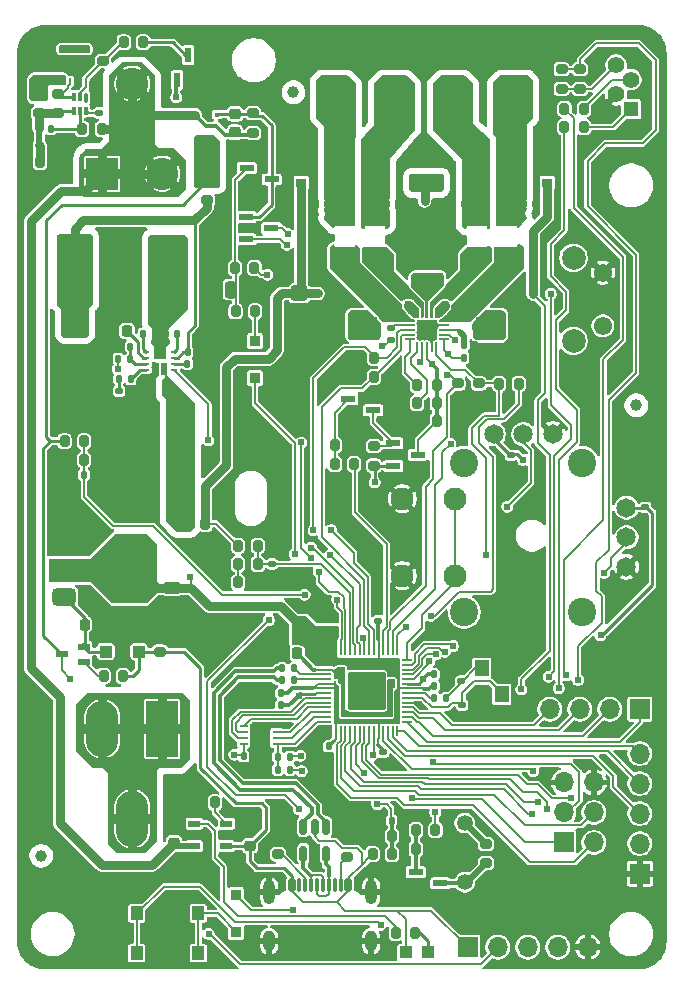
<source format=gtl>
%TF.GenerationSoftware,KiCad,Pcbnew,9.0.0*%
%TF.CreationDate,2025-02-27T23:19:27+00:00*%
%TF.ProjectId,StepUp,53746570-5570-42e6-9b69-6361645f7063,v0.3*%
%TF.SameCoordinates,Original*%
%TF.FileFunction,Copper,L1,Top*%
%TF.FilePolarity,Positive*%
%FSLAX45Y45*%
G04 Gerber Fmt 4.5, Leading zero omitted, Abs format (unit mm)*
G04 Created by KiCad (PCBNEW 9.0.0) date 2025-02-27 23:19:27*
%MOMM*%
%LPD*%
G01*
G04 APERTURE LIST*
G04 Aperture macros list*
%AMRoundRect*
0 Rectangle with rounded corners*
0 $1 Rounding radius*
0 $2 $3 $4 $5 $6 $7 $8 $9 X,Y pos of 4 corners*
0 Add a 4 corners polygon primitive as box body*
4,1,4,$2,$3,$4,$5,$6,$7,$8,$9,$2,$3,0*
0 Add four circle primitives for the rounded corners*
1,1,$1+$1,$2,$3*
1,1,$1+$1,$4,$5*
1,1,$1+$1,$6,$7*
1,1,$1+$1,$8,$9*
0 Add four rect primitives between the rounded corners*
20,1,$1+$1,$2,$3,$4,$5,0*
20,1,$1+$1,$4,$5,$6,$7,0*
20,1,$1+$1,$6,$7,$8,$9,0*
20,1,$1+$1,$8,$9,$2,$3,0*%
G04 Aperture macros list end*
%TA.AperFunction,SMDPad,CuDef*%
%ADD10R,0.863600X0.787400*%
%TD*%
%TA.AperFunction,SMDPad,CuDef*%
%ADD11RoundRect,0.250000X0.312500X0.625000X-0.312500X0.625000X-0.312500X-0.625000X0.312500X-0.625000X0*%
%TD*%
%TA.AperFunction,SMDPad,CuDef*%
%ADD12RoundRect,0.135000X-0.135000X-0.185000X0.135000X-0.185000X0.135000X0.185000X-0.135000X0.185000X0*%
%TD*%
%TA.AperFunction,SMDPad,CuDef*%
%ADD13RoundRect,0.140000X-0.170000X0.140000X-0.170000X-0.140000X0.170000X-0.140000X0.170000X0.140000X0*%
%TD*%
%TA.AperFunction,SMDPad,CuDef*%
%ADD14RoundRect,0.200000X0.200000X0.275000X-0.200000X0.275000X-0.200000X-0.275000X0.200000X-0.275000X0*%
%TD*%
%TA.AperFunction,SMDPad,CuDef*%
%ADD15RoundRect,0.135000X0.135000X0.185000X-0.135000X0.185000X-0.135000X-0.185000X0.135000X-0.185000X0*%
%TD*%
%TA.AperFunction,SMDPad,CuDef*%
%ADD16RoundRect,0.140000X0.170000X-0.140000X0.170000X0.140000X-0.170000X0.140000X-0.170000X-0.140000X0*%
%TD*%
%TA.AperFunction,SMDPad,CuDef*%
%ADD17RoundRect,0.140000X-0.140000X-0.170000X0.140000X-0.170000X0.140000X0.170000X-0.140000X0.170000X0*%
%TD*%
%TA.AperFunction,SMDPad,CuDef*%
%ADD18RoundRect,0.225000X0.225000X0.250000X-0.225000X0.250000X-0.225000X-0.250000X0.225000X-0.250000X0*%
%TD*%
%TA.AperFunction,SMDPad,CuDef*%
%ADD19RoundRect,0.150000X-0.150000X-0.425000X0.150000X-0.425000X0.150000X0.425000X-0.150000X0.425000X0*%
%TD*%
%TA.AperFunction,SMDPad,CuDef*%
%ADD20RoundRect,0.075000X-0.075000X-0.500000X0.075000X-0.500000X0.075000X0.500000X-0.075000X0.500000X0*%
%TD*%
%TA.AperFunction,ComponentPad*%
%ADD21O,1.000000X2.100000*%
%TD*%
%TA.AperFunction,ComponentPad*%
%ADD22O,1.000000X1.800000*%
%TD*%
%TA.AperFunction,SMDPad,CuDef*%
%ADD23RoundRect,0.140000X0.140000X0.170000X-0.140000X0.170000X-0.140000X-0.170000X0.140000X-0.170000X0*%
%TD*%
%TA.AperFunction,SMDPad,CuDef*%
%ADD24RoundRect,0.200000X-0.275000X0.200000X-0.275000X-0.200000X0.275000X-0.200000X0.275000X0.200000X0*%
%TD*%
%TA.AperFunction,SMDPad,CuDef*%
%ADD25RoundRect,0.200000X0.275000X-0.200000X0.275000X0.200000X-0.275000X0.200000X-0.275000X-0.200000X0*%
%TD*%
%TA.AperFunction,SMDPad,CuDef*%
%ADD26RoundRect,0.200000X-0.200000X-0.275000X0.200000X-0.275000X0.200000X0.275000X-0.200000X0.275000X0*%
%TD*%
%TA.AperFunction,SMDPad,CuDef*%
%ADD27RoundRect,0.250000X0.325000X1.100000X-0.325000X1.100000X-0.325000X-1.100000X0.325000X-1.100000X0*%
%TD*%
%TA.AperFunction,SMDPad,CuDef*%
%ADD28R,1.000000X0.550000*%
%TD*%
%TA.AperFunction,SMDPad,CuDef*%
%ADD29R,0.950000X0.900000*%
%TD*%
%TA.AperFunction,SMDPad,CuDef*%
%ADD30RoundRect,0.050000X0.050000X-0.387500X0.050000X0.387500X-0.050000X0.387500X-0.050000X-0.387500X0*%
%TD*%
%TA.AperFunction,SMDPad,CuDef*%
%ADD31RoundRect,0.050000X0.387500X-0.050000X0.387500X0.050000X-0.387500X0.050000X-0.387500X-0.050000X0*%
%TD*%
%TA.AperFunction,ComponentPad*%
%ADD32C,0.600000*%
%TD*%
%TA.AperFunction,SMDPad,CuDef*%
%ADD33RoundRect,0.144000X1.456000X-1.456000X1.456000X1.456000X-1.456000X1.456000X-1.456000X-1.456000X0*%
%TD*%
%TA.AperFunction,SMDPad,CuDef*%
%ADD34RoundRect,0.225000X0.250000X-0.225000X0.250000X0.225000X-0.250000X0.225000X-0.250000X-0.225000X0*%
%TD*%
%TA.AperFunction,SMDPad,CuDef*%
%ADD35RoundRect,0.062500X-0.212500X-0.062500X0.212500X-0.062500X0.212500X0.062500X-0.212500X0.062500X0*%
%TD*%
%TA.AperFunction,SMDPad,CuDef*%
%ADD36RoundRect,0.054000X-0.171000X-0.496000X0.171000X-0.496000X0.171000X0.496000X-0.171000X0.496000X0*%
%TD*%
%TA.AperFunction,SMDPad,CuDef*%
%ADD37RoundRect,0.062500X0.212500X0.062500X-0.212500X0.062500X-0.212500X-0.062500X0.212500X-0.062500X0*%
%TD*%
%TA.AperFunction,ComponentPad*%
%ADD38C,0.500000*%
%TD*%
%TA.AperFunction,SMDPad,CuDef*%
%ADD39RoundRect,0.055000X-0.495000X-0.495000X0.495000X-0.495000X0.495000X0.495000X-0.495000X0.495000X0*%
%TD*%
%TA.AperFunction,SMDPad,CuDef*%
%ADD40R,1.000000X1.000000*%
%TD*%
%TA.AperFunction,SMDPad,CuDef*%
%ADD41R,1.753400X0.912000*%
%TD*%
%TA.AperFunction,SMDPad,CuDef*%
%ADD42R,1.300000X0.600000*%
%TD*%
%TA.AperFunction,SMDPad,CuDef*%
%ADD43R,0.254000X0.355600*%
%TD*%
%TA.AperFunction,SMDPad,CuDef*%
%ADD44RoundRect,0.225000X-0.225000X-0.250000X0.225000X-0.250000X0.225000X0.250000X-0.225000X0.250000X0*%
%TD*%
%TA.AperFunction,SMDPad,CuDef*%
%ADD45C,1.000000*%
%TD*%
%TA.AperFunction,SMDPad,CuDef*%
%ADD46R,1.200000X1.400000*%
%TD*%
%TA.AperFunction,SMDPad,CuDef*%
%ADD47RoundRect,0.250000X-0.312500X-0.625000X0.312500X-0.625000X0.312500X0.625000X-0.312500X0.625000X0*%
%TD*%
%TA.AperFunction,SMDPad,CuDef*%
%ADD48RoundRect,0.375000X-0.625000X-0.375000X0.625000X-0.375000X0.625000X0.375000X-0.625000X0.375000X0*%
%TD*%
%TA.AperFunction,SMDPad,CuDef*%
%ADD49RoundRect,0.500000X-0.500000X-1.400000X0.500000X-1.400000X0.500000X1.400000X-0.500000X1.400000X0*%
%TD*%
%TA.AperFunction,SMDPad,CuDef*%
%ADD50O,0.857199X0.204000*%
%TD*%
%TA.AperFunction,SMDPad,CuDef*%
%ADD51O,0.204000X0.857199*%
%TD*%
%TA.AperFunction,SMDPad,CuDef*%
%ADD52R,1.701800X1.701800*%
%TD*%
%TA.AperFunction,SMDPad,CuDef*%
%ADD53RoundRect,0.250000X-0.250000X-0.475000X0.250000X-0.475000X0.250000X0.475000X-0.250000X0.475000X0*%
%TD*%
%TA.AperFunction,SMDPad,CuDef*%
%ADD54RoundRect,0.250000X-0.475000X0.250000X-0.475000X-0.250000X0.475000X-0.250000X0.475000X0.250000X0*%
%TD*%
%TA.AperFunction,SMDPad,CuDef*%
%ADD55R,0.457200X0.406400*%
%TD*%
%TA.AperFunction,SMDPad,CuDef*%
%ADD56R,0.711200X0.254000*%
%TD*%
%TA.AperFunction,SMDPad,CuDef*%
%ADD57R,0.254000X1.651000*%
%TD*%
%TA.AperFunction,SMDPad,CuDef*%
%ADD58R,1.050000X0.600000*%
%TD*%
%TA.AperFunction,SMDPad,CuDef*%
%ADD59R,0.600000X1.300000*%
%TD*%
%TA.AperFunction,SMDPad,CuDef*%
%ADD60R,1.050000X1.150000*%
%TD*%
%TA.AperFunction,SMDPad,CuDef*%
%ADD61RoundRect,0.250000X-0.450000X0.400000X-0.450000X-0.400000X0.450000X-0.400000X0.450000X0.400000X0*%
%TD*%
%TA.AperFunction,SMDPad,CuDef*%
%ADD62RoundRect,0.250000X-0.650000X0.325000X-0.650000X-0.325000X0.650000X-0.325000X0.650000X0.325000X0*%
%TD*%
%TA.AperFunction,SMDPad,CuDef*%
%ADD63RoundRect,0.225000X-0.250000X0.225000X-0.250000X-0.225000X0.250000X-0.225000X0.250000X0.225000X0*%
%TD*%
%TA.AperFunction,SMDPad,CuDef*%
%ADD64R,2.650000X3.700000*%
%TD*%
%TA.AperFunction,SMDPad,CuDef*%
%ADD65RoundRect,0.135000X-0.185000X0.135000X-0.185000X-0.135000X0.185000X-0.135000X0.185000X0.135000X0*%
%TD*%
%TA.AperFunction,SMDPad,CuDef*%
%ADD66RoundRect,0.070000X0.070000X0.355000X-0.070000X0.355000X-0.070000X-0.355000X0.070000X-0.355000X0*%
%TD*%
%TA.AperFunction,SMDPad,CuDef*%
%ADD67RoundRect,0.070000X0.070000X0.305000X-0.070000X0.305000X-0.070000X-0.305000X0.070000X-0.305000X0*%
%TD*%
%TA.AperFunction,SMDPad,CuDef*%
%ADD68RoundRect,0.150000X0.150000X-0.512500X0.150000X0.512500X-0.150000X0.512500X-0.150000X-0.512500X0*%
%TD*%
%TA.AperFunction,SMDPad,CuDef*%
%ADD69RoundRect,0.250000X-0.300000X-0.300000X0.300000X-0.300000X0.300000X0.300000X-0.300000X0.300000X0*%
%TD*%
%TA.AperFunction,ComponentPad*%
%ADD70R,1.700000X1.700000*%
%TD*%
%TA.AperFunction,ComponentPad*%
%ADD71O,1.700000X1.700000*%
%TD*%
%TA.AperFunction,ComponentPad*%
%ADD72R,1.300000X1.300000*%
%TD*%
%TA.AperFunction,ComponentPad*%
%ADD73C,1.416000*%
%TD*%
%TA.AperFunction,ComponentPad*%
%ADD74C,1.550000*%
%TD*%
%TA.AperFunction,ComponentPad*%
%ADD75C,2.000000*%
%TD*%
%TA.AperFunction,ComponentPad*%
%ADD76C,1.350000*%
%TD*%
%TA.AperFunction,ComponentPad*%
%ADD77C,1.650000*%
%TD*%
%TA.AperFunction,ComponentPad*%
%ADD78C,1.950000*%
%TD*%
%TA.AperFunction,ComponentPad*%
%ADD79C,2.400000*%
%TD*%
%TA.AperFunction,ComponentPad*%
%ADD80R,2.745000X2.745000*%
%TD*%
%TA.AperFunction,ComponentPad*%
%ADD81C,2.745000*%
%TD*%
%TA.AperFunction,ComponentPad*%
%ADD82R,2.745000X4.745000*%
%TD*%
%TA.AperFunction,ComponentPad*%
%ADD83O,2.745000X4.745000*%
%TD*%
%TA.AperFunction,ViaPad*%
%ADD84C,0.610000*%
%TD*%
%TA.AperFunction,ViaPad*%
%ADD85C,0.600000*%
%TD*%
%TA.AperFunction,Conductor*%
%ADD86C,0.203200*%
%TD*%
%TA.AperFunction,Conductor*%
%ADD87C,0.508000*%
%TD*%
%TA.AperFunction,Conductor*%
%ADD88C,0.152400*%
%TD*%
%TA.AperFunction,Conductor*%
%ADD89C,0.762000*%
%TD*%
%TA.AperFunction,Conductor*%
%ADD90C,0.304800*%
%TD*%
%TA.AperFunction,Conductor*%
%ADD91C,0.254000*%
%TD*%
%TA.AperFunction,Conductor*%
%ADD92C,0.310000*%
%TD*%
G04 APERTURE END LIST*
D10*
%TO.P,D3,1*%
%TO.N,VMotor*%
X9047780Y-6347860D03*
%TO.P,D3,2*%
%TO.N,/Motor Driver/OA1_OUT*%
X8717580Y-6347860D03*
%TD*%
D11*
%TO.P,R20,1*%
%TO.N,GND*%
X9957290Y-7555000D03*
%TO.P,R20,2*%
%TO.N,/Motor Driver/BRB*%
X9664790Y-7555000D03*
%TD*%
D12*
%TO.P,R30,1*%
%TO.N,GND*%
X6498000Y-7735000D03*
%TO.P,R30,2*%
%TO.N,Net-(U7-FB)*%
X6600000Y-7735000D03*
%TD*%
D13*
%TO.P,C43,1*%
%TO.N,GND*%
X10960000Y-9001500D03*
%TO.P,C43,2*%
%TO.N,+3V3*%
X10960000Y-9097500D03*
%TD*%
D12*
%TO.P,R27,1*%
%TO.N,Net-(C33-Pad1)*%
X6500500Y-8010000D03*
%TO.P,R27,2*%
%TO.N,Net-(U7-COMP)*%
X6602500Y-8010000D03*
%TD*%
D14*
%TO.P,R31,1*%
%TO.N,VMotor*%
X7235000Y-9235000D03*
%TO.P,R31,2*%
%TO.N,/Power/BOOST_VOUT*%
X7070000Y-9235000D03*
%TD*%
D15*
%TO.P,R28,1*%
%TO.N,GND*%
X7183500Y-7882500D03*
%TO.P,R28,2*%
%TO.N,Net-(U7-ILIM)*%
X7081500Y-7882500D03*
%TD*%
D14*
%TO.P,R33,1*%
%TO.N,+3V3*%
X7650000Y-7070000D03*
%TO.P,R33,2*%
%TO.N,Net-(Q4-G)*%
X7485000Y-7070000D03*
%TD*%
D16*
%TO.P,C10,1*%
%TO.N,+3V3*%
X8700000Y-10058000D03*
%TO.P,C10,2*%
%TO.N,GND*%
X8700000Y-9962000D03*
%TD*%
D17*
%TO.P,C5,1*%
%TO.N,+1V1*%
X9172000Y-10510000D03*
%TO.P,C5,2*%
%TO.N,GND*%
X9268000Y-10510000D03*
%TD*%
D12*
%TO.P,R6,1*%
%TO.N,USB_D+*%
X7886000Y-10561250D03*
%TO.P,R6,2*%
%TO.N,Net-(U3-USB_DP)*%
X7988000Y-10561250D03*
%TD*%
D18*
%TO.P,C8,1*%
%TO.N,+3V3*%
X8012500Y-10177500D03*
%TO.P,C8,2*%
%TO.N,GND*%
X7857500Y-10177500D03*
%TD*%
D19*
%TO.P,J1,A1,GND*%
%TO.N,GND*%
X7885800Y-12295000D03*
%TO.P,J1,A4,VBUS*%
%TO.N,V_USB*%
X7965800Y-12295000D03*
D20*
%TO.P,J1,A5,CC1*%
%TO.N,Net-(J1-CC1)*%
X8080800Y-12295000D03*
%TO.P,J1,A6,D+*%
%TO.N,USB_D+_IN*%
X8180800Y-12295000D03*
%TO.P,J1,A7,D-*%
%TO.N,USB_D-_IN*%
X8230800Y-12295000D03*
%TO.P,J1,A8,SBU1*%
%TO.N,unconnected-(J1-SBU1-PadA8)*%
X8330800Y-12295000D03*
D19*
%TO.P,J1,A9,VBUS*%
%TO.N,V_USB*%
X8445800Y-12295000D03*
%TO.P,J1,A12,GND*%
%TO.N,GND*%
X8525800Y-12295000D03*
%TO.P,J1,B1,GND*%
X8525800Y-12295000D03*
%TO.P,J1,B4,VBUS*%
%TO.N,V_USB*%
X8445800Y-12295000D03*
D20*
%TO.P,J1,B5,CC2*%
%TO.N,Net-(J1-CC2)*%
X8380800Y-12295000D03*
%TO.P,J1,B6,D+*%
%TO.N,USB_D+_IN*%
X8280800Y-12295000D03*
%TO.P,J1,B7,D-*%
%TO.N,USB_D-_IN*%
X8130800Y-12295000D03*
%TO.P,J1,B8,SBU2*%
%TO.N,unconnected-(J1-SBU2-PadB8)*%
X8030800Y-12295000D03*
D19*
%TO.P,J1,B9,VBUS*%
%TO.N,V_USB*%
X7965800Y-12295000D03*
%TO.P,J1,B12,GND*%
%TO.N,GND*%
X7885800Y-12295000D03*
D21*
%TO.P,J1,S1,SHIELD*%
X7773800Y-12352500D03*
D22*
X7773800Y-12770500D03*
D21*
X8637800Y-12352500D03*
D22*
X8637800Y-12770500D03*
%TD*%
D17*
%TO.P,C19,1*%
%TO.N,Net-(U4-1.8VOUT)*%
X9423700Y-7724900D03*
%TO.P,C19,2*%
%TO.N,GND*%
X9519700Y-7724900D03*
%TD*%
D14*
%TO.P,R41,1*%
%TO.N,VMOTOR_MONITOR*%
X7677500Y-9576000D03*
%TO.P,R41,2*%
%TO.N,Net-(R41-Pad2)*%
X7512500Y-9576000D03*
%TD*%
D17*
%TO.P,C18,1*%
%TO.N,/Motor Driver/TMC_VCC_IO*%
X9422000Y-7830000D03*
%TO.P,C18,2*%
%TO.N,GND*%
X9518000Y-7830000D03*
%TD*%
D23*
%TO.P,C42,1*%
%TO.N,VUSB_MONITOR*%
X8811000Y-11750000D03*
%TO.P,C42,2*%
%TO.N,GND*%
X8715000Y-11750000D03*
%TD*%
D24*
%TO.P,R10,1*%
%TO.N,Net-(Q1-G)*%
X8660000Y-8577500D03*
%TO.P,R10,2*%
%TO.N,+3V3*%
X8660000Y-8742500D03*
%TD*%
D15*
%TO.P,R2,1*%
%TO.N,+3V3*%
X7951000Y-11210000D03*
%TO.P,R2,2*%
%TO.N,/MCU/QSPI_SS*%
X7849000Y-11210000D03*
%TD*%
D12*
%TO.P,R5,1*%
%TO.N,/MCU/XOUT*%
X9171200Y-10713500D03*
%TO.P,R5,2*%
%TO.N,Net-(C2-Pad1)*%
X9273200Y-10713500D03*
%TD*%
%TO.P,R7,1*%
%TO.N,USB_D-*%
X7886000Y-10460000D03*
%TO.P,R7,2*%
%TO.N,Net-(U3-USB_DM)*%
X7988000Y-10460000D03*
%TD*%
D10*
%TO.P,D8,1*%
%TO.N,/Motor Driver/OB1_OUT*%
X9493540Y-6119260D03*
%TO.P,D8,2*%
%TO.N,GND*%
X9163340Y-6119260D03*
%TD*%
%TO.P,D10,1*%
%TO.N,/Motor Driver/OB2_OUT*%
X9798340Y-6119260D03*
%TO.P,D10,2*%
%TO.N,GND*%
X10128540Y-6119260D03*
%TD*%
D23*
%TO.P,C39,1*%
%TO.N,Net-(U9-BAT)*%
X5927500Y-5892500D03*
%TO.P,C39,2*%
%TO.N,/Power/VBAT_PACK_NEG*%
X5831500Y-5892500D03*
%TD*%
D16*
%TO.P,C15,1*%
%TO.N,VMotor*%
X8802500Y-7677900D03*
%TO.P,C15,2*%
%TO.N,Net-(U4-VCP)*%
X8802500Y-7581900D03*
%TD*%
D10*
%TO.P,D7,1*%
%TO.N,VMotor*%
X9163340Y-6347860D03*
%TO.P,D7,2*%
%TO.N,/Motor Driver/OB1_OUT*%
X9493540Y-6347860D03*
%TD*%
D14*
%TO.P,R8,1*%
%TO.N,~{TMC_STBDY}*%
X8495000Y-8730000D03*
%TO.P,R8,2*%
%TO.N,Net-(Q2-G)*%
X8330000Y-8730000D03*
%TD*%
D24*
%TO.P,R4,1*%
%TO.N,GND*%
X8435000Y-11892500D03*
%TO.P,R4,2*%
%TO.N,Net-(J1-CC2)*%
X8435000Y-12057500D03*
%TD*%
D25*
%TO.P,R49,1*%
%TO.N,Net-(LED2-Pad4)*%
X10250000Y-5552500D03*
%TO.P,R49,2*%
%TO.N,MCU_LED_GREEN*%
X10250000Y-5387500D03*
%TD*%
D26*
%TO.P,R34,1*%
%TO.N,Net-(Q4-G)*%
X7490000Y-7437500D03*
%TO.P,R34,2*%
%TO.N,Net-(D13-PadA)*%
X7655000Y-7437500D03*
%TD*%
D27*
%TO.P,C36,1*%
%TO.N,/Power/BOOST_VOUT*%
X6997500Y-8992500D03*
%TO.P,C36,2*%
%TO.N,GND*%
X6702500Y-8992500D03*
%TD*%
D28*
%TO.P,Q3,1,G*%
%TO.N,Net-(Q3-G)*%
X6207200Y-10405150D03*
%TO.P,Q3,2,S*%
%TO.N,Net-(D11-K)*%
X6207200Y-10275150D03*
%TO.P,Q3,3,D*%
%TO.N,Vbat*%
X6017200Y-10340150D03*
%TD*%
D29*
%TO.P,D13,A*%
%TO.N,Net-(D13-PadA)*%
X7655000Y-7687500D03*
%TO.P,D13,K*%
%TO.N,MCU_PWR_CTRL*%
X7655000Y-8002500D03*
%TD*%
D30*
%TO.P,U3,1,IOVDD*%
%TO.N,+3V3*%
X8340500Y-10993650D03*
%TO.P,U3,2,GPIO0*%
%TO.N,/MCU/UART_0_TX*%
X8380500Y-10993650D03*
%TO.P,U3,3,GPIO1*%
%TO.N,/MCU/UART_0_RX*%
X8420500Y-10993650D03*
%TO.P,U3,4,GPIO2*%
%TO.N,/MCU/GPIO2*%
X8460500Y-10993650D03*
%TO.P,U3,5,GPIO3*%
%TO.N,MCU_LED_RED*%
X8500500Y-10993650D03*
%TO.P,U3,6,GPIO4*%
%TO.N,VUSB_MONITOR*%
X8540500Y-10993650D03*
%TO.P,U3,7,GPIO5*%
%TO.N,MCU_LED_BLUE*%
X8580500Y-10993650D03*
%TO.P,U3,8,GPIO6*%
%TO.N,MCU_LED_GREEN*%
X8620500Y-10993650D03*
%TO.P,U3,9,GPIO7*%
%TO.N,MCU_PWR_CTRL*%
X8660500Y-10993650D03*
%TO.P,U3,10,IOVDD*%
%TO.N,+3V3*%
X8700500Y-10993650D03*
%TO.P,U3,11,GPIO8*%
%TO.N,MCU_PWR_BTN*%
X8740500Y-10993650D03*
%TO.P,U3,12,GPIO9*%
%TO.N,/MCU/GPIO9*%
X8780500Y-10993650D03*
%TO.P,U3,13,GPIO10*%
%TO.N,/MCU/GPIO10*%
X8820500Y-10993650D03*
%TO.P,U3,14,GPIO11*%
%TO.N,/MCU/GPIO11*%
X8860500Y-10993650D03*
D31*
%TO.P,U3,15,GPIO12*%
%TO.N,/MCU/GPIO12*%
X8944250Y-10909900D03*
%TO.P,U3,16,GPIO13*%
%TO.N,/MCU/GPIO13*%
X8944250Y-10869900D03*
%TO.P,U3,17,GPIO14*%
%TO.N,/MCU/GPIO14*%
X8944250Y-10829900D03*
%TO.P,U3,18,GPIO15*%
%TO.N,/MCU/GPIO15*%
X8944250Y-10789900D03*
%TO.P,U3,19,TESTEN*%
%TO.N,GND*%
X8944250Y-10749900D03*
%TO.P,U3,20,XIN*%
%TO.N,/MCU/XIN*%
X8944250Y-10709900D03*
%TO.P,U3,21,XOUT*%
%TO.N,/MCU/XOUT*%
X8944250Y-10669900D03*
%TO.P,U3,22,IOVDD*%
%TO.N,+3V3*%
X8944250Y-10629900D03*
%TO.P,U3,23,DVDD*%
%TO.N,+1V1*%
X8944250Y-10589900D03*
%TO.P,U3,24,SWCLK*%
%TO.N,/MCU/SWCLK*%
X8944250Y-10549900D03*
%TO.P,U3,25,SWD*%
%TO.N,/MCU/SWD*%
X8944250Y-10509900D03*
%TO.P,U3,26,RUN*%
%TO.N,/MCU/RUN*%
X8944250Y-10469900D03*
%TO.P,U3,27,GPIO16*%
%TO.N,BUZZER*%
X8944250Y-10429900D03*
%TO.P,U3,28,GPIO17*%
%TO.N,JOY_MCU_BTN*%
X8944250Y-10389900D03*
D30*
%TO.P,U3,29,GPIO18*%
%TO.N,MCU_BOOST_EN*%
X8860500Y-10306150D03*
%TO.P,U3,30,GPIO19*%
%TO.N,TMC_DIAG*%
X8820500Y-10306150D03*
%TO.P,U3,31,GPIO20*%
%TO.N,TMC_EN*%
X8780500Y-10306150D03*
%TO.P,U3,32,GPIO21*%
%TO.N,~{TMC_STBDY}*%
X8740500Y-10306150D03*
%TO.P,U3,33,IOVDD*%
%TO.N,+3V3*%
X8700500Y-10306150D03*
%TO.P,U3,34,GPIO22*%
%TO.N,TMC_DIR*%
X8660500Y-10306150D03*
%TO.P,U3,35,GPIO23*%
%TO.N,TMC_STEP*%
X8620500Y-10306150D03*
%TO.P,U3,36,GPIO24*%
%TO.N,TMC_UART_TX*%
X8580500Y-10306150D03*
%TO.P,U3,37,GPIO25*%
%TO.N,TMC_UART_RX*%
X8540500Y-10306150D03*
%TO.P,U3,38,GPIO26_ADC0*%
%TO.N,VBAT_MONITOR*%
X8500500Y-10306150D03*
%TO.P,U3,39,GPIO27_ADC1*%
%TO.N,VMOTOR_MONITOR*%
X8460500Y-10306150D03*
%TO.P,U3,40,GPIO28_ADC2*%
%TO.N,JOY_AXIS_MCU_V*%
X8420500Y-10306150D03*
%TO.P,U3,41,GPIO29_ADC3*%
%TO.N,JOY_AXIS_MCU_H*%
X8380500Y-10306150D03*
%TO.P,U3,42,IOVDD*%
%TO.N,+3V3*%
X8340500Y-10306150D03*
D31*
%TO.P,U3,43,ADC_AVDD*%
X8256750Y-10389900D03*
%TO.P,U3,44,VREG_IN*%
X8256750Y-10429900D03*
%TO.P,U3,45,VREG_VOUT*%
%TO.N,+1V1*%
X8256750Y-10469900D03*
%TO.P,U3,46,USB_DM*%
%TO.N,Net-(U3-USB_DM)*%
X8256750Y-10509900D03*
%TO.P,U3,47,USB_DP*%
%TO.N,Net-(U3-USB_DP)*%
X8256750Y-10549900D03*
%TO.P,U3,48,USB_VDD*%
%TO.N,+3V3*%
X8256750Y-10589900D03*
%TO.P,U3,49,IOVDD*%
X8256750Y-10629900D03*
%TO.P,U3,50,DVDD*%
%TO.N,+1V1*%
X8256750Y-10669900D03*
%TO.P,U3,51,QSPI_SD3*%
%TO.N,/MCU/QSPI_SD3*%
X8256750Y-10709900D03*
%TO.P,U3,52,QSPI_SCLK*%
%TO.N,/MCU/QSPI_SCLK*%
X8256750Y-10749900D03*
%TO.P,U3,53,QSPI_SD0*%
%TO.N,/MCU/QSPI_SD0*%
X8256750Y-10789900D03*
%TO.P,U3,54,QSPI_SD2*%
%TO.N,/MCU/QSPI_SD2*%
X8256750Y-10829900D03*
%TO.P,U3,55,QSPI_SD1*%
%TO.N,/MCU/QSPI_SD1*%
X8256750Y-10869900D03*
%TO.P,U3,56,QSPI_SS*%
%TO.N,/MCU/QSPI_SS*%
X8256750Y-10909900D03*
D32*
%TO.P,U3,57,GND*%
%TO.N,GND*%
X8473000Y-10777400D03*
X8600500Y-10777400D03*
X8728000Y-10777400D03*
X8473000Y-10649900D03*
X8600500Y-10649900D03*
D33*
X8600500Y-10649900D03*
D32*
X8728000Y-10649900D03*
X8473000Y-10522400D03*
X8600500Y-10522400D03*
X8728000Y-10522400D03*
%TD*%
D26*
%TO.P,R26,1*%
%TO.N,Net-(U6-STAT)*%
X8847500Y-12700000D03*
%TO.P,R26,2*%
%TO.N,Net-(LED1-K)*%
X9012500Y-12700000D03*
%TD*%
D24*
%TO.P,R3,1*%
%TO.N,GND*%
X7850000Y-11867500D03*
%TO.P,R3,2*%
%TO.N,Net-(J1-CC1)*%
X7850000Y-12032500D03*
%TD*%
D23*
%TO.P,C7,1*%
%TO.N,+3V3*%
X7874050Y-10670000D03*
%TO.P,C7,2*%
%TO.N,GND*%
X7778050Y-10670000D03*
%TD*%
D34*
%TO.P,C37,1*%
%TO.N,/Power/VBAT_PACK_POS*%
X7485000Y-5920000D03*
%TO.P,C37,2*%
%TO.N,Net-(Q4-D)*%
X7485000Y-5765000D03*
%TD*%
D26*
%TO.P,R24,1*%
%TO.N,GND*%
X7150000Y-11595000D03*
%TO.P,R24,2*%
%TO.N,Net-(U6-PROG)*%
X7315000Y-11595000D03*
%TD*%
D18*
%TO.P,C6,1*%
%TO.N,+1V1*%
X8012500Y-10332500D03*
%TO.P,C6,2*%
%TO.N,GND*%
X7857500Y-10332500D03*
%TD*%
D35*
%TO.P,U7,1,FSW*%
%TO.N,Net-(U7-FSW)*%
X6735000Y-7781250D03*
%TO.P,U7,2,VCC*%
%TO.N,Net-(U7-VCC)*%
X6735000Y-7831250D03*
%TO.P,U7,3,FB*%
%TO.N,Net-(U7-FB)*%
X6735000Y-7881250D03*
%TO.P,U7,4,COMP*%
%TO.N,Net-(U7-COMP)*%
X6735000Y-7931250D03*
D36*
%TO.P,U7,5,GND*%
%TO.N,GND*%
X6817500Y-7926250D03*
%TO.P,U7,6,VOUT*%
%TO.N,/Power/BOOST_VOUT*%
X6887500Y-7926250D03*
D37*
%TO.P,U7,7,EN*%
%TO.N,MCU_BOOST_EN*%
X6970000Y-7931250D03*
%TO.P,U7,8,ILIM*%
%TO.N,Net-(U7-ILIM)*%
X6970000Y-7881250D03*
%TO.P,U7,9,VIN*%
%TO.N,/Power/BOOST_VIN*%
X6970000Y-7831250D03*
%TO.P,U7,10,BOOT*%
%TO.N,Net-(U7-BOOT)*%
X6970000Y-7781250D03*
D38*
%TO.P,U7,11,SW*%
%TO.N,/Power/BOOST_SW*%
X6852500Y-7756250D03*
D39*
X6852500Y-7786250D03*
%TD*%
D40*
%TO.P,LED1,1,K*%
%TO.N,Net-(LED1-K)*%
X9120000Y-12865000D03*
%TO.P,LED1,2,A*%
%TO.N,V_USB*%
X8930000Y-12865000D03*
%TD*%
D14*
%TO.P,R46,1*%
%TO.N,Net-(Q6-D)*%
X6707500Y-5160000D03*
%TO.P,R46,2*%
%TO.N,Net-(U8-G2)*%
X6542500Y-5160000D03*
%TD*%
D24*
%TO.P,R36,1*%
%TO.N,Net-(U8-S1)*%
X5825000Y-5595000D03*
%TO.P,R36,2*%
%TO.N,/Power/VBAT_PACK_NEG*%
X5825000Y-5760000D03*
%TD*%
D41*
%TO.P,L1,1,1*%
%TO.N,/Motor Driver/OA1_OUT*%
X8668040Y-6666120D03*
%TO.P,L1,2,2*%
%TO.N,OA1*%
X8668040Y-6945280D03*
%TD*%
D16*
%TO.P,C13,1*%
%TO.N,+3V3*%
X8335000Y-10138000D03*
%TO.P,C13,2*%
%TO.N,GND*%
X8335000Y-10042000D03*
%TD*%
D10*
%TO.P,D4,1*%
%TO.N,/Motor Driver/OA1_OUT*%
X8717580Y-6119260D03*
%TO.P,D4,2*%
%TO.N,GND*%
X9047780Y-6119260D03*
%TD*%
D42*
%TO.P,Q4,1,G*%
%TO.N,Net-(Q4-G)*%
X7585000Y-6225000D03*
%TO.P,Q4,2,S*%
%TO.N,GND*%
X7585000Y-6415000D03*
%TO.P,Q4,3,D*%
%TO.N,Net-(Q4-D)*%
X7795000Y-6320000D03*
%TD*%
D43*
%TO.P,U8,1,S1*%
%TO.N,Net-(U8-S1)*%
X6025000Y-5482080D03*
%TO.P,U8,2,G1*%
%TO.N,Net-(U8-G1)*%
X6090000Y-5482080D03*
%TO.P,U8,3,S2*%
%TO.N,GND*%
X6155000Y-5482080D03*
%TO.P,U8,4,G2*%
%TO.N,Net-(U8-G2)*%
X6220000Y-5482080D03*
%TO.P,U8,5,D*%
%TO.N,Net-(U8-D-Pad5)*%
X6220000Y-5217920D03*
%TO.P,U8,6,D*%
X6155000Y-5217920D03*
%TO.P,U8,7,D*%
X6090000Y-5217920D03*
%TO.P,U8,8,D*%
X6025000Y-5217920D03*
%TD*%
D17*
%TO.P,C3,1*%
%TO.N,+3V3*%
X7559800Y-11204800D03*
%TO.P,C3,2*%
%TO.N,GND*%
X7655800Y-11204800D03*
%TD*%
D16*
%TO.P,C14,1*%
%TO.N,+3V3*%
X8233400Y-10138000D03*
%TO.P,C14,2*%
%TO.N,GND*%
X8233400Y-10042000D03*
%TD*%
D14*
%TO.P,R14,1*%
%TO.N,/Motor Driver/TMC_VCC_IO*%
X9192500Y-8364800D03*
%TO.P,R14,2*%
%TO.N,GND*%
X9027500Y-8364800D03*
%TD*%
%TO.P,R38,1*%
%TO.N,VBAT_MONITOR*%
X6207500Y-8537500D03*
%TO.P,R38,2*%
%TO.N,Vbat*%
X6042500Y-8537500D03*
%TD*%
D41*
%TO.P,L4,1,1*%
%TO.N,/Motor Driver/OB2_OUT*%
X9785640Y-6666120D03*
%TO.P,L4,2,2*%
%TO.N,OB2*%
X9785640Y-6945280D03*
%TD*%
D26*
%TO.P,R44,1*%
%TO.N,GND*%
X8650000Y-11880100D03*
%TO.P,R44,2*%
%TO.N,VUSB_MONITOR*%
X8815000Y-11880100D03*
%TD*%
D13*
%TO.P,C44,1*%
%TO.N,+3V3*%
X9820000Y-8655000D03*
%TO.P,C44,2*%
%TO.N,GND*%
X9820000Y-8751000D03*
%TD*%
D14*
%TO.P,R13,1*%
%TO.N,TMC_DIR*%
X8662500Y-7830000D03*
%TO.P,R13,2*%
%TO.N,GND*%
X8497500Y-7830000D03*
%TD*%
D23*
%TO.P,C20,1*%
%TO.N,GND*%
X8865500Y-6528900D03*
%TO.P,C20,2*%
%TO.N,/Motor Driver/OA1_OUT*%
X8769500Y-6528900D03*
%TD*%
D15*
%TO.P,R29,1*%
%TO.N,Net-(U7-FB)*%
X6600000Y-7840000D03*
%TO.P,R29,2*%
%TO.N,/Power/BOOST_VOUT*%
X6498000Y-7840000D03*
%TD*%
D23*
%TO.P,C4,1*%
%TO.N,+1V1*%
X7874050Y-10771600D03*
%TO.P,C4,2*%
%TO.N,GND*%
X7778050Y-10771600D03*
%TD*%
%TO.P,C40,1*%
%TO.N,VBAT_MONITOR*%
X6207500Y-8820000D03*
%TO.P,C40,2*%
%TO.N,GND*%
X6111500Y-8820000D03*
%TD*%
D14*
%TO.P,R51,1*%
%TO.N,Net-(LED2-Pad3)*%
X10440000Y-5722500D03*
%TO.P,R51,2*%
%TO.N,MCU_LED_BLUE*%
X10275000Y-5722500D03*
%TD*%
D23*
%TO.P,C28,1*%
%TO.N,Net-(U7-BOOT)*%
X6998500Y-7627500D03*
%TO.P,C28,2*%
%TO.N,/Power/BOOST_SW*%
X6902500Y-7627500D03*
%TD*%
D27*
%TO.P,C34,1*%
%TO.N,/Power/BOOST_VOUT*%
X6997500Y-8337500D03*
%TO.P,C34,2*%
%TO.N,GND*%
X6702500Y-8337500D03*
%TD*%
D14*
%TO.P,R52,1*%
%TO.N,BUZZER*%
X9182500Y-11827500D03*
%TO.P,R52,2*%
%TO.N,Net-(Q7-G)*%
X9017500Y-11827500D03*
%TD*%
D16*
%TO.P,C2,1*%
%TO.N,Net-(C2-Pad1)*%
X9400000Y-10568000D03*
%TO.P,C2,2*%
%TO.N,GND*%
X9400000Y-10472000D03*
%TD*%
D44*
%TO.P,C24,1*%
%TO.N,Net-(D11-K)*%
X6212500Y-10088750D03*
%TO.P,C24,2*%
%TO.N,GND*%
X6367500Y-10088750D03*
%TD*%
D45*
%TO.P,FID3,*%
%TO.N,*%
X10882500Y-8232500D03*
%TD*%
D18*
%TO.P,C31,1*%
%TO.N,Net-(U7-VCC)*%
X6570000Y-7602500D03*
%TO.P,C31,2*%
%TO.N,GND*%
X6415000Y-7602500D03*
%TD*%
D13*
%TO.P,C1,1*%
%TO.N,/MCU/XIN*%
X9410000Y-10772000D03*
%TO.P,C1,2*%
%TO.N,GND*%
X9410000Y-10868000D03*
%TD*%
D41*
%TO.P,L2,1,1*%
%TO.N,/Motor Driver/OA2_OUT*%
X8414040Y-6666120D03*
%TO.P,L2,2,2*%
%TO.N,OA2*%
X8414040Y-6945280D03*
%TD*%
D14*
%TO.P,R12,1*%
%TO.N,TMC_STEP*%
X8662500Y-7990000D03*
%TO.P,R12,2*%
%TO.N,GND*%
X8497500Y-7990000D03*
%TD*%
D23*
%TO.P,C9,1*%
%TO.N,+3V3*%
X8278000Y-11120000D03*
%TO.P,C9,2*%
%TO.N,GND*%
X8182000Y-11120000D03*
%TD*%
D42*
%TO.P,D12,1*%
%TO.N,Net-(Q4-D)*%
X7582500Y-6637500D03*
%TO.P,D12,2*%
%TO.N,MCU_PWR_BTN*%
X7582500Y-6827500D03*
%TO.P,D12,3*%
%TO.N,Net-(D12-Pad3)*%
X7792500Y-6732500D03*
%TD*%
D18*
%TO.P,C32,1*%
%TO.N,/Power/BOOST_VOUT*%
X6930000Y-8087500D03*
%TO.P,C32,2*%
%TO.N,GND*%
X6775000Y-8087500D03*
%TD*%
D14*
%TO.P,R16,1*%
%TO.N,/Motor Driver/TMC_VCC_IO*%
X9192500Y-8060000D03*
%TO.P,R16,2*%
%TO.N,/Motor Driver/TMC_MS1{slash}AD0*%
X9027500Y-8060000D03*
%TD*%
D17*
%TO.P,C23,1*%
%TO.N,/Motor Driver/OB2_OUT*%
X9934000Y-6525660D03*
%TO.P,C23,2*%
%TO.N,GND*%
X10030000Y-6525660D03*
%TD*%
D46*
%TO.P,Y1,1,1*%
%TO.N,/MCU/XIN*%
X9745000Y-10680000D03*
%TO.P,Y1,2,2*%
%TO.N,GND*%
X9745000Y-10460000D03*
%TO.P,Y1,3,3*%
%TO.N,Net-(C2-Pad1)*%
X9575000Y-10460000D03*
%TO.P,Y1,4,4*%
%TO.N,GND*%
X9575000Y-10680000D03*
%TD*%
D26*
%TO.P,R17,1*%
%TO.N,TMC_UART_RX*%
X9722500Y-8050000D03*
%TO.P,R17,2*%
%TO.N,TMC_UART_TX*%
X9887500Y-8050000D03*
%TD*%
D47*
%TO.P,R19,1*%
%TO.N,GND*%
X8242390Y-7555000D03*
%TO.P,R19,2*%
%TO.N,/Motor Driver/BRA*%
X8534890Y-7555000D03*
%TD*%
D14*
%TO.P,R23,1*%
%TO.N,V_USB*%
X6537500Y-10522500D03*
%TO.P,R23,2*%
%TO.N,Net-(Q3-G)*%
X6372500Y-10522500D03*
%TD*%
D23*
%TO.P,C21,1*%
%TO.N,/Motor Driver/OA2_OUT*%
X8265500Y-6525660D03*
%TO.P,C21,2*%
%TO.N,GND*%
X8169500Y-6525660D03*
%TD*%
D45*
%TO.P,FID1,*%
%TO.N,*%
X5845000Y-12047500D03*
%TD*%
D48*
%TO.P,U5,1,GND*%
%TO.N,GND*%
X6040000Y-9398750D03*
%TO.P,U5,2,VO*%
%TO.N,+3V3*%
X6040000Y-9628750D03*
D49*
X6670000Y-9628750D03*
D48*
%TO.P,U5,3,VI*%
%TO.N,Net-(D11-K)*%
X6040000Y-9858750D03*
%TD*%
D14*
%TO.P,R55,1*%
%TO.N,GND*%
X6000000Y-6172500D03*
%TO.P,R55,2*%
%TO.N,/Power/VBAT_PACK_NEG*%
X5835000Y-6172500D03*
%TD*%
D12*
%TO.P,R1,1*%
%TO.N,/MCU/QSPI_SS*%
X7849000Y-11320000D03*
%TO.P,R1,2*%
%TO.N,/MCU/~{USB_BOOT}*%
X7951000Y-11320000D03*
%TD*%
D17*
%TO.P,C12,1*%
%TO.N,+3V3*%
X9174200Y-10610000D03*
%TO.P,C12,2*%
%TO.N,GND*%
X9270200Y-10610000D03*
%TD*%
D14*
%TO.P,R43,1*%
%TO.N,VUSB_MONITOR*%
X8815000Y-12032500D03*
%TO.P,R43,2*%
%TO.N,V_USB*%
X8650000Y-12032500D03*
%TD*%
D25*
%TO.P,R21,1*%
%TO.N,V_USB*%
X6847500Y-10317500D03*
%TO.P,R21,2*%
%TO.N,GND*%
X6847500Y-10152500D03*
%TD*%
D50*
%TO.P,U4,1,OA2*%
%TO.N,OA2*%
X8963000Y-7515000D03*
%TO.P,U4,2,VCP*%
%TO.N,Net-(U4-VCP)*%
X8963000Y-7555000D03*
%TO.P,U4,3,DIR*%
%TO.N,TMC_DIR*%
X8963000Y-7595000D03*
%TO.P,U4,4,STEP*%
%TO.N,TMC_STEP*%
X8963000Y-7635000D03*
%TO.P,U4,5,MS1_AD0*%
%TO.N,/Motor Driver/TMC_MS1{slash}AD0*%
X8963000Y-7675000D03*
D51*
%TO.P,U4,6,MS2_AD1*%
%TO.N,/Motor Driver/TMC_MS2{slash}AD1*%
X9030000Y-7742000D03*
%TO.P,U4,7,EN*%
%TO.N,TMC_EN*%
X9070000Y-7742000D03*
%TO.P,U4,8,STEPPER*%
%TO.N,/Motor Driver/TMC_VCC_IO*%
X9110000Y-7742000D03*
%TO.P,U4,9,MODE*%
%TO.N,GND*%
X9150000Y-7742000D03*
%TO.P,U4,10,PDN_UART*%
%TO.N,TMC_UART_RX*%
X9190000Y-7742000D03*
D50*
%TO.P,U4,11,VIO/NSTDBY*%
%TO.N,/Motor Driver/TMC_VCC_IO*%
X9257000Y-7675000D03*
%TO.P,U4,12,DIAG*%
%TO.N,TMC_DIAG*%
X9257000Y-7635000D03*
%TO.P,U4,13,1.8VOUT*%
%TO.N,Net-(U4-1.8VOUT)*%
X9257000Y-7595000D03*
%TO.P,U4,14,GND*%
%TO.N,GND*%
X9257000Y-7555000D03*
%TO.P,U4,15,OB2*%
%TO.N,OB2*%
X9257000Y-7515000D03*
D51*
%TO.P,U4,16,BRB*%
%TO.N,/Motor Driver/BRB*%
X9190000Y-7448000D03*
%TO.P,U4,17,OB1*%
%TO.N,OB1*%
X9150000Y-7448000D03*
%TO.P,U4,18,VS*%
%TO.N,VMotor*%
X9110000Y-7448000D03*
%TO.P,U4,19,OA1*%
%TO.N,OA1*%
X9070000Y-7448000D03*
%TO.P,U4,20,BRA*%
%TO.N,/Motor Driver/BRA*%
X9030000Y-7448000D03*
D52*
%TO.P,U4,21,EPAD*%
%TO.N,GND*%
X9110000Y-7595000D03*
%TD*%
D24*
%TO.P,R11,1*%
%TO.N,TMC_EN*%
X9370000Y-8047500D03*
%TO.P,R11,2*%
%TO.N,GND*%
X9370000Y-8212500D03*
%TD*%
D26*
%TO.P,R42,1*%
%TO.N,Net-(R41-Pad2)*%
X7512500Y-9731000D03*
%TO.P,R42,2*%
%TO.N,GND*%
X7677500Y-9731000D03*
%TD*%
D34*
%TO.P,C30,1*%
%TO.N,/Power/VBAT_PACK_POS*%
X6967500Y-11937500D03*
%TO.P,C30,2*%
%TO.N,GND*%
X6967500Y-11782500D03*
%TD*%
D14*
%TO.P,R15,1*%
%TO.N,/Motor Driver/TMC_VCC_IO*%
X9192500Y-8212400D03*
%TO.P,R15,2*%
%TO.N,/Motor Driver/TMC_MS2{slash}AD1*%
X9027500Y-8212400D03*
%TD*%
D10*
%TO.P,D9,1*%
%TO.N,VMotor*%
X10128540Y-6347860D03*
%TO.P,D9,2*%
%TO.N,/Motor Driver/OB2_OUT*%
X9798340Y-6347860D03*
%TD*%
D24*
%TO.P,R37,1*%
%TO.N,Net-(U8-G1)*%
X5985000Y-5595000D03*
%TO.P,R37,2*%
%TO.N,/Power/VBAT_PACK_NEG*%
X5985000Y-5760000D03*
%TD*%
D53*
%TO.P,C38,1*%
%TO.N,Net-(Q4-G)*%
X7452500Y-7252500D03*
%TO.P,C38,2*%
%TO.N,GND*%
X7642500Y-7252500D03*
%TD*%
D26*
%TO.P,R39,1*%
%TO.N,GND*%
X6042500Y-8692500D03*
%TO.P,R39,2*%
%TO.N,VBAT_MONITOR*%
X6207500Y-8692500D03*
%TD*%
D25*
%TO.P,R50,1*%
%TO.N,Net-(LED2-Pad4)*%
X10407500Y-5552500D03*
%TO.P,R50,2*%
%TO.N,MCU_LED_GREEN*%
X10407500Y-5387500D03*
%TD*%
D54*
%TO.P,C29,1*%
%TO.N,+3V3*%
X6952500Y-9777500D03*
%TO.P,C29,2*%
%TO.N,GND*%
X6952500Y-9967500D03*
%TD*%
D16*
%TO.P,C17,1*%
%TO.N,VMotor*%
X9037600Y-7145800D03*
%TO.P,C17,2*%
%TO.N,GND*%
X9037600Y-7049800D03*
%TD*%
D55*
%TO.P,Q5,1,1*%
%TO.N,Net-(Q4-D)*%
X7335000Y-5770700D03*
%TO.P,Q5,2,2*%
%TO.N,/Power/VBAT_PACK_POS*%
X7145000Y-5770700D03*
%TO.P,Q5,3,3*%
%TO.N,Vbat*%
X7240000Y-5999300D03*
%TD*%
D42*
%TO.P,Q1,1,G*%
%TO.N,Net-(Q1-G)*%
X8825000Y-8555000D03*
%TO.P,Q1,2,D*%
%TO.N,+3V3*%
X8825000Y-8745000D03*
%TO.P,Q1,3,S*%
%TO.N,/Motor Driver/TMC_VCC_IO*%
X9035000Y-8650000D03*
%TD*%
D56*
%TO.P,U1,1,/CS*%
%TO.N,/MCU/QSPI_SS*%
X7837500Y-11099800D03*
%TO.P,U1,2,DO(IO1)*%
%TO.N,/MCU/QSPI_SD1*%
X7837500Y-11049800D03*
%TO.P,U1,3,IO2*%
%TO.N,/MCU/QSPI_SD2*%
X7837500Y-10999800D03*
%TO.P,U1,4,GND*%
%TO.N,GND*%
X7837500Y-10949800D03*
%TO.P,U1,5,DI(IO0)*%
%TO.N,/MCU/QSPI_SD0*%
X7558100Y-10949800D03*
%TO.P,U1,6,CLK*%
%TO.N,/MCU/QSPI_SCLK*%
X7558100Y-10999800D03*
%TO.P,U1,7,IO3*%
%TO.N,/MCU/QSPI_SD3*%
X7558100Y-11049800D03*
%TO.P,U1,8,VCC*%
%TO.N,+3V3*%
X7558100Y-11099800D03*
D57*
%TO.P,U1,9,EPAD*%
%TO.N,GND*%
X7697800Y-11024800D03*
%TD*%
D13*
%TO.P,C11,1*%
%TO.N,+3V3*%
X8740000Y-11172000D03*
%TO.P,C11,2*%
%TO.N,GND*%
X8740000Y-11268000D03*
%TD*%
D26*
%TO.P,R9,1*%
%TO.N,Net-(Q2-G)*%
X8330000Y-8570000D03*
%TO.P,R9,2*%
%TO.N,GND*%
X8495000Y-8570000D03*
%TD*%
D14*
%TO.P,R40,1*%
%TO.N,VMOTOR_MONITOR*%
X7677500Y-9421100D03*
%TO.P,R40,2*%
%TO.N,VMotor*%
X7512500Y-9421100D03*
%TD*%
D17*
%TO.P,C26,1*%
%TO.N,/Power/BOOST_VIN*%
X7085000Y-7782500D03*
%TO.P,C26,2*%
%TO.N,GND*%
X7181000Y-7782500D03*
%TD*%
D58*
%TO.P,U6,1,STAT*%
%TO.N,Net-(U6-STAT)*%
X7140000Y-11775000D03*
%TO.P,U6,2,VSS*%
%TO.N,GND*%
X7140000Y-11870000D03*
%TO.P,U6,3,VBAT*%
%TO.N,/Power/VBAT_PACK_POS*%
X7140000Y-11965000D03*
%TO.P,U6,4,VDD*%
%TO.N,V_USB*%
X7410000Y-11965000D03*
%TO.P,U6,5,PROG*%
%TO.N,Net-(U6-PROG)*%
X7410000Y-11775000D03*
%TD*%
D25*
%TO.P,R54,1*%
%TO.N,Net-(Q7-D)*%
X9610000Y-12110000D03*
%TO.P,R54,2*%
%TO.N,VMotor*%
X9610000Y-11945000D03*
%TD*%
D13*
%TO.P,C33,1*%
%TO.N,Net-(C33-Pad1)*%
X6505000Y-8111500D03*
%TO.P,C33,2*%
%TO.N,GND*%
X6505000Y-8207500D03*
%TD*%
D10*
%TO.P,D5,1*%
%TO.N,VMotor*%
X8045740Y-6347860D03*
%TO.P,D5,2*%
%TO.N,/Motor Driver/OA2_OUT*%
X8375940Y-6347860D03*
%TD*%
D59*
%TO.P,Q6,1,G*%
%TO.N,/Power/VBAT_PACK_NEG*%
X6995000Y-5477500D03*
%TO.P,Q6,2,S*%
%TO.N,GND*%
X7185000Y-5477500D03*
%TO.P,Q6,3,D*%
%TO.N,Net-(Q6-D)*%
X7090000Y-5267500D03*
%TD*%
D12*
%TO.P,R25,1*%
%TO.N,Net-(U7-FSW)*%
X6708000Y-7627500D03*
%TO.P,R25,2*%
%TO.N,/Power/BOOST_SW*%
X6810000Y-7627500D03*
%TD*%
D60*
%TO.P,SW2,1*%
%TO.N,GND*%
X7030000Y-12870000D03*
%TO.P,SW2,2*%
%TO.N,Net-(D1-PadK)*%
X7175000Y-12870000D03*
%TO.P,SW2,3*%
%TO.N,GND*%
X7030000Y-12535000D03*
%TO.P,SW2,4*%
%TO.N,Net-(D1-PadK)*%
X7175000Y-12535000D03*
%TD*%
D27*
%TO.P,C35,1*%
%TO.N,/Power/BOOST_VOUT*%
X6997500Y-8665000D03*
%TO.P,C35,2*%
%TO.N,GND*%
X6702500Y-8665000D03*
%TD*%
D24*
%TO.P,R18,1*%
%TO.N,TMC_UART_RX*%
X9550000Y-8047500D03*
%TO.P,R18,2*%
%TO.N,GND*%
X9550000Y-8212500D03*
%TD*%
D60*
%TO.P,SW1,1*%
%TO.N,GND*%
X6510000Y-12870000D03*
%TO.P,SW1,2*%
%TO.N,/MCU/RUN*%
X6655000Y-12870000D03*
%TO.P,SW1,3*%
%TO.N,GND*%
X6510000Y-12535000D03*
%TO.P,SW1,4*%
%TO.N,/MCU/RUN*%
X6655000Y-12535000D03*
%TD*%
D17*
%TO.P,C22,1*%
%TO.N,GND*%
X9332000Y-6528900D03*
%TO.P,C22,2*%
%TO.N,/Motor Driver/OB1_OUT*%
X9428000Y-6528900D03*
%TD*%
D41*
%TO.P,L3,1,1*%
%TO.N,/Motor Driver/OB1_OUT*%
X9531640Y-6666120D03*
%TO.P,L3,2,2*%
%TO.N,OB1*%
X9531640Y-6945280D03*
%TD*%
D14*
%TO.P,R48,1*%
%TO.N,Net-(LED2-Pad1)*%
X10440000Y-5877500D03*
%TO.P,R48,2*%
%TO.N,MCU_LED_RED*%
X10275000Y-5877500D03*
%TD*%
D13*
%TO.P,C41,1*%
%TO.N,VMOTOR_MONITOR*%
X7797500Y-9575000D03*
%TO.P,C41,2*%
%TO.N,GND*%
X7797500Y-9671000D03*
%TD*%
D61*
%TO.P,D2,1,A1*%
%TO.N,VMotor*%
X8030000Y-7285000D03*
%TO.P,D2,2,A2*%
%TO.N,GND*%
X8030000Y-7575000D03*
%TD*%
D24*
%TO.P,R32,1*%
%TO.N,Net-(Q4-D)*%
X7640000Y-5760000D03*
%TO.P,R32,2*%
%TO.N,/Power/VBAT_PACK_POS*%
X7640000Y-5925000D03*
%TD*%
D29*
%TO.P,D1,A*%
%TO.N,/MCU/~{USB_BOOT}*%
X7495000Y-12377500D03*
%TO.P,D1,K*%
%TO.N,Net-(D1-PadK)*%
X7495000Y-12692500D03*
%TD*%
D62*
%TO.P,C25,1*%
%TO.N,/Power/BOOST_VIN*%
X6130000Y-7585000D03*
%TO.P,C25,2*%
%TO.N,GND*%
X6130000Y-7880000D03*
%TD*%
D63*
%TO.P,C27,1*%
%TO.N,GND*%
X7610000Y-11807500D03*
%TO.P,C27,2*%
%TO.N,V_USB*%
X7610000Y-11962500D03*
%TD*%
D64*
%TO.P,L5,1,1*%
%TO.N,/Power/BOOST_VIN*%
X6127500Y-7020000D03*
%TO.P,L5,2,2*%
%TO.N,/Power/BOOST_SW*%
X6927500Y-7020000D03*
%TD*%
D10*
%TO.P,D6,1*%
%TO.N,/Motor Driver/OA2_OUT*%
X8375940Y-6119260D03*
%TO.P,D6,2*%
%TO.N,GND*%
X8045740Y-6119260D03*
%TD*%
D65*
%TO.P,R45,1*%
%TO.N,GND*%
X6335000Y-5655500D03*
%TO.P,R45,2*%
%TO.N,Net-(U9-V-)*%
X6335000Y-5757500D03*
%TD*%
D14*
%TO.P,R53,1*%
%TO.N,GND*%
X9180000Y-11990000D03*
%TO.P,R53,2*%
%TO.N,Net-(Q7-G)*%
X9015000Y-11990000D03*
%TD*%
D26*
%TO.P,R35,1*%
%TO.N,Net-(U9-BAT)*%
X6192500Y-5895000D03*
%TO.P,R35,2*%
%TO.N,/Power/VBAT_PACK_POS*%
X6357500Y-5895000D03*
%TD*%
D42*
%TO.P,Q7,1,G*%
%TO.N,Net-(Q7-G)*%
X9015000Y-12185000D03*
%TO.P,Q7,2,S*%
%TO.N,GND*%
X9015000Y-12375000D03*
%TO.P,Q7,3,D*%
%TO.N,Net-(Q7-D)*%
X9225000Y-12280000D03*
%TD*%
%TO.P,Q2,1,G*%
%TO.N,Net-(Q2-G)*%
X8445000Y-8180000D03*
%TO.P,Q2,2,S*%
%TO.N,GND*%
X8445000Y-8370000D03*
%TO.P,Q2,3,D*%
%TO.N,Net-(Q1-G)*%
X8655000Y-8275000D03*
%TD*%
D66*
%TO.P,U9,1,NC*%
%TO.N,unconnected-(U9-NC-Pad1)*%
X6225000Y-5627500D03*
D67*
%TO.P,U9,2,Cout*%
%TO.N,Net-(U8-G2)*%
X6175000Y-5622500D03*
%TO.P,U9,3,Dout*%
%TO.N,Net-(U8-G1)*%
X6125000Y-5622500D03*
%TO.P,U9,4,VSS*%
%TO.N,/Power/VBAT_PACK_NEG*%
X6125000Y-5737500D03*
%TO.P,U9,5,BAT*%
%TO.N,Net-(U9-BAT)*%
X6175000Y-5737500D03*
%TO.P,U9,6,V-*%
%TO.N,Net-(U9-V-)*%
X6225000Y-5737500D03*
%TD*%
D68*
%TO.P,U2,1,I/O1*%
%TO.N,USB_D-_IN*%
X8064400Y-12027750D03*
%TO.P,U2,2,GND*%
%TO.N,GND*%
X8159400Y-12027750D03*
%TO.P,U2,3,I/O2*%
%TO.N,USB_D+_IN*%
X8254400Y-12027750D03*
%TO.P,U2,4,I/O2*%
%TO.N,USB_D+*%
X8254400Y-11800250D03*
%TO.P,U2,5,VBUS*%
%TO.N,V_USB*%
X8159400Y-11800250D03*
%TO.P,U2,6,I/O1*%
%TO.N,USB_D-*%
X8064400Y-11800250D03*
%TD*%
D45*
%TO.P,FID2,*%
%TO.N,*%
X7980000Y-5582500D03*
%TD*%
D24*
%TO.P,R47,1*%
%TO.N,GND*%
X6367500Y-5155000D03*
%TO.P,R47,2*%
%TO.N,Net-(U8-G2)*%
X6367500Y-5320000D03*
%TD*%
D34*
%TO.P,C16,1*%
%TO.N,VMotor*%
X9164600Y-7175300D03*
%TO.P,C16,2*%
%TO.N,GND*%
X9164600Y-7020300D03*
%TD*%
D25*
%TO.P,R22,1*%
%TO.N,/Power/BOOST_VIN*%
X7247500Y-6492500D03*
%TO.P,R22,2*%
%TO.N,Vbat*%
X7247500Y-6327500D03*
%TD*%
D69*
%TO.P,D11,1,K*%
%TO.N,Net-(D11-K)*%
X6391800Y-10317350D03*
%TO.P,D11,2,A*%
%TO.N,V_USB*%
X6671800Y-10317350D03*
%TD*%
D70*
%TO.P,J3,1,Pin_1*%
%TO.N,/MCU/GPIO12*%
X10912500Y-10805000D03*
D71*
%TO.P,J3,2,Pin_2*%
%TO.N,/MCU/GPIO13*%
X10658500Y-10805000D03*
%TO.P,J3,3,Pin_3*%
%TO.N,/MCU/GPIO14*%
X10404500Y-10805000D03*
%TO.P,J3,4,Pin_4*%
%TO.N,/MCU/GPIO15*%
X10150500Y-10805000D03*
%TD*%
D72*
%TO.P,LED2,1*%
%TO.N,Net-(LED2-Pad1)*%
X10837500Y-5725000D03*
D73*
%TO.P,LED2,2*%
%TO.N,GND*%
X10712500Y-5600000D03*
%TO.P,LED2,3*%
%TO.N,Net-(LED2-Pad3)*%
X10837500Y-5475000D03*
%TO.P,LED2,4*%
%TO.N,Net-(LED2-Pad4)*%
X10712500Y-5350000D03*
%TD*%
D74*
%TO.P,SW3,1*%
%TO.N,GND*%
X10600500Y-7110000D03*
%TO.P,SW3,2*%
%TO.N,Net-(D12-Pad3)*%
X10600500Y-7560000D03*
D75*
%TO.P,SW3,3*%
%TO.N,N/C*%
X10351500Y-6984500D03*
%TO.P,SW3,4*%
X10351500Y-7685500D03*
%TD*%
D76*
%TO.P,BZ1,1,1*%
%TO.N,Net-(Q7-D)*%
X9430000Y-12270000D03*
%TO.P,BZ1,2,2*%
%TO.N,VMotor*%
X9430000Y-11770000D03*
%TD*%
D77*
%TO.P,JOY1,1,1*%
%TO.N,+3V3*%
X10800000Y-9100000D03*
%TO.P,JOY1,2,2*%
%TO.N,JOY_AXIS_MCU_H*%
X10800000Y-9350000D03*
%TO.P,JOY1,3,3*%
%TO.N,GND*%
X10800000Y-9600000D03*
%TO.P,JOY1,11,1'*%
%TO.N,+3V3*%
X9677000Y-8477000D03*
%TO.P,JOY1,12,2'*%
%TO.N,JOY_AXIS_MCU_V*%
X9927000Y-8477000D03*
%TO.P,JOY1,13,3'*%
%TO.N,GND*%
X10177000Y-8477000D03*
D78*
%TO.P,JOY1,A1,COM_1*%
%TO.N,JOY_MCU_BTN*%
X9352000Y-9675000D03*
%TO.P,JOY1,B1,COM_2*%
X9352000Y-9025000D03*
%TO.P,JOY1,C1,NO_1*%
%TO.N,GND*%
X8902000Y-9675000D03*
%TO.P,JOY1,D1,NO_2*%
X8902000Y-9025000D03*
D79*
%TO.P,JOY1,MH1,MH1*%
%TO.N,unconnected-(JOY1-PadMH1)*%
X10427000Y-8717500D03*
%TO.P,JOY1,MH2,MH2*%
%TO.N,unconnected-(JOY1-PadMH2)*%
X10427000Y-9982500D03*
%TO.P,JOY1,MH3,MH3*%
%TO.N,unconnected-(JOY1-PadMH3)*%
X9427000Y-9982500D03*
%TO.P,JOY1,MH4,MH4*%
%TO.N,unconnected-(JOY1-PadMH4)*%
X9427000Y-8717500D03*
%TD*%
%TO.P,J5,1,1*%
%TO.N,/Motor Driver/OA2_OUT*%
X8330000Y-5595000D03*
%TO.P,J5,2,2*%
%TO.N,/Motor Driver/OA1_OUT*%
X8830000Y-5595000D03*
%TO.P,J5,3,3*%
%TO.N,/Motor Driver/OB1_OUT*%
X9330000Y-5595000D03*
%TO.P,J5,4,4*%
%TO.N,/Motor Driver/OB2_OUT*%
X9830000Y-5595000D03*
%TD*%
D70*
%TO.P,J6,1,Pin_1*%
%TO.N,V_USB*%
X9456500Y-12820000D03*
D71*
%TO.P,J6,2,Pin_2*%
%TO.N,Vbat*%
X9710500Y-12820000D03*
%TO.P,J6,3,Pin_3*%
%TO.N,VMotor*%
X9964500Y-12820000D03*
%TO.P,J6,4,Pin_4*%
%TO.N,+3V3*%
X10218500Y-12820000D03*
%TO.P,J6,5,Pin_5*%
%TO.N,GND*%
X10472500Y-12820000D03*
%TD*%
D70*
%TO.P,J4,1,Pin_1*%
%TO.N,/MCU/SWCLK*%
X10270000Y-11934000D03*
D71*
%TO.P,J4,2,Pin_2*%
%TO.N,/MCU/UART_0_TX*%
X10524000Y-11934000D03*
%TO.P,J4,3,Pin_3*%
%TO.N,/MCU/SWD*%
X10270000Y-11680000D03*
%TO.P,J4,4,Pin_4*%
%TO.N,/MCU/UART_0_RX*%
X10524000Y-11680000D03*
%TO.P,J4,5,Pin_5*%
%TO.N,GND*%
X10270000Y-11426000D03*
%TO.P,J4,6,Pin_6*%
X10524000Y-11426000D03*
%TD*%
D70*
%TO.P,J2,1,Pin_1*%
%TO.N,GND*%
X10912500Y-12197000D03*
D71*
%TO.P,J2,2,Pin_2*%
%TO.N,/MCU/GPIO2*%
X10912500Y-11943000D03*
%TO.P,J2,3,Pin_3*%
%TO.N,/MCU/GPIO9*%
X10912500Y-11689000D03*
%TO.P,J2,4,Pin_4*%
%TO.N,/MCU/GPIO10*%
X10912500Y-11435000D03*
%TO.P,J2,5,Pin_5*%
%TO.N,/MCU/GPIO11*%
X10912500Y-11181000D03*
%TD*%
D80*
%TO.P,BT1,1,1*%
%TO.N,/Power/VBAT_PACK_POS*%
X6361800Y-6272000D03*
D81*
%TO.P,BT1,2,2*%
X6869800Y-6272000D03*
%TO.P,BT1,3,3*%
X6615800Y-5510000D03*
%TD*%
D82*
%TO.P,BT2,1,1*%
%TO.N,/Power/VBAT_PACK_NEG*%
X6869800Y-10972000D03*
D83*
%TO.P,BT2,2,2*%
X6361800Y-10972000D03*
%TO.P,BT2,3,3*%
X6615800Y-11734000D03*
%TD*%
D84*
%TO.N,GND*%
X6002500Y-6285000D03*
X6585000Y-8917500D03*
X9600000Y-7830000D03*
X8242500Y-7710000D03*
X7252500Y-11872500D03*
X6965000Y-10082500D03*
X9250000Y-6560000D03*
X7262500Y-7885000D03*
X9300000Y-10420000D03*
X7752500Y-10200000D03*
X6582500Y-8592500D03*
X6582500Y-8342500D03*
X7030000Y-12647500D03*
X9050000Y-7535000D03*
X7745000Y-11005000D03*
X6587500Y-9092500D03*
X9505000Y-8317500D03*
X10165000Y-6027500D03*
X9847500Y-7555000D03*
X6410000Y-7487500D03*
X8480000Y-8450000D03*
X8390000Y-7990000D03*
X9042571Y-10763260D03*
X7090000Y-9975000D03*
X9067500Y-6022500D03*
X6157500Y-5420000D03*
X9300000Y-11987500D03*
X6582500Y-8512500D03*
D85*
X7570000Y-6522500D03*
D84*
X6510000Y-12647500D03*
X6582500Y-8670000D03*
X10025000Y-6607500D03*
X7205000Y-5350000D03*
X6330000Y-5572500D03*
X6195000Y-9395000D03*
X6582500Y-8422500D03*
X7950000Y-6055000D03*
X6117500Y-9267500D03*
X6285000Y-7915000D03*
X8445000Y-11780000D03*
X6125000Y-7997500D03*
X9050000Y-7655000D03*
X8102500Y-11120000D03*
X7745000Y-10322500D03*
X9870000Y-10460000D03*
X9620000Y-10820000D03*
X9750000Y-10320000D03*
X8700000Y-9870000D03*
X9110000Y-7595000D03*
X9890000Y-9935000D03*
X6255000Y-5130000D03*
X6662500Y-8105000D03*
X6585000Y-8740000D03*
X6587500Y-9010000D03*
X6095000Y-6100000D03*
X8165000Y-12145000D03*
X9132500Y-12377500D03*
X9040000Y-6960000D03*
X7860000Y-11755000D03*
X9957500Y-7702500D03*
X6965000Y-11675000D03*
X7710000Y-10660000D03*
X9427500Y-8320000D03*
X7050000Y-11590000D03*
X7752500Y-7265000D03*
X8165000Y-6612500D03*
X9520000Y-10820000D03*
X9727500Y-8752500D03*
X8352500Y-7555000D03*
X6145000Y-5537500D03*
X9170000Y-7655000D03*
X7262500Y-7782500D03*
X8270000Y-9960000D03*
X7862500Y-10067500D03*
X10020000Y-8990000D03*
X9957500Y-7407500D03*
X5977500Y-7880000D03*
X8190000Y-9960000D03*
X8817500Y-11272500D03*
X8030000Y-7710000D03*
X10960000Y-8917500D03*
X8560000Y-8420000D03*
X9600000Y-7740000D03*
X7610000Y-11692500D03*
X6420000Y-8210000D03*
X7737500Y-11202500D03*
X8242500Y-7402500D03*
X8390000Y-7860000D03*
X8635000Y-11747500D03*
X8960000Y-6560000D03*
X9170000Y-7535000D03*
X7782500Y-10422500D03*
X9142500Y-6022500D03*
X7710000Y-10760000D03*
X6582500Y-8262500D03*
X6087500Y-5400000D03*
X7375000Y-5602500D03*
X6472500Y-10032500D03*
X9170000Y-6910000D03*
X8547500Y-11870000D03*
%TO.N,/Power/VBAT_PACK_NEG*%
X5830000Y-6030000D03*
X6987500Y-5625000D03*
%TO.N,+3V3*%
X7760000Y-7127500D03*
X8125000Y-10125000D03*
X8667500Y-8885000D03*
X8040000Y-11200000D03*
X7102500Y-9682500D03*
X7480000Y-11190000D03*
X9925000Y-8695000D03*
X8065000Y-10062500D03*
X10580000Y-10180000D03*
%TO.N,+1V1*%
X8390000Y-10570000D03*
X8024243Y-10690980D03*
X8810000Y-10590000D03*
X9080000Y-10550000D03*
%TO.N,/MCU/~{USB_BOOT}*%
X8050000Y-11330000D03*
X7980000Y-12506640D03*
%TO.N,/MCU/SWCLK*%
X9130000Y-10400000D03*
X8980000Y-11560000D03*
%TO.N,/MCU/RUN*%
X9260964Y-10319734D03*
X8720000Y-12630000D03*
%TO.N,/MCU/SWD*%
X9187466Y-10340000D03*
X9160000Y-11253360D03*
%TO.N,Vbat*%
X7262500Y-12707500D03*
X6092500Y-10547500D03*
%TO.N,VMotor*%
X8045740Y-6510000D03*
X9120000Y-7290000D03*
X8187668Y-7285370D03*
X9050000Y-7230000D03*
X8730000Y-7730000D03*
X9090000Y-6500000D03*
X9910000Y-10637500D03*
X10010000Y-7290000D03*
%TO.N,TMC_EN*%
X9050000Y-7867500D03*
X9280000Y-7980000D03*
%TO.N,TMC_DIR*%
X8300000Y-9290000D03*
X8150000Y-9290000D03*
%TO.N,TMC_UART_RX*%
X9610000Y-9500000D03*
X8292500Y-9500000D03*
%TO.N,TMC_UART_TX*%
X8569329Y-10200292D03*
X9142731Y-10012731D03*
%TO.N,TMC_DIAG*%
X9310000Y-8560000D03*
X9345326Y-7680529D03*
%TO.N,MCU_BOOST_EN*%
X8128360Y-9521640D03*
X8045793Y-8547335D03*
X7260000Y-8530000D03*
X8930837Y-10110837D03*
%TO.N,VBAT_MONITOR*%
X8130000Y-9440000D03*
X8075000Y-9835000D03*
%TO.N,VUSB_MONITOR*%
X8690000Y-11610000D03*
X8580000Y-11342269D03*
%TO.N,/Motor Driver/TMC_VCC_IO*%
X9285000Y-7795000D03*
X9150000Y-7880000D03*
%TO.N,/Motor Driver/BRA*%
X8947500Y-7375000D03*
X8977500Y-7435000D03*
X8655000Y-7635000D03*
X8692500Y-7572500D03*
X8662500Y-7507500D03*
%TO.N,/Motor Driver/BRB*%
X9240000Y-7435000D03*
X9552500Y-7627500D03*
X9520000Y-7570000D03*
X9550000Y-7512500D03*
X9267500Y-7377500D03*
%TO.N,BUZZER*%
X9180000Y-11680000D03*
X9330000Y-10270000D03*
%TO.N,JOY_AXIS_MCU_H*%
X10610000Y-9650000D03*
X8352269Y-9877731D03*
%TO.N,JOY_AXIS_MCU_V*%
X8195000Y-9640000D03*
X9790000Y-9090000D03*
%TO.N,/MCU/GPIO2*%
X10000000Y-11690000D03*
%TO.N,MCU_PWR_BTN*%
X10010000Y-11330000D03*
X7925000Y-6872500D03*
X10160000Y-7290000D03*
X10140000Y-10530000D03*
%TO.N,MCU_PWR_CTRL*%
X8027500Y-11650000D03*
X7992500Y-9492500D03*
X8651250Y-11191250D03*
X7772500Y-10050000D03*
%TO.N,MCU_LED_RED*%
X10226640Y-10627500D03*
X10050000Y-11590000D03*
%TO.N,MCU_LED_GREEN*%
X10330892Y-11560000D03*
X10390000Y-10557500D03*
%TO.N,MCU_LED_BLUE*%
X10290000Y-10520000D03*
X10130000Y-11650000D03*
%TO.N,/Power/BOOST_VOUT*%
X6950000Y-9202500D03*
X6492500Y-7922500D03*
%TO.N,Net-(D12-Pad3)*%
X7930000Y-6780000D03*
%TD*%
D86*
%TO.N,GND*%
X8165000Y-12145000D02*
X8165000Y-12033350D01*
X7800200Y-10949800D02*
X7745000Y-11005000D01*
D87*
X6155000Y-5422500D02*
X6157500Y-5420000D01*
D86*
X6157500Y-5420000D02*
X6157500Y-5482080D01*
X8165000Y-12033350D02*
X8159400Y-12027750D01*
X9150000Y-7555000D02*
X9110000Y-7595000D01*
X9257000Y-7555000D02*
X9150000Y-7555000D01*
D88*
X9150000Y-7635000D02*
X9110000Y-7595000D01*
D87*
X6145000Y-5537500D02*
X6145000Y-5492080D01*
D88*
X8944250Y-10749900D02*
X9029211Y-10749900D01*
D86*
X9150000Y-7742000D02*
X9150000Y-7635000D01*
D87*
X6155000Y-5482080D02*
X6155000Y-5422500D01*
X6145000Y-5492080D02*
X6155000Y-5482080D01*
D88*
X9029211Y-10749900D02*
X9042571Y-10763260D01*
D86*
X7837500Y-10949800D02*
X7800200Y-10949800D01*
D88*
%TO.N,Net-(C2-Pad1)*%
X9520000Y-10460000D02*
X9412000Y-10568000D01*
X9273200Y-10713500D02*
X9308350Y-10678350D01*
X9400000Y-10586700D02*
X9308350Y-10678350D01*
X9400000Y-10568000D02*
X9400000Y-10586700D01*
X9575000Y-10460000D02*
X9520000Y-10460000D01*
X9412000Y-10568000D02*
X9400000Y-10568000D01*
D89*
%TO.N,/Power/VBAT_PACK_NEG*%
X5825000Y-5760000D02*
X5985000Y-5760000D01*
X5835000Y-6172500D02*
X5835000Y-6035000D01*
D90*
X6987500Y-5625000D02*
X6987500Y-5485000D01*
D91*
X6007500Y-5737500D02*
X5985000Y-5760000D01*
D89*
X5835000Y-6035000D02*
X5830000Y-6030000D01*
D90*
X6987500Y-5485000D02*
X6995000Y-5477500D01*
D87*
X5830000Y-6030000D02*
X5830000Y-5894000D01*
D89*
X5827500Y-5888500D02*
X5827500Y-5772500D01*
D91*
X6125000Y-5737500D02*
X6007500Y-5737500D01*
D88*
%TO.N,/MCU/XIN*%
X9152500Y-10790000D02*
X9290000Y-10790000D01*
X9072400Y-10709900D02*
X9152500Y-10790000D01*
X9745000Y-10680000D02*
X9745000Y-10670000D01*
X8944250Y-10709900D02*
X9072400Y-10709900D01*
X9645000Y-10570000D02*
X9510000Y-10570000D01*
X9290000Y-10790000D02*
X9326200Y-10753800D01*
X9510000Y-10570000D02*
X9410000Y-10670000D01*
X9410000Y-10670000D02*
X9410000Y-10772000D01*
X9745000Y-10670000D02*
X9645000Y-10570000D01*
X9326200Y-10753800D02*
X9422600Y-10753800D01*
%TO.N,V_USB*%
X8561650Y-12121650D02*
X8622500Y-12060800D01*
D91*
X7192500Y-11302500D02*
X7192500Y-10457500D01*
D88*
X8860000Y-12510000D02*
X9146500Y-12510000D01*
D91*
X7965800Y-12295000D02*
X7965800Y-12215800D01*
X7610200Y-12090200D02*
X7610200Y-11965000D01*
X7490000Y-11600000D02*
X7192500Y-11302500D01*
D88*
X9146500Y-12510000D02*
X9456500Y-12820000D01*
D91*
X7965800Y-12215800D02*
X7900000Y-12150000D01*
D88*
X8064380Y-12440000D02*
X8350000Y-12440000D01*
X8930000Y-12580000D02*
X8860000Y-12510000D01*
X6847350Y-10317350D02*
X6847500Y-10317500D01*
D91*
X7052500Y-10317500D02*
X6847500Y-10317500D01*
D88*
X8930000Y-12865000D02*
X8930000Y-12580000D01*
D91*
X6671800Y-10475700D02*
X6671800Y-10317350D01*
X7710000Y-11600000D02*
X7490000Y-11600000D01*
X7750000Y-11825200D02*
X7750000Y-11640000D01*
D88*
X8420000Y-12510000D02*
X8350000Y-12440000D01*
X8159400Y-11879400D02*
X8159400Y-11800250D01*
X7965800Y-12295000D02*
X7965800Y-12341420D01*
X8561650Y-12021650D02*
X8520000Y-11980000D01*
X8350000Y-12440000D02*
X8445800Y-12344200D01*
D91*
X7670000Y-12150000D02*
X7610200Y-12090200D01*
X6625000Y-10522500D02*
X6671800Y-10475700D01*
D88*
X8445800Y-12237500D02*
X8561650Y-12121650D01*
X8200000Y-11920000D02*
X8159400Y-11879400D01*
X8622500Y-12060800D02*
X8649100Y-12060800D01*
X8561650Y-12121650D02*
X8561650Y-12021650D01*
X8390000Y-11980000D02*
X8330000Y-11920000D01*
X8445800Y-12295000D02*
X8445800Y-12237500D01*
X7965800Y-12341420D02*
X8064380Y-12440000D01*
D91*
X7900000Y-12150000D02*
X7670000Y-12150000D01*
X6671800Y-10317350D02*
X6847350Y-10317350D01*
D88*
X8330000Y-11920000D02*
X8200000Y-11920000D01*
D91*
X7610200Y-11965000D02*
X7410000Y-11965000D01*
D88*
X8860000Y-12510000D02*
X8420000Y-12510000D01*
D91*
X7610200Y-11965000D02*
X7750000Y-11825200D01*
D88*
X8520000Y-11980000D02*
X8390000Y-11980000D01*
D91*
X6537500Y-10522500D02*
X6625000Y-10522500D01*
D88*
X8445800Y-12344200D02*
X8445800Y-12295000D01*
D91*
X7750000Y-11640000D02*
X7710000Y-11600000D01*
X7192500Y-10457500D02*
X7052500Y-10317500D01*
D86*
%TO.N,+3V3*%
X8944250Y-10629900D02*
X8870100Y-10629900D01*
D90*
X7930000Y-10670000D02*
X7874050Y-10670000D01*
D86*
X8700000Y-11048215D02*
X8700500Y-11047715D01*
D88*
X7114750Y-9694750D02*
X7102500Y-9682500D01*
D86*
X8256750Y-10589900D02*
X8329900Y-10589900D01*
X8256750Y-10629900D02*
X8150100Y-10629900D01*
X8330000Y-10610000D02*
X8339900Y-10619900D01*
X9081697Y-10631697D02*
X9079900Y-10629900D01*
X8340500Y-10993650D02*
X8340500Y-11059500D01*
D91*
X11020000Y-9750000D02*
X10590000Y-10180000D01*
D88*
X8150100Y-10629900D02*
X8150000Y-10630000D01*
D91*
X9875000Y-8645000D02*
X9800000Y-8645000D01*
D88*
X7114750Y-9779750D02*
X7114750Y-9694750D01*
X8256750Y-10629900D02*
X8339900Y-10629900D01*
D86*
X7559800Y-11204800D02*
X7559800Y-11101500D01*
D90*
X9150000Y-10610000D02*
X9128303Y-10631697D01*
D86*
X9079900Y-10629900D02*
X8944250Y-10629900D01*
D91*
X9800000Y-8640000D02*
X9677000Y-8517000D01*
D88*
X7760000Y-7127500D02*
X7707500Y-7127500D01*
X8339900Y-10629900D02*
X8340000Y-10630000D01*
D91*
X10800000Y-9100000D02*
X10977500Y-9100000D01*
X9677000Y-8517000D02*
X9677000Y-8477000D01*
D90*
X9174200Y-10610000D02*
X9150000Y-10610000D01*
D91*
X8822500Y-8742500D02*
X8825000Y-8745000D01*
D86*
X8700500Y-10306150D02*
X8700500Y-10210500D01*
D88*
X7545000Y-11190000D02*
X7559800Y-11204800D01*
D91*
X8660000Y-8742500D02*
X8822500Y-8742500D01*
X9800000Y-8645000D02*
X9800000Y-8640000D01*
D86*
X8700500Y-10389500D02*
X8700000Y-10390000D01*
D91*
X9925000Y-8695000D02*
X9875000Y-8645000D01*
D86*
X8329900Y-10589900D02*
X8330000Y-10590000D01*
X8150100Y-10629900D02*
X8165000Y-10615000D01*
D91*
X10977500Y-9100000D02*
X11020000Y-9142500D01*
D89*
X8002500Y-10062500D02*
X7872500Y-9932500D01*
D86*
X8256750Y-10589900D02*
X8190100Y-10589900D01*
D91*
X8667500Y-8885000D02*
X8667500Y-8750000D01*
D88*
X8040000Y-11200000D02*
X7961000Y-11200000D01*
X7707500Y-7127500D02*
X7650000Y-7070000D01*
D86*
X7559800Y-11101500D02*
X7558100Y-11099800D01*
X8330000Y-10590000D02*
X8330000Y-10610000D01*
X8700500Y-10306150D02*
X8700500Y-10389500D01*
X8340500Y-11059500D02*
X8320000Y-11080000D01*
X8700000Y-11110000D02*
X8700000Y-11048215D01*
D91*
X11020000Y-9142500D02*
X11020000Y-9750000D01*
D89*
X8065000Y-10062500D02*
X8002500Y-10062500D01*
D86*
X8190100Y-10589900D02*
X8165000Y-10615000D01*
D89*
X7267500Y-9932500D02*
X7114750Y-9779750D01*
D86*
X8870100Y-10629900D02*
X8870000Y-10630000D01*
D90*
X8740000Y-11172000D02*
X8740000Y-11150000D01*
X8278000Y-11120000D02*
X8288000Y-11130000D01*
D91*
X8667500Y-8750000D02*
X8660000Y-8742500D01*
D90*
X7970000Y-10630000D02*
X7930000Y-10670000D01*
D89*
X7872500Y-9932500D02*
X7267500Y-9932500D01*
D90*
X8318000Y-11080000D02*
X8278000Y-11120000D01*
D86*
X8700500Y-10920500D02*
X8700000Y-10920000D01*
X8165000Y-10615000D02*
X8150000Y-10630000D01*
X8340500Y-10993650D02*
X8340500Y-10910500D01*
D90*
X9128303Y-10631697D02*
X9081697Y-10631697D01*
D89*
X6821000Y-9779750D02*
X6670000Y-9628750D01*
D86*
X8700500Y-10993650D02*
X8700500Y-10920500D01*
D88*
X7480000Y-11190000D02*
X7545000Y-11190000D01*
D86*
X8700500Y-11047715D02*
X8700500Y-10993650D01*
D90*
X8700000Y-10210000D02*
X8700000Y-10058000D01*
D86*
X8339900Y-10619900D02*
X8339900Y-10629900D01*
X8700500Y-10210500D02*
X8700000Y-10210000D01*
D90*
X8740000Y-11150000D02*
X8700000Y-11110000D01*
D89*
X7114750Y-9779750D02*
X6821000Y-9779750D01*
D88*
X7961000Y-11200000D02*
X7951000Y-11210000D01*
D90*
X8150000Y-10630000D02*
X7970000Y-10630000D01*
D86*
%TO.N,+1V1*%
X8390000Y-10570000D02*
X8390000Y-10556269D01*
X8190100Y-10469900D02*
X8256750Y-10469900D01*
D91*
X8045660Y-10674340D02*
X8165660Y-10674340D01*
D90*
X8024243Y-10690980D02*
X7943623Y-10771600D01*
D86*
X8190000Y-10470000D02*
X8190100Y-10469900D01*
X8390000Y-10556269D02*
X8303631Y-10469900D01*
D91*
X8040000Y-10680000D02*
X8045660Y-10674340D01*
D88*
X8200100Y-10669900D02*
X8256750Y-10669900D01*
D90*
X8035223Y-10680000D02*
X8040000Y-10680000D01*
D86*
X8303631Y-10469900D02*
X8256750Y-10469900D01*
D91*
X9080000Y-10550000D02*
X9040100Y-10589900D01*
D90*
X8024243Y-10690980D02*
X8035223Y-10680000D01*
X8150000Y-10470000D02*
X8160000Y-10470000D01*
D88*
X8170000Y-10670000D02*
X8200000Y-10670000D01*
D90*
X8040000Y-10360000D02*
X8150000Y-10470000D01*
D91*
X9040100Y-10589900D02*
X8944250Y-10589900D01*
D90*
X9120000Y-10510000D02*
X9174200Y-10510000D01*
X7985000Y-10360000D02*
X8040000Y-10360000D01*
X7943623Y-10771600D02*
X7874050Y-10771600D01*
D86*
X8160000Y-10470000D02*
X8190000Y-10470000D01*
D88*
X8200000Y-10670000D02*
X8200100Y-10669900D01*
D90*
X9080000Y-10550000D02*
X9120000Y-10510000D01*
D88*
%TO.N,/MCU/~{USB_BOOT}*%
X8050000Y-11330000D02*
X8040000Y-11320000D01*
X7624140Y-12506640D02*
X7495000Y-12377500D01*
X8040000Y-11320000D02*
X7951000Y-11320000D01*
X7980000Y-12506640D02*
X7624140Y-12506640D01*
D86*
%TO.N,/MCU/QSPI_SS*%
X7849000Y-11111300D02*
X7837500Y-11099800D01*
D88*
X7990200Y-11099800D02*
X8180100Y-10909900D01*
X7837500Y-11099800D02*
X7990200Y-11099800D01*
X8180100Y-10909900D02*
X8256750Y-10909900D01*
D86*
X7849000Y-11320000D02*
X7849000Y-11111300D01*
D88*
%TO.N,/MCU/QSPI_SD1*%
X8150100Y-10869900D02*
X8256750Y-10869900D01*
X7837500Y-11049800D02*
X7970200Y-11049800D01*
X7970200Y-11049800D02*
X8150100Y-10869900D01*
%TO.N,/MCU/QSPI_SD0*%
X8008435Y-10888460D02*
X8106995Y-10789900D01*
X7619440Y-10888460D02*
X8008435Y-10888460D01*
X7558100Y-10949800D02*
X7619440Y-10888460D01*
X8106995Y-10789900D02*
X8256750Y-10789900D01*
%TO.N,/MCU/QSPI_SD3*%
X7963186Y-10827500D02*
X8080786Y-10709900D01*
X7558100Y-11049800D02*
X7507300Y-11049800D01*
X7460000Y-10900000D02*
X7532500Y-10827500D01*
X7532500Y-10827500D02*
X7963186Y-10827500D01*
X7460000Y-11002500D02*
X7460000Y-10900000D01*
X8080786Y-10709900D02*
X8256750Y-10709900D01*
X7507300Y-11049800D02*
X7460000Y-11002500D01*
%TO.N,/MCU/QSPI_SD2*%
X8125100Y-10829900D02*
X8256750Y-10829900D01*
X7955200Y-10999800D02*
X8125100Y-10829900D01*
X7837500Y-10999800D02*
X7955200Y-10999800D01*
%TO.N,/MCU/QSPI_SCLK*%
X7490480Y-10919520D02*
X7552020Y-10857980D01*
X7490480Y-10982980D02*
X7490480Y-10919520D01*
X7507300Y-10999800D02*
X7490480Y-10982980D01*
X7982020Y-10857980D02*
X8090100Y-10749900D01*
X7558100Y-10999800D02*
X7507300Y-10999800D01*
X7552020Y-10857980D02*
X7982020Y-10857980D01*
X8090100Y-10749900D02*
X8256750Y-10749900D01*
%TO.N,/MCU/GPIO11*%
X8913650Y-10993650D02*
X8860500Y-10993650D01*
X9040000Y-11120000D02*
X8913650Y-10993650D01*
X10910000Y-11173000D02*
X10857000Y-11120000D01*
X10857000Y-11120000D02*
X9040000Y-11120000D01*
%TO.N,/MCU/SWCLK*%
X9000000Y-11560000D02*
X8980000Y-11560000D01*
X8944250Y-10549900D02*
X8996854Y-10549900D01*
X8996854Y-10549900D02*
X9130000Y-10416754D01*
X9010000Y-11570000D02*
X9000000Y-11560000D01*
X9130000Y-10416754D02*
X9130000Y-10400000D01*
X9580000Y-11570000D02*
X9010000Y-11570000D01*
X9944000Y-11934000D02*
X9580000Y-11570000D01*
X10270000Y-11934000D02*
X9944000Y-11934000D01*
%TO.N,/MCU/GPIO9*%
X10690000Y-11370000D02*
X10690000Y-11461000D01*
X8926895Y-11200000D02*
X10520000Y-11200000D01*
X8780500Y-11053605D02*
X8926895Y-11200000D01*
X8780500Y-10993650D02*
X8780500Y-11053605D01*
X10520000Y-11200000D02*
X10690000Y-11370000D01*
X10690000Y-11461000D02*
X10910000Y-11681000D01*
D90*
%TO.N,Net-(Q7-D)*%
X9420000Y-12280000D02*
X9430000Y-12270000D01*
D87*
X9450000Y-12270000D02*
X9610000Y-12110000D01*
D90*
X9225000Y-12280000D02*
X9420000Y-12280000D01*
D87*
X9430000Y-12270000D02*
X9450000Y-12270000D01*
D88*
%TO.N,/MCU/GPIO12*%
X10912500Y-10916500D02*
X10749000Y-11080000D01*
X9114350Y-11080000D02*
X8944250Y-10909900D01*
X10749000Y-11080000D02*
X9114350Y-11080000D01*
X10912500Y-10805000D02*
X10912500Y-10916500D01*
%TO.N,/MCU/GPIO13*%
X9165000Y-11030000D02*
X10427500Y-11030000D01*
X10433500Y-11030000D02*
X10427500Y-11030000D01*
X9028715Y-10911076D02*
X9046076Y-10911076D01*
X10658500Y-10805000D02*
X10433500Y-11030000D01*
X8987539Y-10869900D02*
X9028715Y-10911076D01*
X9046076Y-10911076D02*
X9165000Y-11030000D01*
X8944250Y-10869900D02*
X8987539Y-10869900D01*
%TO.N,/MCU/XOUT*%
X9133500Y-10713500D02*
X9171200Y-10713500D01*
X8944250Y-10669900D02*
X9089900Y-10669900D01*
X9089900Y-10669900D02*
X9133500Y-10713500D01*
%TO.N,/MCU/RUN*%
X6882500Y-12307500D02*
X7187500Y-12307500D01*
X9260964Y-10319734D02*
X9242663Y-10319734D01*
X9041340Y-10419204D02*
X8990644Y-10469900D01*
X6655000Y-12535000D02*
X6882500Y-12307500D01*
X9113360Y-10286640D02*
X9041340Y-10358660D01*
X9242663Y-10319734D02*
X9209569Y-10286640D01*
X7485560Y-12605560D02*
X8695560Y-12605560D01*
X9209569Y-10286640D02*
X9113360Y-10286640D01*
X9041340Y-10358660D02*
X9041340Y-10419204D01*
X7187500Y-12307500D02*
X7485560Y-12605560D01*
X6655000Y-12870000D02*
X6655000Y-12535000D01*
X8990644Y-10469900D02*
X8944250Y-10469900D01*
X8695560Y-12605560D02*
X8720000Y-12630000D01*
%TO.N,/MCU/SWD*%
X8993749Y-10509900D02*
X8944250Y-10509900D01*
X10400000Y-11580000D02*
X10300000Y-11680000D01*
X10300000Y-11680000D02*
X10270000Y-11680000D01*
X9176640Y-11270000D02*
X10330000Y-11270000D01*
X9110000Y-10340000D02*
X9071820Y-10378180D01*
X9071820Y-10431829D02*
X8993749Y-10509900D01*
X10400000Y-11340000D02*
X10400000Y-11580000D01*
X10330000Y-11270000D02*
X10400000Y-11340000D01*
X9160000Y-11253360D02*
X9176640Y-11270000D01*
X9071820Y-10378180D02*
X9071820Y-10431829D01*
X9187466Y-10340000D02*
X9110000Y-10340000D01*
%TO.N,/MCU/GPIO10*%
X8820500Y-10993650D02*
X8820500Y-11040500D01*
X8820500Y-11040500D02*
X8940000Y-11160000D01*
X10643000Y-11160000D02*
X10910000Y-11427000D01*
X8940000Y-11160000D02*
X10643000Y-11160000D01*
%TO.N,Vbat*%
X7272500Y-12707500D02*
X7530000Y-12965000D01*
D91*
X5887500Y-8502500D02*
X5922500Y-8537500D01*
D88*
X6017200Y-10472200D02*
X6092500Y-10547500D01*
D91*
X7247500Y-6327500D02*
X7042500Y-6532500D01*
D88*
X9565000Y-12965000D02*
X9585000Y-12945000D01*
D91*
X5860000Y-8600000D02*
X5922500Y-8537500D01*
D88*
X9585500Y-12945000D02*
X9710500Y-12820000D01*
D91*
X7042500Y-6532500D02*
X6022500Y-6532500D01*
D88*
X6017200Y-10340150D02*
X6017200Y-10472200D01*
D91*
X6017200Y-10340150D02*
X5860000Y-10182950D01*
D88*
X9585000Y-12945000D02*
X9585500Y-12945000D01*
D91*
X5860000Y-10182950D02*
X5860000Y-8600000D01*
X6022500Y-6532500D02*
X5887500Y-6667500D01*
X5887500Y-6667500D02*
X5887500Y-8502500D01*
D88*
X7262500Y-12707500D02*
X7272500Y-12707500D01*
X7530000Y-12965000D02*
X9565000Y-12965000D01*
D91*
X5922500Y-8537500D02*
X6042500Y-8537500D01*
D86*
%TO.N,Net-(U4-VCP)*%
X8829400Y-7555000D02*
X8802500Y-7581900D01*
X8963000Y-7555000D02*
X8829400Y-7555000D01*
D87*
%TO.N,Net-(U4-1.8VOUT)*%
X9390000Y-7610000D02*
X9423700Y-7643700D01*
D86*
X9375000Y-7595000D02*
X9390000Y-7610000D01*
X9257000Y-7595000D02*
X9375000Y-7595000D01*
D87*
X9423700Y-7643700D02*
X9423700Y-7724900D01*
D88*
%TO.N,Net-(Q1-G)*%
X8655000Y-8275000D02*
X8655000Y-8385000D01*
X8660000Y-8577500D02*
X8802500Y-8577500D01*
X8802500Y-8577500D02*
X8825000Y-8555000D01*
X8655000Y-8385000D02*
X8825000Y-8555000D01*
D87*
%TO.N,VMotor*%
X9430000Y-11770000D02*
X9435000Y-11770000D01*
D89*
X9090000Y-6500000D02*
X9090000Y-6390080D01*
X7235000Y-9235000D02*
X7235000Y-8915000D01*
X10128540Y-6636460D02*
X10128540Y-6347860D01*
X7412500Y-8737500D02*
X7412500Y-7910000D01*
X9090000Y-6390080D02*
X9121120Y-6390080D01*
D86*
X9910000Y-10550000D02*
X10150000Y-10310000D01*
D89*
X7770000Y-7837500D02*
X7840000Y-7767500D01*
D88*
X7235000Y-9235000D02*
X7326400Y-9235000D01*
D89*
X7412500Y-7910000D02*
X7485000Y-7837500D01*
X10010000Y-6755000D02*
X10128540Y-6636460D01*
D86*
X10150000Y-10310000D02*
X10150000Y-8650000D01*
X9910000Y-10637500D02*
X9910000Y-10550000D01*
X10110000Y-8130000D02*
X10110000Y-7390000D01*
X10110000Y-7390000D02*
X10010000Y-7290000D01*
D89*
X9090000Y-6390080D02*
X9047780Y-6347860D01*
X10010000Y-7290000D02*
X10010000Y-6755000D01*
X8045740Y-7269260D02*
X8045740Y-6510000D01*
D86*
X10050000Y-8190000D02*
X10110000Y-8130000D01*
D89*
X9121120Y-6390080D02*
X9163340Y-6347860D01*
D86*
X10050000Y-8550000D02*
X10050000Y-8190000D01*
X8730000Y-7730000D02*
X8750400Y-7730000D01*
D87*
X9435000Y-11770000D02*
X9610000Y-11945000D01*
D89*
X8045740Y-6510000D02*
X8045740Y-6347860D01*
X7882500Y-7285000D02*
X8030000Y-7285000D01*
X8030000Y-7285000D02*
X8187299Y-7285000D01*
X7840000Y-7767500D02*
X7840000Y-7327500D01*
X8030000Y-7285000D02*
X8045740Y-7269260D01*
D86*
X10150000Y-8650000D02*
X10050000Y-8550000D01*
D89*
X7235000Y-8915000D02*
X7412500Y-8737500D01*
X7840000Y-7327500D02*
X7882500Y-7285000D01*
D88*
X7326400Y-9235000D02*
X7512500Y-9421100D01*
D89*
X7485000Y-7837500D02*
X7770000Y-7837500D01*
D86*
X8750400Y-7730000D02*
X8802500Y-7677900D01*
D89*
X8187299Y-7285000D02*
X8187668Y-7285370D01*
D86*
%TO.N,Net-(Q3-G)*%
X6372500Y-10522500D02*
X6324550Y-10522500D01*
X6324550Y-10522500D02*
X6207200Y-10405150D01*
D88*
%TO.N,~{TMC_STBDY}*%
X8770000Y-9410000D02*
X8500000Y-9140000D01*
X8770000Y-10110000D02*
X8770000Y-9410000D01*
X8740500Y-10306150D02*
X8740500Y-10139500D01*
X8500000Y-8735000D02*
X8495000Y-8730000D01*
X8500000Y-9140000D02*
X8500000Y-8735000D01*
X8740500Y-10139500D02*
X8770000Y-10110000D01*
%TO.N,TMC_EN*%
X9280000Y-8137500D02*
X9370000Y-8047500D01*
X9050000Y-7867500D02*
X9070000Y-7847500D01*
X9302500Y-7980000D02*
X9370000Y-8047500D01*
X9160000Y-8860000D02*
X9160000Y-8620000D01*
X8780500Y-10142605D02*
X8800480Y-10122625D01*
X9280000Y-8500000D02*
X9280000Y-8137500D01*
X8780500Y-10306150D02*
X8780500Y-10142605D01*
X8800480Y-10059520D02*
X9100000Y-9760000D01*
X9160000Y-8620000D02*
X9280000Y-8500000D01*
X9100000Y-8920000D02*
X9160000Y-8860000D01*
X9280000Y-7980000D02*
X9302500Y-7980000D01*
X9100000Y-9760000D02*
X9100000Y-8920000D01*
X9070000Y-7847500D02*
X9070000Y-7742000D01*
X8800480Y-10122625D02*
X8800480Y-10059520D01*
%TO.N,TMC_STEP*%
X8622689Y-10142689D02*
X8622689Y-10303961D01*
X8904900Y-7635000D02*
X8890480Y-7649420D01*
X8380000Y-8090000D02*
X8220000Y-8250000D01*
X8622689Y-10303961D02*
X8620500Y-10306150D01*
X8220000Y-9350000D02*
X8580000Y-9710000D01*
X8562500Y-8090000D02*
X8380000Y-8090000D01*
X8220000Y-8250000D02*
X8220000Y-9350000D01*
X8890480Y-7762020D02*
X8662500Y-7990000D01*
X8963000Y-7635000D02*
X8904900Y-7635000D01*
X8890480Y-7649420D02*
X8890480Y-7762020D01*
X8662500Y-7990000D02*
X8562500Y-8090000D01*
X8580000Y-10100000D02*
X8622689Y-10142689D01*
X8580000Y-9710000D02*
X8580000Y-10100000D01*
%TO.N,TMC_DIR*%
X8610000Y-9696753D02*
X8610580Y-9697333D01*
X8610580Y-10087333D02*
X8635356Y-10112109D01*
X8150000Y-9291516D02*
X8150000Y-9290000D01*
X8150000Y-9290000D02*
X8150000Y-8000000D01*
X8610000Y-9685000D02*
X8610000Y-9696753D01*
X8610000Y-9696753D02*
X8610000Y-9696753D01*
X8490000Y-9565000D02*
X8610000Y-9685000D01*
X8610580Y-9697333D02*
X8610580Y-9722667D01*
X8490000Y-9480000D02*
X8490000Y-9565000D01*
X8653269Y-10130023D02*
X8653269Y-10130023D01*
X8885000Y-7595000D02*
X8860000Y-7620000D01*
X8150000Y-8000000D02*
X8410000Y-7740000D01*
X8610580Y-9697333D02*
X8610580Y-9697333D01*
X8635356Y-10112109D02*
X8653269Y-10130023D01*
X8662500Y-7812500D02*
X8662500Y-7830000D01*
X8660500Y-10137395D02*
X8660500Y-10306150D01*
X8300000Y-9290000D02*
X8490000Y-9480000D01*
X8590000Y-7740000D02*
X8662500Y-7812500D01*
X8635356Y-10112109D02*
X8635356Y-10112109D01*
X8860000Y-7740000D02*
X8770000Y-7830000D01*
X8770000Y-7830000D02*
X8662500Y-7830000D01*
X8653269Y-10130164D02*
X8660500Y-10137395D01*
X8860000Y-7620000D02*
X8860000Y-7740000D01*
X8410000Y-7740000D02*
X8590000Y-7740000D01*
X8963000Y-7595000D02*
X8885000Y-7595000D01*
X8610580Y-9722667D02*
X8610580Y-10087333D01*
X8653269Y-10130023D02*
X8653269Y-10130164D01*
%TO.N,TMC_UART_RX*%
X9722500Y-8319520D02*
X9722500Y-8050000D01*
X8515969Y-10116110D02*
X8515969Y-10232554D01*
D86*
X9190000Y-7810000D02*
X9310000Y-7930000D01*
D88*
X8540000Y-10092079D02*
X8515969Y-10116110D01*
X9490000Y-8560000D02*
X9490000Y-8425000D01*
X9610000Y-8680000D02*
X9490000Y-8560000D01*
X8540500Y-10257085D02*
X8540500Y-10306150D01*
X8292500Y-9500000D02*
X8540000Y-9747500D01*
X9490000Y-8425000D02*
X9595480Y-8319520D01*
D86*
X9720000Y-8047500D02*
X9722500Y-8050000D01*
D88*
X8515969Y-10232554D02*
X8540500Y-10257085D01*
X9595480Y-8319520D02*
X9722500Y-8319520D01*
D86*
X9432500Y-7930000D02*
X9550000Y-8047500D01*
X9190000Y-7742000D02*
X9190000Y-7810000D01*
D88*
X8540000Y-9747500D02*
X8540000Y-10092079D01*
D86*
X9550000Y-8047500D02*
X9720000Y-8047500D01*
X9310000Y-7930000D02*
X9432500Y-7930000D01*
D88*
X9610000Y-9500000D02*
X9610000Y-8680000D01*
%TO.N,TMC_UART_TX*%
X9142731Y-10012731D02*
X9177269Y-10012731D01*
X8580500Y-10211462D02*
X8580500Y-10306150D01*
X9670000Y-8670000D02*
X9550000Y-8550000D01*
X9650000Y-9810000D02*
X9670000Y-9790000D01*
X8569329Y-10200292D02*
X8580500Y-10211462D01*
X9670000Y-9790000D02*
X9670000Y-8670000D01*
X9760000Y-8350000D02*
X9887500Y-8222500D01*
X9177269Y-10012731D02*
X9380000Y-9810000D01*
X9550000Y-8415000D02*
X9615000Y-8350000D01*
X9550000Y-8550000D02*
X9550000Y-8415000D01*
X9615000Y-8350000D02*
X9760000Y-8350000D01*
X9380000Y-9810000D02*
X9650000Y-9810000D01*
X9887500Y-8222500D02*
X9887500Y-8050000D01*
%TO.N,TMC_DIAG*%
X9240000Y-8630000D02*
X9310000Y-8560000D01*
X9345326Y-7680529D02*
X9299797Y-7635000D01*
X9180000Y-9786211D02*
X9180000Y-8910000D01*
X9240000Y-8850000D02*
X9240000Y-8640000D01*
X9240000Y-8640000D02*
X9240000Y-8630000D01*
X8820500Y-10306150D02*
X8820500Y-10145711D01*
X8820500Y-10145711D02*
X9180000Y-9786211D01*
X9299797Y-7635000D02*
X9257000Y-7635000D01*
X9180000Y-8910000D02*
X9240000Y-8850000D01*
D90*
%TO.N,/Power/VBAT_PACK_POS*%
X7325000Y-5865000D02*
X7402500Y-5942500D01*
X7485000Y-5942500D02*
X7490000Y-5937500D01*
D89*
X6213800Y-6420000D02*
X6010000Y-6420000D01*
X6357500Y-12122500D02*
X6782500Y-12122500D01*
D90*
X7145000Y-5770700D02*
X7239300Y-5865000D01*
D89*
X5757500Y-10460000D02*
X6000000Y-10702500D01*
X5757500Y-6672500D02*
X5757500Y-10460000D01*
D90*
X7495000Y-5942500D02*
X7665000Y-5942500D01*
D89*
X6467500Y-5895000D02*
X6357500Y-5895000D01*
D87*
X6960000Y-11965000D02*
X6950000Y-11955000D01*
D89*
X6000000Y-10702500D02*
X6000000Y-11765000D01*
X6361800Y-6272000D02*
X6213800Y-6420000D01*
X6615800Y-5746700D02*
X6467500Y-5895000D01*
D87*
X7140000Y-11965000D02*
X6960000Y-11965000D01*
D89*
X6000000Y-11765000D02*
X6357500Y-12122500D01*
X6615800Y-5510000D02*
X6615800Y-5731700D01*
X6639800Y-5770700D02*
X7145000Y-5770700D01*
X6010000Y-6420000D02*
X5757500Y-6672500D01*
X6640800Y-5515000D02*
X6635800Y-5510000D01*
X6635800Y-5510000D02*
X6615800Y-5510000D01*
X6615800Y-5746700D02*
X6639800Y-5770700D01*
X6361800Y-6272000D02*
X6869800Y-6272000D01*
X6357500Y-6267700D02*
X6361800Y-6272000D01*
X6782500Y-12122500D02*
X6950000Y-11955000D01*
D90*
X7402500Y-5942500D02*
X7495000Y-5942500D01*
D89*
X6615800Y-5731700D02*
X6615800Y-5746700D01*
D90*
X7239300Y-5865000D02*
X7325000Y-5865000D01*
D88*
%TO.N,Net-(D1-PadK)*%
X7175000Y-12870000D02*
X7175000Y-12535000D01*
X7175000Y-12535000D02*
X7337500Y-12535000D01*
X7337500Y-12535000D02*
X7495000Y-12692500D01*
%TO.N,Net-(J1-CC1)*%
X7879150Y-12032500D02*
X8080800Y-12234150D01*
X8080800Y-12234150D02*
X8080800Y-12295000D01*
X7850000Y-12032500D02*
X7879150Y-12032500D01*
%TO.N,Net-(J1-CC2)*%
X8380800Y-12111700D02*
X8435000Y-12057500D01*
X8380800Y-12295000D02*
X8380800Y-12111700D01*
%TO.N,/MCU/UART_0_TX*%
X8350000Y-11103882D02*
X8380500Y-11073382D01*
X8465000Y-11555000D02*
X8350000Y-11440000D01*
X9980000Y-12100000D02*
X9500000Y-11620000D01*
X10524000Y-11934000D02*
X10358000Y-12100000D01*
X8855000Y-11555000D02*
X8465000Y-11555000D01*
X9500000Y-11620000D02*
X8920000Y-11620000D01*
X8920000Y-11620000D02*
X8855000Y-11555000D01*
X10358000Y-12100000D02*
X9980000Y-12100000D01*
X8380500Y-11073382D02*
X8380500Y-10993650D01*
X8350000Y-11440000D02*
X8350000Y-11103882D01*
%TO.N,/MCU/UART_0_RX*%
X8380480Y-11390480D02*
X8490000Y-11500000D01*
X8380480Y-11116507D02*
X8380480Y-11390480D01*
X8490000Y-11500000D02*
X9010000Y-11500000D01*
X9010000Y-11500000D02*
X9040000Y-11530000D01*
X9937860Y-11787860D02*
X10416140Y-11787860D01*
X10416140Y-11787860D02*
X10524000Y-11680000D01*
X9680000Y-11530000D02*
X9937860Y-11787860D01*
X8420500Y-10993650D02*
X8420500Y-11076487D01*
X8420500Y-11076487D02*
X8380480Y-11116507D01*
X9040000Y-11530000D02*
X9680000Y-11530000D01*
%TO.N,Net-(U3-USB_DP)*%
X8256750Y-10549900D02*
X7999350Y-10549900D01*
X7999350Y-10549900D02*
X7988000Y-10561250D01*
%TO.N,Net-(U3-USB_DM)*%
X7988000Y-10460000D02*
X8037900Y-10509900D01*
X8037900Y-10509900D02*
X8256750Y-10509900D01*
%TO.N,/Motor Driver/TMC_MS2{slash}AD1*%
X8977500Y-7885000D02*
X9110000Y-8017500D01*
X9030000Y-7742000D02*
X9030000Y-7780000D01*
X9110000Y-8017500D02*
X9110000Y-8129900D01*
X9030000Y-7780000D02*
X8977500Y-7832500D01*
X8977500Y-7832500D02*
X8977500Y-7885000D01*
X9110000Y-8129900D02*
X9027500Y-8212400D01*
%TO.N,/Motor Driver/TMC_MS1{slash}AD0*%
X8963000Y-7675000D02*
X8963000Y-7784500D01*
X8927500Y-7820000D02*
X8927500Y-7960000D01*
X8927500Y-7960000D02*
X9027500Y-8060000D01*
X8963000Y-7784500D02*
X8927500Y-7820000D01*
D91*
%TO.N,Net-(U9-BAT)*%
X6190000Y-5892500D02*
X6192500Y-5895000D01*
X5927500Y-5892500D02*
X6190000Y-5892500D01*
X6175000Y-5877500D02*
X6192500Y-5895000D01*
X6175000Y-5737500D02*
X6175000Y-5877500D01*
%TO.N,Net-(D11-K)*%
X6212500Y-10031250D02*
X6212500Y-10088750D01*
X6212500Y-10088750D02*
X6212500Y-10269850D01*
X6391800Y-10317350D02*
X6249400Y-10317350D01*
X6212500Y-10269850D02*
X6207200Y-10275150D01*
X6249400Y-10317350D02*
X6207200Y-10275150D01*
D90*
X6195000Y-10262950D02*
X6207200Y-10275150D01*
D91*
X6040000Y-9858750D02*
X6212500Y-10031250D01*
%TO.N,Net-(C33-Pad1)*%
X6500500Y-8010000D02*
X6500500Y-8107000D01*
X6500000Y-8087000D02*
X6504500Y-8091500D01*
D88*
%TO.N,/MCU/GPIO15*%
X9220000Y-10840000D02*
X9320000Y-10940000D01*
X10015500Y-10940000D02*
X9960000Y-10940000D01*
X9043849Y-10840000D02*
X9220000Y-10840000D01*
X9320000Y-10940000D02*
X9960000Y-10940000D01*
X8993749Y-10789900D02*
X9043849Y-10840000D01*
X8944250Y-10789900D02*
X8993749Y-10789900D01*
X10150500Y-10805000D02*
X10015500Y-10940000D01*
%TO.N,MCU_BOOST_EN*%
X8045793Y-8547335D02*
X8045793Y-9443294D01*
X8128360Y-9524140D02*
X8128360Y-9521640D01*
X6970000Y-7931250D02*
X7260000Y-8221250D01*
X8127500Y-9525000D02*
X8128360Y-9524140D01*
X8860500Y-10181173D02*
X8930837Y-10110837D01*
X8045793Y-9443294D02*
X8127500Y-9525000D01*
X8860500Y-10306150D02*
X8860500Y-10181173D01*
X7260000Y-8221250D02*
X7260000Y-8530000D01*
%TO.N,Net-(Q2-G)*%
X8445000Y-8180000D02*
X8330000Y-8295000D01*
X8437500Y-8187500D02*
X8445000Y-8180000D01*
X8330000Y-8295000D02*
X8330000Y-8570000D01*
X8330000Y-8570000D02*
X8330000Y-8730000D01*
%TO.N,VBAT_MONITOR*%
X8130000Y-9440000D02*
X8150000Y-9440000D01*
X8485489Y-10245179D02*
X8500500Y-10260190D01*
X8500500Y-10260190D02*
X8500500Y-10306150D01*
X6207500Y-8820000D02*
X6207500Y-9007500D01*
X8485489Y-9775489D02*
X8485489Y-10245179D01*
X6207500Y-8537500D02*
X6207500Y-8820000D01*
X7377500Y-9835000D02*
X8075000Y-9835000D01*
X6795000Y-9252500D02*
X7377500Y-9835000D01*
X6452500Y-9252500D02*
X6795000Y-9252500D01*
X8150000Y-9440000D02*
X8485489Y-9775489D01*
X6207500Y-9007500D02*
X6452500Y-9252500D01*
%TO.N,VMOTOR_MONITOR*%
X8455009Y-9817509D02*
X8212500Y-9575000D01*
X7677500Y-9421100D02*
X7677500Y-9576000D01*
X7677500Y-9576000D02*
X7796500Y-9576000D01*
X8212500Y-9575000D02*
X7797500Y-9575000D01*
X8460500Y-10306150D02*
X8455009Y-10300659D01*
X7796500Y-9576000D02*
X7797500Y-9575000D01*
X8455009Y-10300659D02*
X8455009Y-9817509D01*
%TO.N,VUSB_MONITOR*%
X8770000Y-11610000D02*
X8690000Y-11610000D01*
D90*
X8814100Y-11903600D02*
X8812500Y-11902000D01*
X8812500Y-11902000D02*
X8812500Y-11755000D01*
X8812500Y-11755000D02*
X8807500Y-11750000D01*
D88*
X8510000Y-11272269D02*
X8510000Y-11116302D01*
X8510000Y-11116302D02*
X8540500Y-11085802D01*
X8807500Y-11647500D02*
X8770000Y-11610000D01*
X8540500Y-11085802D02*
X8540500Y-10993650D01*
X8807500Y-11750000D02*
X8807500Y-11647500D01*
X8580000Y-11342269D02*
X8510000Y-11272269D01*
D90*
X8814100Y-12060800D02*
X8814100Y-11903600D01*
D86*
%TO.N,/Motor Driver/TMC_VCC_IO*%
X9257000Y-7675000D02*
X9257000Y-7767000D01*
X9390000Y-7830000D02*
X9410000Y-7830000D01*
X9410000Y-7830000D02*
X9426060Y-7846060D01*
D88*
X9035000Y-8650000D02*
X9035000Y-8522300D01*
D90*
X9192500Y-7922500D02*
X9192500Y-8364800D01*
D86*
X9150000Y-7880000D02*
X9170000Y-7900000D01*
D88*
X9035000Y-8522300D02*
X9192500Y-8364800D01*
D86*
X9285000Y-7795000D02*
X9320000Y-7830000D01*
X9320000Y-7830000D02*
X9390000Y-7830000D01*
X9257000Y-7767000D02*
X9285000Y-7795000D01*
X9110000Y-7742000D02*
X9110000Y-7840000D01*
X9390000Y-7830000D02*
X9422000Y-7830000D01*
X9110000Y-7840000D02*
X9150000Y-7880000D01*
D90*
X9170000Y-7900000D02*
X9192500Y-7922500D01*
%TO.N,Net-(Q7-G)*%
X9015000Y-12185000D02*
X9015000Y-11822500D01*
X9015000Y-11822500D02*
X9017500Y-11820000D01*
D88*
%TO.N,BUZZER*%
X9182500Y-11682500D02*
X9180000Y-11680000D01*
X9010860Y-10334059D02*
X9010860Y-10406579D01*
X9330000Y-10270000D02*
X9316160Y-10256160D01*
X9316160Y-10256160D02*
X9088759Y-10256160D01*
X9182500Y-11820000D02*
X9182500Y-11682500D01*
X9088759Y-10256160D02*
X9010860Y-10334059D01*
X8987539Y-10429900D02*
X8944250Y-10429900D01*
X9010860Y-10406579D02*
X8987539Y-10429900D01*
%TO.N,USB_D+_IN*%
X8260000Y-12390000D02*
X8200000Y-12390000D01*
D92*
X8280000Y-12145000D02*
X8280000Y-12217695D01*
D88*
X8200000Y-12390000D02*
X8180800Y-12370800D01*
X8280800Y-12369200D02*
X8260000Y-12390000D01*
D92*
X8254400Y-12119400D02*
X8280000Y-12145000D01*
X8254400Y-12027750D02*
X8254400Y-12119400D01*
D88*
X8280800Y-12295000D02*
X8280800Y-12369200D01*
D92*
X8280000Y-12217695D02*
X8280800Y-12218495D01*
D88*
X8180800Y-12370800D02*
X8180800Y-12295000D01*
X8280800Y-12218495D02*
X8280800Y-12295000D01*
%TO.N,USB_D-_IN*%
X8130800Y-12220000D02*
X8130800Y-12295000D01*
D92*
X8064400Y-12153600D02*
X8130800Y-12220000D01*
D88*
X8230800Y-12295000D02*
X8230800Y-12228300D01*
X8138300Y-12212500D02*
X8130800Y-12220000D01*
D92*
X8064400Y-12027750D02*
X8064400Y-12153600D01*
D88*
X8215000Y-12212500D02*
X8138300Y-12212500D01*
X8230800Y-12228300D02*
X8215000Y-12212500D01*
D92*
%TO.N,USB_D+*%
X8220140Y-11729638D02*
X8184900Y-11694398D01*
X8000563Y-11434500D02*
X7550563Y-11434500D01*
X8254400Y-11800250D02*
X8254400Y-11764000D01*
X8184900Y-11618837D02*
X8000563Y-11434500D01*
X7355500Y-11239437D02*
X7355500Y-10690563D01*
X8220140Y-11729740D02*
X8220140Y-11729638D01*
X7550563Y-11434500D02*
X7355500Y-11239437D01*
X7812875Y-10536125D02*
X7838000Y-10561250D01*
X7838000Y-10561250D02*
X7886000Y-10561250D01*
X8184900Y-11694398D02*
X8184900Y-11618837D01*
X8254400Y-11764000D02*
X8220140Y-11729740D01*
X7355500Y-10690563D02*
X7509938Y-10536125D01*
X7509938Y-10536125D02*
X7812875Y-10536125D01*
%TO.N,USB_D-*%
X7304500Y-11260563D02*
X7304500Y-10669437D01*
X8064400Y-11764000D02*
X8098660Y-11729740D01*
X8064400Y-11800250D02*
X8064400Y-11764000D01*
X7979437Y-11485500D02*
X7529437Y-11485500D01*
X7812875Y-10485125D02*
X7838000Y-10460000D01*
X7529437Y-11485500D02*
X7304500Y-11260563D01*
X8133900Y-11694398D02*
X8133900Y-11639963D01*
X8098660Y-11729740D02*
X8098660Y-11729638D01*
X8098660Y-11729638D02*
X8133900Y-11694398D01*
X8133900Y-11639963D02*
X7979437Y-11485500D01*
X7304500Y-10669437D02*
X7488812Y-10485125D01*
X7838000Y-10460000D02*
X7886000Y-10460000D01*
X7488812Y-10485125D02*
X7812875Y-10485125D01*
D91*
%TO.N,Net-(Q6-D)*%
X6707500Y-5160000D02*
X6957500Y-5160000D01*
X7065000Y-5267500D02*
X7090000Y-5267500D01*
X6957500Y-5160000D02*
X7065000Y-5267500D01*
D88*
%TO.N,Net-(U6-PROG)*%
X7310000Y-11590000D02*
X7315000Y-11595000D01*
X7315000Y-11595000D02*
X7315000Y-11680000D01*
X7282500Y-11590000D02*
X7310000Y-11590000D01*
X7315000Y-11680000D02*
X7410000Y-11775000D01*
%TO.N,/MCU/GPIO14*%
X8990644Y-10829900D02*
X9041340Y-10880596D01*
X8944250Y-10829900D02*
X8990644Y-10829900D01*
X9260000Y-10980000D02*
X10197500Y-10980000D01*
X9160596Y-10880596D02*
X9260000Y-10980000D01*
X9041340Y-10880596D02*
X9160596Y-10880596D01*
X10404500Y-10805000D02*
X10229500Y-10980000D01*
X10229500Y-10980000D02*
X10197500Y-10980000D01*
%TO.N,JOY_AXIS_MCU_H*%
X8390020Y-9980020D02*
X8390020Y-10210480D01*
X8380500Y-10220000D02*
X8380500Y-10306150D01*
X10610000Y-9650000D02*
X10670000Y-9590000D01*
X8352269Y-9877731D02*
X8352269Y-9942269D01*
X10800000Y-9397500D02*
X10800000Y-9350000D01*
X8352269Y-9942269D02*
X8390020Y-9980020D01*
X10670000Y-9590000D02*
X10670000Y-9527500D01*
X10670000Y-9527500D02*
X10800000Y-9397500D01*
X8390020Y-10210480D02*
X8380500Y-10220000D01*
%TO.N,JOY_AXIS_MCU_V*%
X8420500Y-9967395D02*
X8420500Y-10306150D01*
X8195000Y-9725000D02*
X8280000Y-9810000D01*
X9990000Y-8610000D02*
X9990000Y-8890000D01*
X9927000Y-8477000D02*
X9927000Y-8547000D01*
X8405629Y-9855629D02*
X8405629Y-9952524D01*
X8280000Y-9810000D02*
X8360000Y-9810000D01*
X9927000Y-8547000D02*
X9990000Y-8610000D01*
X8195000Y-9640000D02*
X8195000Y-9725000D01*
X9990000Y-8890000D02*
X9790000Y-9090000D01*
X8405629Y-9952524D02*
X8420500Y-9967395D01*
X8360000Y-9810000D02*
X8405629Y-9855629D01*
%TO.N,JOY_MCU_BTN*%
X9070000Y-10010000D02*
X9352000Y-9728000D01*
X9070000Y-10120000D02*
X9070000Y-10010000D01*
X8944250Y-10389900D02*
X8944250Y-10245750D01*
X9352000Y-9728000D02*
X9352000Y-9675000D01*
X9352000Y-9025000D02*
X9352000Y-9675000D01*
X8944250Y-10245750D02*
X9070000Y-10120000D01*
%TO.N,Net-(U6-STAT)*%
X7255000Y-11775000D02*
X7317500Y-11837500D01*
X7317500Y-11837500D02*
X7317500Y-12067500D01*
X7510000Y-12560000D02*
X8753750Y-12560000D01*
X7317500Y-12067500D02*
X7390000Y-12140000D01*
X7140000Y-11775000D02*
X7255000Y-11775000D01*
X7390000Y-12440000D02*
X7510000Y-12560000D01*
X7390000Y-12140000D02*
X7390000Y-12440000D01*
X8753750Y-12560000D02*
X8847500Y-12653750D01*
X8847500Y-12653750D02*
X8847500Y-12700000D01*
D91*
%TO.N,Net-(U8-G1)*%
X6010000Y-5620000D02*
X5985000Y-5595000D01*
X6122500Y-5620000D02*
X6010000Y-5620000D01*
D86*
X6070000Y-5545000D02*
X6070000Y-5532500D01*
X5985000Y-5595000D02*
X6020000Y-5595000D01*
X6070000Y-5532500D02*
X6090000Y-5512500D01*
X6090000Y-5512500D02*
X6090000Y-5482080D01*
X6020000Y-5595000D02*
X6070000Y-5545000D01*
D91*
X6125000Y-5622500D02*
X6122500Y-5620000D01*
D86*
%TO.N,Net-(U9-V-)*%
X6247000Y-5759500D02*
X6225000Y-5737500D01*
X6333000Y-5759500D02*
X6247000Y-5759500D01*
X6335000Y-5757500D02*
X6333000Y-5759500D01*
D88*
%TO.N,Net-(Q4-G)*%
X7485000Y-7070000D02*
X7485000Y-6325000D01*
X7485000Y-6325000D02*
X7585000Y-6225000D01*
X7490000Y-7075000D02*
X7485000Y-7070000D01*
X7490000Y-7437500D02*
X7490000Y-7075000D01*
D86*
%TO.N,Net-(U8-G2)*%
X6175000Y-5587500D02*
X6222500Y-5540000D01*
X6175000Y-5622500D02*
X6175000Y-5587500D01*
X6535000Y-5152500D02*
X6567500Y-5185000D01*
X6222500Y-5465000D02*
X6535000Y-5152500D01*
X6222500Y-5540000D02*
X6222500Y-5465000D01*
D91*
%TO.N,Net-(Q4-D)*%
X7582500Y-6637500D02*
X7690000Y-6637500D01*
X7335000Y-5770700D02*
X7340700Y-5765000D01*
X7795000Y-6532500D02*
X7795000Y-6320000D01*
X7717500Y-5782500D02*
X7797500Y-5862500D01*
X7340700Y-5765000D02*
X7652500Y-5765000D01*
X7652500Y-5765000D02*
X7670000Y-5782500D01*
X7670000Y-5782500D02*
X7717500Y-5782500D01*
X7690000Y-6637500D02*
X7795000Y-6532500D01*
X7797500Y-5862500D02*
X7797500Y-6317500D01*
X7797500Y-6317500D02*
X7795000Y-6320000D01*
D88*
%TO.N,/MCU/GPIO2*%
X8420000Y-11120092D02*
X8460500Y-11079592D01*
X10000000Y-11690000D02*
X9970000Y-11690000D01*
X9060000Y-11480000D02*
X9037500Y-11457500D01*
X9970000Y-11690000D02*
X9760000Y-11480000D01*
X8547500Y-11457500D02*
X8420000Y-11330000D01*
X8460500Y-11079592D02*
X8460500Y-10993650D01*
X9760000Y-11480000D02*
X9060000Y-11480000D01*
X8420000Y-11330000D02*
X8420000Y-11120092D01*
X9037500Y-11457500D02*
X8547500Y-11457500D01*
%TO.N,MCU_PWR_BTN*%
X10187120Y-8662880D02*
X10330000Y-8520000D01*
X10160000Y-8230000D02*
X10160000Y-7290000D01*
X7922500Y-6875000D02*
X7925000Y-6872500D01*
X10330000Y-8400000D02*
X10160000Y-8230000D01*
X8980000Y-11310000D02*
X9990000Y-11310000D01*
X10330000Y-8520000D02*
X10330000Y-8400000D01*
X10140000Y-10530000D02*
X10187120Y-10482880D01*
X7917500Y-6875000D02*
X7922500Y-6875000D01*
X9990000Y-11310000D02*
X10010000Y-11330000D01*
X10187120Y-10482880D02*
X10187120Y-8662880D01*
X8740500Y-10993650D02*
X8740500Y-11070500D01*
X7870000Y-6827500D02*
X7917500Y-6875000D01*
X8740500Y-11070500D02*
X8980000Y-11310000D01*
X7582500Y-6827500D02*
X7870000Y-6827500D01*
%TO.N,MCU_PWR_CTRL*%
X8660500Y-10993650D02*
X8660500Y-11175500D01*
X7252500Y-10570000D02*
X7772500Y-10050000D01*
X7494340Y-11534340D02*
X7252500Y-11292500D01*
X7992500Y-8550000D02*
X7992500Y-9492500D01*
X7655000Y-8212500D02*
X7992500Y-8550000D01*
X7911840Y-11534340D02*
X7494340Y-11534340D01*
X8027500Y-11650000D02*
X7911840Y-11534340D01*
X8660500Y-11175500D02*
X8662500Y-11177500D01*
X7655000Y-8002500D02*
X7655000Y-8212500D01*
X7252500Y-11292500D02*
X7252500Y-10570000D01*
%TO.N,MCU_LED_RED*%
X9780000Y-11440000D02*
X9090000Y-11440000D01*
X9930000Y-11590000D02*
X9780000Y-11440000D01*
X10157500Y-7140000D02*
X10287500Y-7270000D01*
X9090000Y-11440000D02*
X9069520Y-11419520D01*
X10205000Y-7510000D02*
X10205000Y-8095000D01*
X10275000Y-5877500D02*
X10275000Y-6747500D01*
X10380000Y-8540000D02*
X10226640Y-8693360D01*
X10275000Y-6747500D02*
X10157500Y-6865000D01*
X8579520Y-11419520D02*
X8470000Y-11310000D01*
X9069520Y-11419520D02*
X8579520Y-11419520D01*
X10205000Y-8095000D02*
X10380000Y-8270000D01*
X10226640Y-8693360D02*
X10226640Y-10627500D01*
X8500500Y-11082697D02*
X8500500Y-10993650D01*
X10157500Y-6865000D02*
X10157500Y-7140000D01*
X10287500Y-7270000D02*
X10287500Y-7427500D01*
X8470000Y-11113197D02*
X8500500Y-11082697D01*
X8470000Y-11310000D02*
X8470000Y-11113197D01*
X10050000Y-11590000D02*
X9930000Y-11590000D01*
X10380000Y-8270000D02*
X10380000Y-8540000D01*
X10287500Y-7427500D02*
X10205000Y-7510000D01*
%TO.N,MCU_LED_GREEN*%
X9960000Y-11440000D02*
X9878560Y-11358560D01*
X8597790Y-11232790D02*
X8597790Y-11114864D01*
X10050000Y-11440000D02*
X9960000Y-11440000D01*
X10650000Y-8187144D02*
X10650000Y-9456753D01*
X10639420Y-9467475D02*
X10545000Y-9561895D01*
X10407500Y-5302500D02*
X10542500Y-5167500D01*
X11047500Y-5905000D02*
X10937500Y-6015000D01*
X10387500Y-10557500D02*
X10390000Y-10560000D01*
X10590000Y-9850000D02*
X10590000Y-10071477D01*
X10545000Y-9805000D02*
X10590000Y-9850000D01*
X8597790Y-11114864D02*
X8620500Y-11092154D01*
X10880000Y-6957500D02*
X10880000Y-7957144D01*
X10650000Y-9456753D02*
X10639420Y-9467333D01*
X10470000Y-6162500D02*
X10470000Y-6547500D01*
X10542500Y-5167500D02*
X10905000Y-5167500D01*
X10880000Y-7957144D02*
X10650000Y-8187144D01*
X10470000Y-6547500D02*
X10880000Y-6957500D01*
X10639420Y-9467333D02*
X10639420Y-9467475D01*
X10590000Y-10071477D02*
X10387500Y-10273977D01*
X10617500Y-6015000D02*
X10470000Y-6162500D01*
X8723560Y-11358560D02*
X8597790Y-11232790D01*
X10905000Y-5167500D02*
X11047500Y-5310000D01*
X10545000Y-9561895D02*
X10545000Y-9805000D01*
X10407500Y-5387500D02*
X10407500Y-5302500D01*
X10250000Y-5387500D02*
X10407500Y-5387500D01*
X10170000Y-11560000D02*
X10050000Y-11440000D01*
X10387500Y-10273977D02*
X10387500Y-10557500D01*
X10330892Y-11560000D02*
X10170000Y-11560000D01*
X8620500Y-11092154D02*
X8620500Y-10993650D01*
X11047500Y-5310000D02*
X11047500Y-5905000D01*
X10937500Y-6015000D02*
X10617500Y-6015000D01*
X9878560Y-11358560D02*
X8723560Y-11358560D01*
%TO.N,MCU_LED_BLUE*%
X10605000Y-9207500D02*
X10605000Y-7842500D01*
X8560000Y-11109408D02*
X8580500Y-11088908D01*
X10770000Y-7677500D02*
X10770000Y-6980000D01*
X10270000Y-10500000D02*
X10270000Y-9542500D01*
X10770000Y-6980000D02*
X10352500Y-6562500D01*
X8580500Y-11088908D02*
X8580500Y-10993650D01*
X10270000Y-9542500D02*
X10605000Y-9207500D01*
X10605000Y-7842500D02*
X10770000Y-7677500D01*
X9817643Y-11400000D02*
X9126210Y-11400000D01*
X9126210Y-11400000D02*
X9115250Y-11389040D01*
X9927643Y-11510000D02*
X9817643Y-11400000D01*
X8560000Y-11243105D02*
X8560000Y-11109408D01*
X10130000Y-11594537D02*
X10045463Y-11510000D01*
X10352500Y-5800000D02*
X10275000Y-5722500D01*
X10290000Y-10520000D02*
X10270000Y-10500000D01*
X10352500Y-6562500D02*
X10352500Y-5800000D01*
X9115250Y-11389040D02*
X8705935Y-11389040D01*
X8705935Y-11389040D02*
X8560000Y-11243105D01*
X10045463Y-11510000D02*
X9927643Y-11510000D01*
X10130000Y-11650000D02*
X10130000Y-11594537D01*
D89*
%TO.N,/Power/BOOST_VIN*%
X7140000Y-6667500D02*
X6197500Y-6667500D01*
D91*
X7140000Y-6667500D02*
X7150000Y-6677500D01*
X7047500Y-7782500D02*
X7085000Y-7782500D01*
X6970000Y-7831250D02*
X6998750Y-7831250D01*
D89*
X7247500Y-6560000D02*
X7140000Y-6667500D01*
X7247500Y-6492500D02*
X7247500Y-6560000D01*
D91*
X7150000Y-6677500D02*
X7150000Y-7552500D01*
D89*
X6127500Y-6737500D02*
X6127500Y-7020000D01*
X6197500Y-6667500D02*
X6127500Y-6737500D01*
D91*
X7085000Y-7617500D02*
X7085000Y-7782500D01*
X6998750Y-7831250D02*
X7047500Y-7782500D01*
X7150000Y-7552500D02*
X7085000Y-7617500D01*
%TO.N,Net-(U7-BOOT)*%
X6998500Y-7627500D02*
X6998500Y-7752750D01*
X6998500Y-7752750D02*
X6970000Y-7781250D01*
%TO.N,Net-(U7-VCC)*%
X6660000Y-7783750D02*
X6660000Y-7692500D01*
X6707500Y-7831250D02*
X6660000Y-7783750D01*
X6735000Y-7831250D02*
X6707500Y-7831250D01*
X6660000Y-7692500D02*
X6570000Y-7602500D01*
D88*
%TO.N,/Power/BOOST_VOUT*%
X6498000Y-7840000D02*
X6498000Y-7917000D01*
X6498000Y-7917000D02*
X6492500Y-7922500D01*
D91*
%TO.N,Net-(U7-FSW)*%
X6708000Y-7627500D02*
X6708000Y-7754250D01*
X6708000Y-7754250D02*
X6735000Y-7781250D01*
%TO.N,Net-(U7-COMP)*%
X6681250Y-7931250D02*
X6622500Y-7990000D01*
X6622500Y-7990000D02*
X6602000Y-7990000D01*
X6735000Y-7931250D02*
X6681250Y-7931250D01*
%TO.N,Net-(U7-ILIM)*%
X6970000Y-7881250D02*
X7080250Y-7881250D01*
X7080250Y-7881250D02*
X7081500Y-7882500D01*
%TO.N,Net-(U7-FB)*%
X6600000Y-7840000D02*
X6600000Y-7735000D01*
X6735000Y-7881250D02*
X6641250Y-7881250D01*
X6641250Y-7881250D02*
X6600000Y-7840000D01*
D88*
%TO.N,Net-(R41-Pad2)*%
X7512500Y-9576000D02*
X7512500Y-9731000D01*
%TO.N,Net-(D12-Pad3)*%
X7792500Y-6732500D02*
X7882500Y-6732500D01*
X7882500Y-6732500D02*
X7930000Y-6780000D01*
%TO.N,Net-(D13-PadA)*%
X7655000Y-7687500D02*
X7655000Y-7437500D01*
D91*
%TO.N,Net-(LED1-K)*%
X9040000Y-12690000D02*
X9120000Y-12770000D01*
X9002500Y-12690000D02*
X9040000Y-12690000D01*
X9120000Y-12865000D02*
X9120000Y-12770000D01*
D88*
%TO.N,Net-(LED2-Pad3)*%
X10677500Y-5475000D02*
X10837500Y-5475000D01*
X10440000Y-5722500D02*
X10440000Y-5712500D01*
X10440000Y-5712500D02*
X10677500Y-5475000D01*
%TO.N,Net-(LED2-Pad4)*%
X10250000Y-5552500D02*
X10510000Y-5552500D01*
X10510000Y-5552500D02*
X10712500Y-5350000D01*
%TO.N,Net-(LED2-Pad1)*%
X10440000Y-5877500D02*
X10685000Y-5877500D01*
X10685000Y-5877500D02*
X10837500Y-5725000D01*
%TD*%
%TA.AperFunction,Conductor*%
%TO.N,OB2*%
G36*
X9908228Y-6871169D02*
G01*
X9910292Y-6872832D01*
X9928428Y-6890968D01*
X9931777Y-6897100D01*
X9932060Y-6899736D01*
X9932060Y-7067264D01*
X9930092Y-7073968D01*
X9928428Y-7076032D01*
X9537822Y-7466638D01*
X9533029Y-7469405D01*
X9533076Y-7469520D01*
X9532326Y-7469830D01*
X9521884Y-7475859D01*
X9521884Y-7475859D01*
X9513359Y-7484384D01*
X9513359Y-7484384D01*
X9507331Y-7494826D01*
X9507020Y-7495576D01*
X9506905Y-7495529D01*
X9504138Y-7500322D01*
X9497005Y-7507455D01*
X9478492Y-7525968D01*
X9472360Y-7529317D01*
X9469724Y-7529600D01*
X9296404Y-7529600D01*
X9295490Y-7529510D01*
X9294730Y-7529510D01*
X9226301Y-7529510D01*
X9225220Y-7529193D01*
X9224099Y-7529313D01*
X9221927Y-7528226D01*
X9219597Y-7527542D01*
X9218859Y-7526690D01*
X9217852Y-7526186D01*
X9216612Y-7524097D01*
X9215022Y-7522261D01*
X9214861Y-7521146D01*
X9214286Y-7520177D01*
X9214373Y-7517749D01*
X9214027Y-7515345D01*
X9214495Y-7514320D01*
X9214535Y-7513194D01*
X9215921Y-7511199D01*
X9216930Y-7508990D01*
X9217981Y-7508232D01*
X9218520Y-7507455D01*
X9221555Y-7505654D01*
X9222881Y-7505105D01*
X9225227Y-7504395D01*
X9225738Y-7504295D01*
X9226638Y-7504117D01*
X9228444Y-7503376D01*
X9231200Y-7501912D01*
X9234441Y-7499753D01*
X9236855Y-7497775D01*
X9254832Y-7479798D01*
X9257400Y-7477828D01*
X9257674Y-7477669D01*
X9257674Y-7477669D01*
X9268116Y-7471641D01*
X9276641Y-7463116D01*
X9282670Y-7452674D01*
X9282670Y-7452674D01*
X9282828Y-7452399D01*
X9284798Y-7449832D01*
X9305102Y-7429529D01*
X9307066Y-7427136D01*
X9309212Y-7423924D01*
X9310671Y-7421194D01*
X9316234Y-7407762D01*
X9317133Y-7404800D01*
X9317887Y-7401011D01*
X9318190Y-7397931D01*
X9318190Y-7386606D01*
X9320159Y-7379902D01*
X9321821Y-7377839D01*
X9678060Y-7021600D01*
X9678060Y-6902046D01*
X9680029Y-6895342D01*
X9685309Y-6890767D01*
X9692225Y-6889772D01*
X9698580Y-6892675D01*
X9699228Y-6893278D01*
X9700550Y-6894600D01*
X9870730Y-6894600D01*
X9870730Y-6881600D01*
X9870985Y-6880731D01*
X9870856Y-6879835D01*
X9871954Y-6877431D01*
X9872699Y-6874896D01*
X9873383Y-6874303D01*
X9873759Y-6873480D01*
X9875982Y-6872051D01*
X9877979Y-6870321D01*
X9879030Y-6870092D01*
X9879637Y-6869702D01*
X9883130Y-6869200D01*
X9901524Y-6869200D01*
X9908228Y-6871169D01*
G37*
%TD.AperFunction*%
%TD*%
%TA.AperFunction,Conductor*%
%TO.N,/Power/BOOST_VIN*%
G36*
X6271568Y-6786968D02*
G01*
X6273632Y-6788632D01*
X6281368Y-6796368D01*
X6284717Y-6802500D01*
X6285000Y-6805136D01*
X6285000Y-7372364D01*
X6283031Y-7379068D01*
X6281368Y-7381132D01*
X6250000Y-7412500D01*
X6250000Y-7632364D01*
X6248031Y-7639068D01*
X6246368Y-7641132D01*
X6226132Y-7661368D01*
X6220000Y-7664717D01*
X6217364Y-7665000D01*
X6047636Y-7665000D01*
X6040932Y-7663031D01*
X6038868Y-7661368D01*
X6016132Y-7638632D01*
X6012783Y-7632500D01*
X6012500Y-7629864D01*
X6012500Y-7417500D01*
X5981132Y-7386132D01*
X5977783Y-7380000D01*
X5977500Y-7377364D01*
X5977500Y-6802636D01*
X5978364Y-6799692D01*
X5979017Y-6796693D01*
X5979392Y-6796192D01*
X5979468Y-6795932D01*
X5981132Y-6793868D01*
X5986368Y-6788632D01*
X5992500Y-6785283D01*
X5995136Y-6785000D01*
X6264864Y-6785000D01*
X6271568Y-6786968D01*
G37*
%TD.AperFunction*%
%TD*%
%TA.AperFunction,Conductor*%
%TO.N,VMotor*%
G36*
X9241258Y-7112391D02*
G01*
X9242440Y-7113400D01*
X9249340Y-7120300D01*
X9252118Y-7125752D01*
X9252240Y-7127301D01*
X9252240Y-7217999D01*
X9250349Y-7223818D01*
X9249340Y-7225000D01*
X9120240Y-7354100D01*
X9120240Y-7484720D01*
X9119756Y-7486211D01*
X9119756Y-7487779D01*
X9118834Y-7489048D01*
X9118349Y-7490539D01*
X9117081Y-7491461D01*
X9116159Y-7492729D01*
X9114668Y-7493214D01*
X9113399Y-7494135D01*
X9110340Y-7494620D01*
X9107040Y-7494620D01*
X9101221Y-7492729D01*
X9097625Y-7487779D01*
X9097140Y-7484720D01*
X9097140Y-7351400D01*
X8975740Y-7230000D01*
X8972962Y-7224548D01*
X8972840Y-7222999D01*
X8972840Y-7140001D01*
X8974731Y-7134182D01*
X8975740Y-7133000D01*
X8995340Y-7113400D01*
X9000792Y-7110622D01*
X9002341Y-7110500D01*
X9235439Y-7110500D01*
X9241258Y-7112391D01*
G37*
%TD.AperFunction*%
%TD*%
%TA.AperFunction,Conductor*%
%TO.N,+3V3*%
G36*
X8877833Y-10372167D02*
G01*
X8880000Y-10377400D01*
X8880000Y-10922600D01*
X8877833Y-10927833D01*
X8872600Y-10930000D01*
X8327400Y-10930000D01*
X8322167Y-10927833D01*
X8320000Y-10922600D01*
X8320000Y-10573190D01*
X8322167Y-10567957D01*
X8327400Y-10565790D01*
X8336810Y-10565790D01*
X8342043Y-10567957D01*
X8344210Y-10573190D01*
X8344210Y-10582600D01*
X8345412Y-10588642D01*
X8345412Y-10588643D01*
X8347579Y-10593874D01*
X8347579Y-10593875D01*
X8347579Y-10593875D01*
X8349640Y-10597445D01*
X8356125Y-10602421D01*
X8357392Y-10602946D01*
X8359793Y-10604550D01*
X8362043Y-10606799D01*
X8364210Y-10612032D01*
X8364210Y-10862600D01*
X8365412Y-10868642D01*
X8365412Y-10868643D01*
X8367579Y-10873874D01*
X8367579Y-10873875D01*
X8367579Y-10873875D01*
X8369640Y-10877445D01*
X8376125Y-10882421D01*
X8381357Y-10884588D01*
X8387400Y-10885790D01*
X8812600Y-10885790D01*
X8818643Y-10884588D01*
X8823875Y-10882421D01*
X8827445Y-10880360D01*
X8832421Y-10873875D01*
X8834588Y-10868643D01*
X8835790Y-10862600D01*
X8835790Y-10650714D01*
X8837957Y-10645482D01*
X8840358Y-10643878D01*
X8843875Y-10642421D01*
X8847445Y-10640360D01*
X8852421Y-10633875D01*
X8854588Y-10628643D01*
X8855790Y-10622600D01*
X8855790Y-10557400D01*
X8854588Y-10551358D01*
X8852421Y-10546125D01*
X8850360Y-10542555D01*
X8843875Y-10537579D01*
X8843875Y-10537579D01*
X8838643Y-10535412D01*
X8838642Y-10535412D01*
X8832600Y-10534210D01*
X8783190Y-10534210D01*
X8777957Y-10532043D01*
X8775790Y-10526810D01*
X8775790Y-10499867D01*
X8775502Y-10497385D01*
X8775502Y-10497385D01*
X8771019Y-10487231D01*
X8763170Y-10479382D01*
X8753015Y-10474898D01*
X8753015Y-10474898D01*
X8753015Y-10474898D01*
X8750908Y-10474653D01*
X8750533Y-10474610D01*
X8750533Y-10474610D01*
X8450467Y-10474610D01*
X8447985Y-10474898D01*
X8447984Y-10474898D01*
X8446179Y-10475695D01*
X8440517Y-10475826D01*
X8436421Y-10471915D01*
X8435790Y-10468926D01*
X8435790Y-10457400D01*
X8434588Y-10451358D01*
X8434588Y-10451358D01*
X8434150Y-10450301D01*
X8432421Y-10446126D01*
X8432421Y-10446126D01*
X8432421Y-10446125D01*
X8430360Y-10442555D01*
X8423875Y-10437579D01*
X8423875Y-10437579D01*
X8418643Y-10435412D01*
X8418642Y-10435412D01*
X8412600Y-10434210D01*
X8352127Y-10434210D01*
X8346086Y-10435412D01*
X8346084Y-10435412D01*
X8340853Y-10437579D01*
X8340852Y-10437579D01*
X8335729Y-10441002D01*
X8335729Y-10441002D01*
X8328598Y-10448133D01*
X8323366Y-10450301D01*
X8320419Y-10449580D01*
X8365000Y-10405000D01*
X8365000Y-10370000D01*
X8872600Y-10370000D01*
X8877833Y-10372167D01*
G37*
%TD.AperFunction*%
%TD*%
%TA.AperFunction,Conductor*%
%TO.N,/Motor Driver/OA2_OUT*%
G36*
X8441718Y-5441891D02*
G01*
X8442900Y-5442900D01*
X8507100Y-5507100D01*
X8509878Y-5512552D01*
X8510000Y-5514101D01*
X8510000Y-5950000D01*
X8510026Y-5950060D01*
X8510612Y-5956150D01*
X8509831Y-5958375D01*
X8505515Y-5967154D01*
X8505515Y-5967154D01*
X8503623Y-5972976D01*
X8503198Y-5974353D01*
X8503197Y-5974354D01*
X8501150Y-5988594D01*
X8501150Y-6614644D01*
X8501206Y-6616754D01*
X8501210Y-6617019D01*
X8501210Y-6706900D01*
X8499319Y-6712719D01*
X8494369Y-6716316D01*
X8491310Y-6716800D01*
X8328950Y-6716800D01*
X8328950Y-6716800D01*
X8328950Y-6720576D01*
X8327059Y-6726395D01*
X8322109Y-6729992D01*
X8315991Y-6729992D01*
X8311796Y-6727313D01*
X8242646Y-6652849D01*
X8242387Y-6652292D01*
X8241891Y-6651931D01*
X8241120Y-6649560D01*
X8240071Y-6647298D01*
X8240000Y-6646112D01*
X8240000Y-6643890D01*
X8240753Y-6640102D01*
X8242454Y-6635996D01*
X8245550Y-6620433D01*
X8245550Y-6604566D01*
X8242454Y-6589004D01*
X8240754Y-6584898D01*
X8240000Y-6581109D01*
X8240000Y-6575657D01*
X8241379Y-6570617D01*
X8242749Y-6568299D01*
X8247264Y-6552759D01*
X8247550Y-6549129D01*
X8247550Y-6502191D01*
X8247264Y-6498561D01*
X8242749Y-6483020D01*
X8242749Y-6483020D01*
X8241379Y-6480702D01*
X8240000Y-6475663D01*
X8240000Y-5870000D01*
X8172900Y-5802900D01*
X8170122Y-5797448D01*
X8170000Y-5795899D01*
X8170000Y-5484101D01*
X8171891Y-5478282D01*
X8172900Y-5477100D01*
X8207100Y-5442900D01*
X8212552Y-5440122D01*
X8214101Y-5440000D01*
X8435899Y-5440000D01*
X8441718Y-5441891D01*
G37*
%TD.AperFunction*%
%TD*%
%TA.AperFunction,Conductor*%
%TO.N,/Motor Driver/BRB*%
G36*
X9755828Y-7429969D02*
G01*
X9757892Y-7431632D01*
X9776028Y-7449768D01*
X9779377Y-7455900D01*
X9779660Y-7458536D01*
X9779660Y-7651464D01*
X9777692Y-7658168D01*
X9776028Y-7660232D01*
X9757892Y-7678368D01*
X9751760Y-7681717D01*
X9749124Y-7682000D01*
X9550172Y-7682000D01*
X9548346Y-7681865D01*
X9546693Y-7681619D01*
X9540522Y-7678894D01*
X9538073Y-7678610D01*
X9526488Y-7678610D01*
X9525580Y-7678475D01*
X9523209Y-7677377D01*
X9520702Y-7676641D01*
X9519466Y-7675646D01*
X9519239Y-7675540D01*
X9519137Y-7675380D01*
X9518638Y-7674978D01*
X9503892Y-7660232D01*
X9500543Y-7654100D01*
X9500260Y-7651464D01*
X9500260Y-7534736D01*
X9502229Y-7528032D01*
X9503892Y-7525968D01*
X9598228Y-7431632D01*
X9604360Y-7428283D01*
X9606996Y-7428000D01*
X9749124Y-7428000D01*
X9755828Y-7429969D01*
G37*
%TD.AperFunction*%
%TD*%
%TA.AperFunction,Conductor*%
%TO.N,VMotor*%
G36*
X9247619Y-6276791D02*
G01*
X9251216Y-6281741D01*
X9251700Y-6284800D01*
X9251700Y-6405799D01*
X9249809Y-6411618D01*
X9248800Y-6412800D01*
X9234600Y-6427000D01*
X9229148Y-6429778D01*
X9227599Y-6429900D01*
X8985801Y-6429900D01*
X8979982Y-6428009D01*
X8978800Y-6427000D01*
X8964600Y-6412800D01*
X8961822Y-6407348D01*
X8961700Y-6405799D01*
X8961700Y-6284800D01*
X8963591Y-6278981D01*
X8968541Y-6275384D01*
X8971600Y-6274900D01*
X9241800Y-6274900D01*
X9247619Y-6276791D01*
G37*
%TD.AperFunction*%
%TD*%
%TA.AperFunction,Conductor*%
%TO.N,+3V3*%
G36*
X8096568Y-10021969D02*
G01*
X8098632Y-10023632D01*
X8175000Y-10100000D01*
X8349950Y-10100000D01*
X8356654Y-10101969D01*
X8361229Y-10107249D01*
X8362350Y-10112400D01*
X8362350Y-10193882D01*
X8360801Y-10199883D01*
X8359955Y-10201414D01*
X8358358Y-10203010D01*
X8354716Y-10209320D01*
X8354716Y-10209320D01*
X8353901Y-10212361D01*
X8353901Y-10212361D01*
X8352830Y-10216357D01*
X8352830Y-10252922D01*
X8352133Y-10256427D01*
X8352142Y-10256428D01*
X8350450Y-10264932D01*
X8350450Y-10347368D01*
X8351903Y-10354674D01*
X8351903Y-10354674D01*
X8351903Y-10354674D01*
X8357440Y-10362960D01*
X8357440Y-10362960D01*
X8357440Y-10362960D01*
X8359489Y-10364329D01*
X8361273Y-10366464D01*
X8361368Y-10366368D01*
X8365000Y-10370000D01*
X8365000Y-10405000D01*
X8323227Y-10446773D01*
X8322180Y-10445726D01*
X8315291Y-10441749D01*
X8307608Y-10439690D01*
X8307608Y-10439690D01*
X8260727Y-10439690D01*
X8186123Y-10439690D01*
X8186076Y-10439690D01*
X8184551Y-10439790D01*
X8181577Y-10439790D01*
X8175377Y-10438129D01*
X8173622Y-10437115D01*
X8173621Y-10437115D01*
X8167816Y-10435559D01*
X8162258Y-10432350D01*
X8081182Y-10351274D01*
X8077833Y-10345142D01*
X8077550Y-10342506D01*
X8077550Y-10304151D01*
X8075972Y-10294188D01*
X8075972Y-10294188D01*
X8075972Y-10294187D01*
X8069853Y-10282178D01*
X8069853Y-10282178D01*
X8069852Y-10282177D01*
X8060322Y-10272648D01*
X8060322Y-10272647D01*
X8060322Y-10272647D01*
X8048313Y-10266528D01*
X8048312Y-10266528D01*
X8048312Y-10266528D01*
X8038349Y-10264950D01*
X8038349Y-10264950D01*
X7986651Y-10264950D01*
X7986651Y-10264950D01*
X7979340Y-10266108D01*
X7972410Y-10265212D01*
X7967065Y-10260713D01*
X7965001Y-10254038D01*
X7965000Y-10253861D01*
X7965000Y-10075136D01*
X7966968Y-10068432D01*
X7968632Y-10066368D01*
X8011368Y-10023632D01*
X8017500Y-10020283D01*
X8020136Y-10020000D01*
X8089864Y-10020000D01*
X8096568Y-10021969D01*
G37*
%TD.AperFunction*%
%TD*%
%TA.AperFunction,Conductor*%
%TO.N,/Motor Driver/BRA*%
G36*
X8974579Y-7351193D02*
G01*
X8988012Y-7356757D01*
X8991223Y-7358903D01*
X9040497Y-7408176D01*
X9042642Y-7411388D01*
X9043756Y-7414077D01*
X9044510Y-7417866D01*
X9044510Y-7481469D01*
X9042619Y-7487288D01*
X9037669Y-7490885D01*
X9037175Y-7491031D01*
X9032326Y-7492330D01*
X9032326Y-7492330D01*
X9032325Y-7492331D01*
X9030657Y-7493294D01*
X9026958Y-7494541D01*
X9026335Y-7494620D01*
X9023404Y-7494620D01*
X9018944Y-7495507D01*
X9018844Y-7495574D01*
X9017841Y-7495702D01*
X9015158Y-7495193D01*
X9012446Y-7494872D01*
X9012064Y-7494606D01*
X9011830Y-7494562D01*
X9011505Y-7494217D01*
X9010969Y-7493843D01*
X9010909Y-7493932D01*
X9010099Y-7493390D01*
X9000730Y-7489510D01*
X9000411Y-7489510D01*
X8999906Y-7489346D01*
X8999774Y-7489320D01*
X8999777Y-7489304D01*
X8994592Y-7487619D01*
X8993410Y-7486610D01*
X8925163Y-7418363D01*
X8923017Y-7415151D01*
X8917454Y-7401719D01*
X8916700Y-7397931D01*
X8916700Y-7381869D01*
X8917454Y-7378081D01*
X8923017Y-7364648D01*
X8925163Y-7361437D01*
X8927697Y-7358903D01*
X8930908Y-7356757D01*
X8935946Y-7354671D01*
X8944341Y-7351193D01*
X8948129Y-7350440D01*
X8970791Y-7350440D01*
X8974579Y-7351193D01*
G37*
%TD.AperFunction*%
%TD*%
%TA.AperFunction,Conductor*%
%TO.N,Vbat*%
G36*
X7309234Y-5941968D02*
G01*
X7311298Y-5943632D01*
X7358868Y-5991202D01*
X7362217Y-5997334D01*
X7362500Y-5999970D01*
X7362500Y-6369200D01*
X7361874Y-6371330D01*
X7361714Y-6373544D01*
X7360657Y-6375475D01*
X7360531Y-6375904D01*
X7360020Y-6376640D01*
X7353720Y-6385040D01*
X7348123Y-6389222D01*
X7343800Y-6390000D01*
X7157636Y-6390000D01*
X7150932Y-6388031D01*
X7148868Y-6386368D01*
X7141132Y-6378632D01*
X7137783Y-6372500D01*
X7137500Y-6369864D01*
X7137500Y-5967636D01*
X7138364Y-5964692D01*
X7139017Y-5961693D01*
X7139392Y-5961192D01*
X7139468Y-5960932D01*
X7141132Y-5958868D01*
X7156368Y-5943632D01*
X7162500Y-5940283D01*
X7165136Y-5940000D01*
X7302530Y-5940000D01*
X7309234Y-5941968D01*
G37*
%TD.AperFunction*%
%TD*%
%TA.AperFunction,Conductor*%
%TO.N,Net-(U8-S1)*%
G36*
X6039068Y-5434469D02*
G01*
X6041132Y-5436132D01*
X6051368Y-5446368D01*
X6054717Y-5452500D01*
X6055000Y-5455136D01*
X6055000Y-5504864D01*
X6054135Y-5507808D01*
X6053483Y-5510807D01*
X6053108Y-5511308D01*
X6053031Y-5511568D01*
X6051368Y-5513632D01*
X6046132Y-5518868D01*
X6040000Y-5522217D01*
X6037364Y-5522500D01*
X5915000Y-5522500D01*
X5905000Y-5532500D01*
X5905000Y-5634864D01*
X5904135Y-5637808D01*
X5903483Y-5640806D01*
X5903108Y-5641308D01*
X5903031Y-5641568D01*
X5901368Y-5643632D01*
X5888632Y-5656368D01*
X5882500Y-5659717D01*
X5879864Y-5660000D01*
X5772636Y-5660000D01*
X5765932Y-5658031D01*
X5763868Y-5656368D01*
X5748632Y-5641132D01*
X5745283Y-5635000D01*
X5745000Y-5632364D01*
X5745000Y-5472636D01*
X5746968Y-5465932D01*
X5748632Y-5463868D01*
X5776368Y-5436132D01*
X5782500Y-5432783D01*
X5785136Y-5432500D01*
X6032364Y-5432500D01*
X6039068Y-5434469D01*
G37*
%TD.AperFunction*%
%TD*%
%TA.AperFunction,Conductor*%
%TO.N,+1V1*%
G36*
X8417833Y-10452167D02*
G01*
X8420000Y-10457400D01*
X8420000Y-10810000D01*
X8424347Y-10810000D01*
X8429579Y-10812167D01*
X8429982Y-10812570D01*
X8437831Y-10820419D01*
X8447985Y-10824902D01*
X8450467Y-10825190D01*
X8750533Y-10825190D01*
X8753015Y-10824902D01*
X8763170Y-10820419D01*
X8771019Y-10812570D01*
X8775502Y-10802415D01*
X8775790Y-10799933D01*
X8775790Y-10557400D01*
X8777957Y-10552167D01*
X8783190Y-10550000D01*
X8832600Y-10550000D01*
X8837833Y-10552167D01*
X8840000Y-10557400D01*
X8840000Y-10622600D01*
X8837833Y-10627833D01*
X8832600Y-10630000D01*
X8820000Y-10630000D01*
X8820000Y-10862600D01*
X8817833Y-10867833D01*
X8812600Y-10870000D01*
X8387400Y-10870000D01*
X8382167Y-10867833D01*
X8380000Y-10862600D01*
X8380000Y-10590000D01*
X8367400Y-10590000D01*
X8362167Y-10587833D01*
X8360000Y-10582600D01*
X8360000Y-10550000D01*
X8327400Y-10550000D01*
X8322167Y-10547833D01*
X8320000Y-10542600D01*
X8320000Y-10473911D01*
X8322167Y-10468678D01*
X8326571Y-10466558D01*
X8330014Y-10466170D01*
X8337758Y-10461304D01*
X8346895Y-10452167D01*
X8352127Y-10450000D01*
X8412600Y-10450000D01*
X8417833Y-10452167D01*
G37*
%TD.AperFunction*%
%TD*%
%TA.AperFunction,Conductor*%
%TO.N,OA1*%
G36*
X8766519Y-6890885D02*
G01*
X8769025Y-6892705D01*
X8825160Y-6948840D01*
X8827938Y-6954292D01*
X8828060Y-6955841D01*
X8828060Y-7091440D01*
X8954205Y-7217585D01*
X8956983Y-7223037D01*
X8957082Y-7224045D01*
X8957084Y-7224045D01*
X8957089Y-7224114D01*
X8957097Y-7224196D01*
X8957099Y-7224237D01*
X8957221Y-7225787D01*
X8957221Y-7225787D01*
X8958893Y-7231716D01*
X8958893Y-7231717D01*
X8961670Y-7237167D01*
X8961671Y-7237168D01*
X8964574Y-7241165D01*
X9078451Y-7355041D01*
X9081228Y-7360492D01*
X9081350Y-7362041D01*
X9081350Y-7483179D01*
X9081339Y-7483213D01*
X9081350Y-7483247D01*
X9080395Y-7486117D01*
X9079459Y-7488998D01*
X9079430Y-7489019D01*
X9079419Y-7489053D01*
X9076969Y-7490807D01*
X9074509Y-7492594D01*
X9074473Y-7492594D01*
X9074445Y-7492615D01*
X9073959Y-7492594D01*
X9068391Y-7492594D01*
X9068326Y-7492573D01*
X9067779Y-7492391D01*
X9067674Y-7492330D01*
X9067277Y-7492224D01*
X9066999Y-7492131D01*
X9064761Y-7490482D01*
X9062429Y-7488967D01*
X9062319Y-7488682D01*
X9062074Y-7488501D01*
X9061233Y-7485851D01*
X9060236Y-7483255D01*
X9060261Y-7482789D01*
X9060223Y-7482669D01*
X9060276Y-7482511D01*
X9060310Y-7481860D01*
X9060270Y-7481857D01*
X9060300Y-7481470D01*
X9060300Y-7417866D01*
X9059997Y-7414785D01*
X9059997Y-7414785D01*
X9059243Y-7410996D01*
X9059243Y-7410995D01*
X9058345Y-7408036D01*
X9058345Y-7408035D01*
X9058344Y-7408035D01*
X9057230Y-7405345D01*
X9055772Y-7402616D01*
X9053626Y-7399404D01*
X9051662Y-7397011D01*
X9002389Y-7347738D01*
X8999996Y-7345774D01*
X8997738Y-7344266D01*
X8996784Y-7343628D01*
X8996783Y-7343628D01*
X8994056Y-7342170D01*
X8994055Y-7342170D01*
X8994054Y-7342169D01*
X8994053Y-7342169D01*
X8994052Y-7342168D01*
X8980622Y-7336605D01*
X8978921Y-7336089D01*
X8977660Y-7335707D01*
X8977659Y-7335707D01*
X8973873Y-7334954D01*
X8973870Y-7334953D01*
X8970990Y-7334669D01*
X8967011Y-7333391D01*
X8965175Y-7332331D01*
X8965174Y-7332330D01*
X8953528Y-7329210D01*
X8941472Y-7329210D01*
X8934344Y-7331120D01*
X8929825Y-7332331D01*
X8919385Y-7338358D01*
X8919384Y-7338359D01*
X8915203Y-7342540D01*
X8914491Y-7342903D01*
X8914022Y-7343549D01*
X8911816Y-7344266D01*
X8909751Y-7345318D01*
X8908203Y-7345440D01*
X8891311Y-7345440D01*
X8885492Y-7343549D01*
X8884311Y-7342540D01*
X8559730Y-7017959D01*
X8556952Y-7012508D01*
X8556830Y-7010959D01*
X8556830Y-6909571D01*
X8558721Y-6903752D01*
X8559730Y-6902570D01*
X8568325Y-6893975D01*
X8573776Y-6891198D01*
X8579819Y-6892155D01*
X8582325Y-6893975D01*
X8582950Y-6894600D01*
X8582950Y-6894600D01*
X8582950Y-6894600D01*
X8753130Y-6894600D01*
X8753130Y-6894600D01*
X8753130Y-6894600D01*
X8755025Y-6892705D01*
X8760476Y-6889928D01*
X8766519Y-6890885D01*
G37*
%TD.AperFunction*%
%TD*%
%TA.AperFunction,Conductor*%
%TO.N,/Motor Driver/BRB*%
G36*
X9274759Y-7351193D02*
G01*
X9288191Y-7356757D01*
X9291403Y-7358903D01*
X9293937Y-7361436D01*
X9296083Y-7364648D01*
X9301646Y-7378081D01*
X9302400Y-7381869D01*
X9302400Y-7397931D01*
X9301646Y-7401719D01*
X9296083Y-7415152D01*
X9293937Y-7418363D01*
X9225690Y-7486610D01*
X9222448Y-7488768D01*
X9220642Y-7489510D01*
X9219270Y-7489510D01*
X9209901Y-7493390D01*
X9209006Y-7494286D01*
X9207169Y-7495040D01*
X9206000Y-7495128D01*
X9204956Y-7495660D01*
X9201478Y-7495591D01*
X9201056Y-7495507D01*
X9196596Y-7494620D01*
X9194292Y-7494620D01*
X9189342Y-7493294D01*
X9187675Y-7492331D01*
X9187675Y-7492331D01*
X9187674Y-7492330D01*
X9187674Y-7492330D01*
X9187674Y-7492330D01*
X9182828Y-7491032D01*
X9177696Y-7487699D01*
X9175504Y-7481987D01*
X9175490Y-7481469D01*
X9175490Y-7422764D01*
X9176243Y-7418976D01*
X9181458Y-7406388D01*
X9183603Y-7403177D01*
X9227877Y-7358903D01*
X9231088Y-7356757D01*
X9236126Y-7354671D01*
X9244521Y-7351193D01*
X9248309Y-7350440D01*
X9270971Y-7350440D01*
X9274759Y-7351193D01*
G37*
%TD.AperFunction*%
%TD*%
%TA.AperFunction,Conductor*%
%TO.N,+3V3*%
G36*
X6740768Y-9321719D02*
G01*
X6742832Y-9323382D01*
X6825568Y-9406118D01*
X6828917Y-9412250D01*
X6829200Y-9414886D01*
X6829200Y-9814614D01*
X6827231Y-9821318D01*
X6825568Y-9823382D01*
X6742832Y-9906118D01*
X6736700Y-9909467D01*
X6734064Y-9909750D01*
X6454336Y-9909750D01*
X6447632Y-9907782D01*
X6445568Y-9906118D01*
X6269200Y-9729750D01*
X5921600Y-9729750D01*
X5914896Y-9727782D01*
X5910321Y-9722501D01*
X5909200Y-9717350D01*
X5909200Y-9542150D01*
X5911168Y-9535446D01*
X5916449Y-9530871D01*
X5921600Y-9529750D01*
X6259200Y-9529750D01*
X6465568Y-9323382D01*
X6471700Y-9320033D01*
X6474336Y-9319750D01*
X6734064Y-9319750D01*
X6740768Y-9321719D01*
G37*
%TD.AperFunction*%
%TD*%
%TA.AperFunction,Conductor*%
%TO.N,/Motor Driver/OB2_OUT*%
G36*
X9971718Y-5441891D02*
G01*
X9972900Y-5442900D01*
X10007100Y-5477100D01*
X10009878Y-5482552D01*
X10010000Y-5484101D01*
X10010000Y-5795899D01*
X10008109Y-5801718D01*
X10007100Y-5802899D01*
X9960000Y-5850000D01*
X9960000Y-6474818D01*
X9958621Y-6479857D01*
X9956751Y-6483020D01*
X9952236Y-6498561D01*
X9952236Y-6498561D01*
X9951950Y-6502191D01*
X9951950Y-6549128D01*
X9952236Y-6552759D01*
X9952236Y-6552760D01*
X9954726Y-6561332D01*
X9954534Y-6567448D01*
X9953805Y-6568894D01*
X9953847Y-6568916D01*
X9953618Y-6569345D01*
X9947546Y-6584004D01*
X9947545Y-6584005D01*
X9944450Y-6599566D01*
X9944450Y-6615434D01*
X9947545Y-6630995D01*
X9947546Y-6630996D01*
X9953618Y-6645655D01*
X9953630Y-6645674D01*
X9953633Y-6645684D01*
X9953847Y-6646084D01*
X9953759Y-6646130D01*
X9955291Y-6651562D01*
X9953174Y-6657303D01*
X9952653Y-6657911D01*
X9887884Y-6727658D01*
X9882539Y-6730635D01*
X9876465Y-6729902D01*
X9871981Y-6725738D01*
X9870730Y-6720921D01*
X9870730Y-6716800D01*
X9870730Y-6716800D01*
X9708370Y-6716800D01*
X9702551Y-6714909D01*
X9698955Y-6709959D01*
X9698470Y-6706900D01*
X9698470Y-6618945D01*
X9698502Y-6618150D01*
X9698503Y-6618131D01*
X9698504Y-6618129D01*
X9698721Y-6615430D01*
X9698778Y-6614372D01*
X9698850Y-6611667D01*
X9698850Y-5989278D01*
X9698586Y-5984122D01*
X9698380Y-5982113D01*
X9697279Y-5975601D01*
X9692000Y-5962216D01*
X9688967Y-5956902D01*
X9688566Y-5956221D01*
X9688234Y-5955659D01*
X9688234Y-5955659D01*
X9679077Y-5944561D01*
X9673238Y-5939250D01*
X9670206Y-5933935D01*
X9670000Y-5931926D01*
X9670000Y-5504101D01*
X9671891Y-5498282D01*
X9672900Y-5497100D01*
X9727100Y-5442900D01*
X9732552Y-5440122D01*
X9734101Y-5440000D01*
X9965899Y-5440000D01*
X9971718Y-5441891D01*
G37*
%TD.AperFunction*%
%TD*%
%TA.AperFunction,Conductor*%
%TO.N,/Motor Driver/OB1_OUT*%
G36*
X9431718Y-5441891D02*
G01*
X9432900Y-5442900D01*
X9497100Y-5507100D01*
X9499878Y-5512552D01*
X9500000Y-5514101D01*
X9500000Y-5850000D01*
X9500000Y-5850000D01*
X9645062Y-5981954D01*
X9648094Y-5987269D01*
X9648300Y-5989278D01*
X9648300Y-6611667D01*
X9648243Y-6612726D01*
X9647920Y-6615733D01*
X9647920Y-6716507D01*
X9647920Y-6716507D01*
X9648243Y-6719514D01*
X9648300Y-6720572D01*
X9648300Y-6720799D01*
X9646409Y-6726618D01*
X9645400Y-6727800D01*
X9633630Y-6739570D01*
X9628179Y-6742347D01*
X9622136Y-6741390D01*
X9617809Y-6737064D01*
X9616730Y-6732569D01*
X9616730Y-6716800D01*
X9616730Y-6716800D01*
X9446550Y-6716800D01*
X9446550Y-6716800D01*
X9446550Y-6729249D01*
X9444659Y-6735068D01*
X9439709Y-6738665D01*
X9433591Y-6738665D01*
X9429650Y-6736250D01*
X9406200Y-6712800D01*
X9403422Y-6707348D01*
X9403300Y-6705799D01*
X9403300Y-6577544D01*
X9404679Y-6572504D01*
X9405249Y-6571540D01*
X9405249Y-6571539D01*
X9409764Y-6555999D01*
X9410050Y-6552369D01*
X9410050Y-6505431D01*
X9409764Y-6501801D01*
X9405249Y-6486260D01*
X9405249Y-6486260D01*
X9404679Y-6485295D01*
X9403300Y-6480256D01*
X9403300Y-6144900D01*
X9403300Y-6144900D01*
X9162877Y-5902896D01*
X9160117Y-5897435D01*
X9160000Y-5895918D01*
X9160000Y-5514101D01*
X9161891Y-5508282D01*
X9162900Y-5507100D01*
X9227100Y-5442900D01*
X9232552Y-5440122D01*
X9234101Y-5440000D01*
X9425899Y-5440000D01*
X9431718Y-5441891D01*
G37*
%TD.AperFunction*%
%TD*%
%TA.AperFunction,Conductor*%
%TO.N,/Motor Driver/OA1_OUT*%
G36*
X8941718Y-5441891D02*
G01*
X8942900Y-5442900D01*
X9007100Y-5507100D01*
X9009878Y-5512552D01*
X9010000Y-5514101D01*
X9010000Y-5896293D01*
X9008109Y-5902112D01*
X9007565Y-5902795D01*
X8796700Y-6144900D01*
X8796700Y-6476028D01*
X8795321Y-6481068D01*
X8792251Y-6486260D01*
X8787736Y-6501801D01*
X8787736Y-6501801D01*
X8787450Y-6505431D01*
X8787450Y-6552368D01*
X8787736Y-6555999D01*
X8787736Y-6555999D01*
X8787736Y-6555999D01*
X8791940Y-6570470D01*
X8792251Y-6571539D01*
X8792251Y-6571539D01*
X8792251Y-6571539D01*
X8795321Y-6576732D01*
X8796700Y-6581771D01*
X8796700Y-6705799D01*
X8794809Y-6711618D01*
X8793800Y-6712800D01*
X8770030Y-6736570D01*
X8764579Y-6739347D01*
X8758536Y-6738390D01*
X8754209Y-6734064D01*
X8753130Y-6729569D01*
X8753130Y-6716800D01*
X8753130Y-6716800D01*
X8582950Y-6716800D01*
X8582950Y-6716800D01*
X8582950Y-6732249D01*
X8582234Y-6734454D01*
X8581871Y-6736744D01*
X8581306Y-6737308D01*
X8581059Y-6738068D01*
X8579184Y-6739431D01*
X8577545Y-6741070D01*
X8576756Y-6741195D01*
X8576109Y-6741665D01*
X8573791Y-6741665D01*
X8571501Y-6742027D01*
X8570790Y-6741665D01*
X8569991Y-6741665D01*
X8566050Y-6739250D01*
X8554600Y-6727800D01*
X8551822Y-6722348D01*
X8551700Y-6720799D01*
X8551700Y-6717596D01*
X8551757Y-6716538D01*
X8551757Y-6716534D01*
X8551760Y-6716507D01*
X8551760Y-6615733D01*
X8551757Y-6615702D01*
X8551700Y-6614645D01*
X8551700Y-5988594D01*
X8553591Y-5982775D01*
X8554120Y-5982109D01*
X8622893Y-5902795D01*
X8660000Y-5860000D01*
X8660000Y-5514101D01*
X8661891Y-5508282D01*
X8662900Y-5507100D01*
X8727100Y-5442900D01*
X8732552Y-5440122D01*
X8734101Y-5440000D01*
X8935899Y-5440000D01*
X8941718Y-5441891D01*
G37*
%TD.AperFunction*%
%TD*%
%TA.AperFunction,Conductor*%
%TO.N,Net-(U8-D-Pad5)*%
G36*
X6246568Y-5184469D02*
G01*
X6248632Y-5186132D01*
X6256368Y-5193868D01*
X6259717Y-5200000D01*
X6260000Y-5202636D01*
X6260000Y-5229864D01*
X6259135Y-5232808D01*
X6258483Y-5235807D01*
X6258108Y-5236308D01*
X6258031Y-5236568D01*
X6256368Y-5238632D01*
X6248632Y-5246368D01*
X6242500Y-5249717D01*
X6239864Y-5250000D01*
X6012636Y-5250000D01*
X6005932Y-5248032D01*
X6003868Y-5246368D01*
X5996132Y-5238632D01*
X5992783Y-5232500D01*
X5992500Y-5229864D01*
X5992500Y-5202636D01*
X5993364Y-5199692D01*
X5994017Y-5196694D01*
X5994392Y-5196192D01*
X5994468Y-5195932D01*
X5996132Y-5193868D01*
X6003868Y-5186132D01*
X6010000Y-5182783D01*
X6012636Y-5182500D01*
X6239864Y-5182500D01*
X6246568Y-5184469D01*
G37*
%TD.AperFunction*%
%TD*%
%TA.AperFunction,Conductor*%
%TO.N,OA2*%
G36*
X8519650Y-6873255D02*
G01*
X8520298Y-6873858D01*
X8537408Y-6890968D01*
X8540757Y-6897100D01*
X8541040Y-6899736D01*
X8541040Y-7021600D01*
X8897278Y-7377838D01*
X8900627Y-7383970D01*
X8900910Y-7386606D01*
X8900910Y-7397931D01*
X8901213Y-7401010D01*
X8901967Y-7404800D01*
X8901967Y-7404800D01*
X8902865Y-7407761D01*
X8902866Y-7407762D01*
X8908007Y-7420174D01*
X8908429Y-7421194D01*
X8908430Y-7421195D01*
X8909888Y-7423923D01*
X8909889Y-7423924D01*
X8912034Y-7427135D01*
X8912034Y-7427135D01*
X8913998Y-7429528D01*
X8913999Y-7429529D01*
X8931634Y-7447165D01*
X8934409Y-7451970D01*
X8934520Y-7451924D01*
X8934830Y-7452674D01*
X8937378Y-7457087D01*
X8940859Y-7463116D01*
X8949384Y-7471641D01*
X8959826Y-7477669D01*
X8959826Y-7477669D01*
X8960577Y-7477981D01*
X8960531Y-7478092D01*
X8965335Y-7480866D01*
X8982245Y-7497775D01*
X8983154Y-7498616D01*
X8983156Y-7498617D01*
X8984337Y-7499626D01*
X8989712Y-7502636D01*
X8991656Y-7503268D01*
X8995747Y-7504597D01*
X8995750Y-7504598D01*
X8995963Y-7504667D01*
X8996873Y-7505003D01*
X8998444Y-7505654D01*
X9003884Y-7510038D01*
X9006091Y-7516667D01*
X9004363Y-7523437D01*
X8999250Y-7528198D01*
X8993699Y-7529510D01*
X8924254Y-7529510D01*
X8923848Y-7529550D01*
X8823372Y-7529550D01*
X8822865Y-7529600D01*
X8749376Y-7529600D01*
X8742672Y-7527632D01*
X8740608Y-7525968D01*
X8707285Y-7492645D01*
X8705315Y-7490077D01*
X8702805Y-7485730D01*
X8699141Y-7479384D01*
X8690616Y-7470859D01*
X8680174Y-7464830D01*
X8680174Y-7464830D01*
X8679922Y-7464685D01*
X8677354Y-7462714D01*
X8290672Y-7076032D01*
X8287323Y-7069900D01*
X8287040Y-7067264D01*
X8287040Y-6899736D01*
X8287904Y-6896792D01*
X8288557Y-6893794D01*
X8288932Y-6893292D01*
X8289008Y-6893032D01*
X8290672Y-6890968D01*
X8307782Y-6873858D01*
X8313914Y-6870510D01*
X8320883Y-6871008D01*
X8326477Y-6875195D01*
X8328918Y-6881742D01*
X8328950Y-6882626D01*
X8328950Y-6894600D01*
X8499130Y-6894600D01*
X8499130Y-6882626D01*
X8501099Y-6875922D01*
X8506379Y-6871347D01*
X8513295Y-6870352D01*
X8519650Y-6873255D01*
G37*
%TD.AperFunction*%
%TD*%
%TA.AperFunction,Conductor*%
%TO.N,/Motor Driver/BRA*%
G36*
X8618808Y-7429969D02*
G01*
X8620872Y-7431632D01*
X8715208Y-7525968D01*
X8718557Y-7532100D01*
X8718840Y-7534736D01*
X8718840Y-7651464D01*
X8716872Y-7658168D01*
X8715208Y-7660232D01*
X8697072Y-7678368D01*
X8690940Y-7681717D01*
X8688304Y-7682000D01*
X8469976Y-7682000D01*
X8463272Y-7680032D01*
X8461208Y-7678368D01*
X8443072Y-7660232D01*
X8439723Y-7654100D01*
X8439440Y-7651464D01*
X8439440Y-7458536D01*
X8441409Y-7451832D01*
X8443072Y-7449768D01*
X8461208Y-7431632D01*
X8467340Y-7428283D01*
X8469976Y-7428000D01*
X8612104Y-7428000D01*
X8618808Y-7429969D01*
G37*
%TD.AperFunction*%
%TD*%
%TA.AperFunction,Conductor*%
%TO.N,OB1*%
G36*
X9630417Y-6878885D02*
G01*
X9637592Y-6881857D01*
X9640803Y-6884003D01*
X9659370Y-6902570D01*
X9662148Y-6908022D01*
X9662270Y-6909571D01*
X9662270Y-7010959D01*
X9660379Y-7016778D01*
X9659370Y-7017959D01*
X9334789Y-7342540D01*
X9329337Y-7345318D01*
X9327789Y-7345440D01*
X9304297Y-7345440D01*
X9298478Y-7343549D01*
X9297298Y-7342541D01*
X9295616Y-7340859D01*
X9295615Y-7340859D01*
X9295615Y-7340858D01*
X9285175Y-7334831D01*
X9285175Y-7334831D01*
X9280656Y-7333620D01*
X9273528Y-7331710D01*
X9261472Y-7331710D01*
X9257169Y-7332863D01*
X9251758Y-7334313D01*
X9249196Y-7334650D01*
X9248309Y-7334650D01*
X9245230Y-7334953D01*
X9245227Y-7334954D01*
X9241441Y-7335707D01*
X9241440Y-7335707D01*
X9241440Y-7335707D01*
X9238478Y-7336605D01*
X9234543Y-7338235D01*
X9225046Y-7342169D01*
X9225045Y-7342169D01*
X9222317Y-7343628D01*
X9222315Y-7343629D01*
X9219105Y-7345774D01*
X9219105Y-7345774D01*
X9216712Y-7347737D01*
X9172437Y-7392012D01*
X9170474Y-7394405D01*
X9170474Y-7394405D01*
X9168329Y-7397614D01*
X9168328Y-7397616D01*
X9166871Y-7400343D01*
X9166870Y-7400345D01*
X9161655Y-7412933D01*
X9161655Y-7412935D01*
X9160757Y-7415895D01*
X9160003Y-7419684D01*
X9159700Y-7422764D01*
X9159700Y-7481466D01*
X9159705Y-7481889D01*
X9159721Y-7482493D01*
X9157983Y-7488359D01*
X9154054Y-7491703D01*
X9153248Y-7492083D01*
X9152326Y-7492330D01*
X9150527Y-7493369D01*
X9150159Y-7493543D01*
X9147508Y-7493882D01*
X9144895Y-7494437D01*
X9144509Y-7494265D01*
X9144090Y-7494319D01*
X9141746Y-7493035D01*
X9139306Y-7491948D01*
X9139094Y-7491583D01*
X9138724Y-7491380D01*
X9137582Y-7488964D01*
X9136246Y-7486650D01*
X9136177Y-7485989D01*
X9136110Y-7485848D01*
X9136143Y-7485671D01*
X9136030Y-7484591D01*
X9136030Y-7364741D01*
X9137921Y-7358922D01*
X9138929Y-7357741D01*
X9260506Y-7236165D01*
X9261347Y-7235254D01*
X9262356Y-7234073D01*
X9263676Y-7231716D01*
X9265366Y-7228698D01*
X9266312Y-7225787D01*
X9267257Y-7222879D01*
X9268030Y-7217999D01*
X9268030Y-7217998D01*
X9268047Y-7217789D01*
X9268074Y-7217723D01*
X9268091Y-7217615D01*
X9268117Y-7217619D01*
X9270387Y-7212136D01*
X9270914Y-7211565D01*
X9383969Y-7098511D01*
X9391040Y-7091440D01*
X9391040Y-6963709D01*
X9391794Y-6959921D01*
X9397357Y-6946488D01*
X9399504Y-6943276D01*
X9445280Y-6897500D01*
X9450732Y-6894722D01*
X9452281Y-6894600D01*
X9616730Y-6894600D01*
X9616730Y-6894600D01*
X9616730Y-6888032D01*
X9618621Y-6882213D01*
X9623571Y-6878617D01*
X9629689Y-6878617D01*
X9630417Y-6878885D01*
G37*
%TD.AperFunction*%
%TD*%
%TA.AperFunction,Conductor*%
%TO.N,/Power/VBAT_PACK_POS*%
G36*
X6701568Y-5331969D02*
G01*
X6703632Y-5333632D01*
X6803868Y-5433868D01*
X6807217Y-5440000D01*
X6807500Y-5442636D01*
X6807500Y-6022500D01*
X6840000Y-6055000D01*
X6959864Y-6055000D01*
X6966568Y-6056968D01*
X6968632Y-6058632D01*
X7068868Y-6158868D01*
X7072217Y-6165000D01*
X7072500Y-6167636D01*
X7072500Y-6392364D01*
X7070531Y-6399068D01*
X7068868Y-6401132D01*
X7003882Y-6466118D01*
X6997750Y-6469467D01*
X6995114Y-6469750D01*
X6214886Y-6469750D01*
X6208182Y-6467781D01*
X6206118Y-6466118D01*
X6168632Y-6428632D01*
X6165283Y-6422500D01*
X6165000Y-6419864D01*
X6165000Y-6143847D01*
X6165169Y-6143005D01*
X6165076Y-6142478D01*
X6165640Y-6140660D01*
X6165961Y-6139061D01*
X6166269Y-6138324D01*
X6166382Y-6138155D01*
X6168405Y-6133272D01*
X6209550Y-6133272D01*
X6209550Y-6232000D01*
X6279330Y-6232000D01*
X6273816Y-6245310D01*
X6270300Y-6262988D01*
X6270300Y-6281012D01*
X6273816Y-6298690D01*
X6279330Y-6312000D01*
X6209550Y-6312000D01*
X6209550Y-6410727D01*
X6210420Y-6415103D01*
X6210420Y-6415103D01*
X6213736Y-6420064D01*
X6218697Y-6423380D01*
X6218698Y-6423380D01*
X6223072Y-6424250D01*
X6321800Y-6424250D01*
X6321800Y-6424250D01*
X6321800Y-6354470D01*
X6335110Y-6359984D01*
X6352788Y-6363500D01*
X6370812Y-6363500D01*
X6388490Y-6359984D01*
X6401800Y-6354470D01*
X6401800Y-6424250D01*
X6500527Y-6424250D01*
X6504903Y-6423380D01*
X6504903Y-6423379D01*
X6509864Y-6420064D01*
X6513180Y-6415103D01*
X6513180Y-6415102D01*
X6514050Y-6410728D01*
X6514050Y-6410728D01*
X6514050Y-6312000D01*
X6444270Y-6312000D01*
X6449784Y-6298690D01*
X6453300Y-6281012D01*
X6453300Y-6262988D01*
X6452709Y-6260017D01*
X6717550Y-6260017D01*
X6717550Y-6283983D01*
X6721299Y-6307652D01*
X6728704Y-6330444D01*
X6737508Y-6347723D01*
X6783200Y-6302031D01*
X6788714Y-6315341D01*
X6798727Y-6330328D01*
X6811472Y-6343073D01*
X6826458Y-6353086D01*
X6839769Y-6358600D01*
X6794077Y-6404291D01*
X6811356Y-6413095D01*
X6834148Y-6420501D01*
X6857817Y-6424250D01*
X6881783Y-6424250D01*
X6905452Y-6420501D01*
X6928244Y-6413095D01*
X6945523Y-6404291D01*
X6899831Y-6358600D01*
X6913141Y-6353086D01*
X6928128Y-6343073D01*
X6940873Y-6330328D01*
X6950886Y-6315341D01*
X6956400Y-6302031D01*
X7002091Y-6347723D01*
X7010895Y-6330444D01*
X7018301Y-6307652D01*
X7022050Y-6283983D01*
X7022050Y-6260017D01*
X7018301Y-6236348D01*
X7010895Y-6213556D01*
X7002091Y-6196277D01*
X6956399Y-6241969D01*
X6950886Y-6228658D01*
X6940873Y-6213672D01*
X6928128Y-6200927D01*
X6913141Y-6190914D01*
X6899831Y-6185400D01*
X6945523Y-6139708D01*
X6928244Y-6130904D01*
X6905452Y-6123499D01*
X6881783Y-6119750D01*
X6857817Y-6119750D01*
X6834148Y-6123499D01*
X6811355Y-6130905D01*
X6794077Y-6139708D01*
X6839769Y-6185400D01*
X6826458Y-6190914D01*
X6811472Y-6200927D01*
X6798727Y-6213672D01*
X6788714Y-6228658D01*
X6783200Y-6241969D01*
X6737508Y-6196277D01*
X6728705Y-6213555D01*
X6721299Y-6236348D01*
X6717550Y-6260017D01*
X6452709Y-6260017D01*
X6449784Y-6245310D01*
X6444270Y-6232000D01*
X6514050Y-6232000D01*
X6514050Y-6133273D01*
X6513180Y-6128897D01*
X6513179Y-6128897D01*
X6509864Y-6123936D01*
X6504903Y-6120620D01*
X6504902Y-6120620D01*
X6500528Y-6119750D01*
X6401800Y-6119750D01*
X6401800Y-6189530D01*
X6388490Y-6184016D01*
X6370812Y-6180500D01*
X6352788Y-6180500D01*
X6335110Y-6184016D01*
X6321800Y-6189530D01*
X6321800Y-6119750D01*
X6223073Y-6119750D01*
X6218697Y-6120620D01*
X6218697Y-6120620D01*
X6213736Y-6123936D01*
X6210420Y-6128897D01*
X6210420Y-6128898D01*
X6209550Y-6133272D01*
X6168405Y-6133272D01*
X6172454Y-6123496D01*
X6173932Y-6116068D01*
X6175669Y-6107336D01*
X6175939Y-6107390D01*
X6178108Y-6102011D01*
X6179067Y-6100933D01*
X6211368Y-6068632D01*
X6217500Y-6065283D01*
X6220136Y-6065000D01*
X6355000Y-6065000D01*
X6415000Y-6005000D01*
X6415000Y-5865000D01*
X6415000Y-5788865D01*
X6415492Y-5785406D01*
X6416766Y-5781020D01*
X6417050Y-5777418D01*
X6417050Y-5737582D01*
X6416766Y-5733980D01*
X6415492Y-5729594D01*
X6415000Y-5726134D01*
X6415000Y-5686865D01*
X6415492Y-5683406D01*
X6416766Y-5679020D01*
X6417050Y-5675418D01*
X6417050Y-5635582D01*
X6416766Y-5631980D01*
X6415257Y-5626784D01*
X6415133Y-5625949D01*
X6415195Y-5625506D01*
X6415000Y-5624134D01*
X6415000Y-5498017D01*
X6463550Y-5498017D01*
X6463550Y-5521983D01*
X6467299Y-5545652D01*
X6474704Y-5568444D01*
X6483508Y-5585723D01*
X6529200Y-5540031D01*
X6534714Y-5553342D01*
X6544727Y-5568328D01*
X6557472Y-5581073D01*
X6572458Y-5591086D01*
X6585769Y-5596600D01*
X6540077Y-5642291D01*
X6557356Y-5651095D01*
X6580148Y-5658501D01*
X6603817Y-5662250D01*
X6627783Y-5662250D01*
X6651452Y-5658501D01*
X6674244Y-5651095D01*
X6691523Y-5642291D01*
X6645831Y-5596600D01*
X6659141Y-5591086D01*
X6674128Y-5581073D01*
X6686873Y-5568328D01*
X6696886Y-5553342D01*
X6702400Y-5540031D01*
X6748091Y-5585723D01*
X6756895Y-5568444D01*
X6764301Y-5545652D01*
X6768050Y-5521983D01*
X6768050Y-5498017D01*
X6764301Y-5474348D01*
X6756895Y-5451556D01*
X6748091Y-5434277D01*
X6702399Y-5479969D01*
X6696886Y-5466659D01*
X6686873Y-5451672D01*
X6674128Y-5438927D01*
X6659141Y-5428914D01*
X6645831Y-5423400D01*
X6691523Y-5377709D01*
X6674244Y-5368905D01*
X6651452Y-5361499D01*
X6627783Y-5357750D01*
X6603817Y-5357750D01*
X6580148Y-5361499D01*
X6557355Y-5368905D01*
X6540077Y-5377708D01*
X6585769Y-5423400D01*
X6572458Y-5428914D01*
X6557472Y-5438927D01*
X6544727Y-5451672D01*
X6534714Y-5466659D01*
X6529200Y-5479969D01*
X6483508Y-5434277D01*
X6474705Y-5451556D01*
X6467299Y-5474348D01*
X6463550Y-5498017D01*
X6415000Y-5498017D01*
X6415000Y-5445136D01*
X6416968Y-5438432D01*
X6418632Y-5436368D01*
X6521368Y-5333632D01*
X6527500Y-5330283D01*
X6530136Y-5330000D01*
X6694864Y-5330000D01*
X6701568Y-5331969D01*
G37*
%TD.AperFunction*%
%TD*%
%TA.AperFunction,Conductor*%
%TO.N,/Power/BOOST_SW*%
G36*
X7064068Y-6789468D02*
G01*
X7066132Y-6791132D01*
X7081368Y-6806368D01*
X7084717Y-6812500D01*
X7085000Y-6815136D01*
X7085000Y-7417364D01*
X7083031Y-7424068D01*
X7081368Y-7426132D01*
X7033512Y-7473988D01*
X7029489Y-7476676D01*
X7027500Y-7477500D01*
X6947459Y-7557541D01*
X6945004Y-7559445D01*
X6944931Y-7559488D01*
X6933489Y-7570931D01*
X6933488Y-7570931D01*
X6925250Y-7584861D01*
X6925250Y-7584861D01*
X6920736Y-7600400D01*
X6920736Y-7600401D01*
X6920450Y-7604030D01*
X6920450Y-7650970D01*
X6920736Y-7654599D01*
X6920736Y-7654600D01*
X6925250Y-7670139D01*
X6925250Y-7670139D01*
X6933885Y-7684740D01*
X6933640Y-7684885D01*
X6933994Y-7685786D01*
X6935248Y-7687736D01*
X6935529Y-7689693D01*
X6935701Y-7690132D01*
X6935750Y-7691230D01*
X6935750Y-7699114D01*
X6933781Y-7705818D01*
X6932118Y-7707882D01*
X6907500Y-7732500D01*
X6907062Y-7733557D01*
X6905531Y-7738770D01*
X6904938Y-7739614D01*
X6899572Y-7746607D01*
X6893899Y-7760303D01*
X6893899Y-7760303D01*
X6892450Y-7771310D01*
X6892450Y-7791190D01*
X6893899Y-7802197D01*
X6894109Y-7802982D01*
X6893782Y-7803070D01*
X6894357Y-7808465D01*
X6894261Y-7808938D01*
X6894027Y-7809995D01*
X6893899Y-7810303D01*
X6893813Y-7810958D01*
X6893695Y-7811487D01*
X6892260Y-7814090D01*
X6891057Y-7816808D01*
X6890591Y-7817116D01*
X6890321Y-7817605D01*
X6887706Y-7819019D01*
X6885225Y-7820655D01*
X6884469Y-7820768D01*
X6884174Y-7820928D01*
X6883664Y-7820889D01*
X6881590Y-7821200D01*
X6866059Y-7821200D01*
X6857148Y-7822270D01*
X6857148Y-7822270D01*
X6857048Y-7822309D01*
X6856962Y-7822317D01*
X6856378Y-7822465D01*
X6856354Y-7822372D01*
X6850090Y-7822937D01*
X6847951Y-7822309D01*
X6847852Y-7822270D01*
X6846579Y-7822117D01*
X6838941Y-7821200D01*
X6838940Y-7821200D01*
X6823410Y-7821200D01*
X6820491Y-7820343D01*
X6817515Y-7819709D01*
X6817170Y-7819368D01*
X6816706Y-7819231D01*
X6814714Y-7816933D01*
X6812553Y-7814790D01*
X6812366Y-7814223D01*
X6812131Y-7813951D01*
X6811305Y-7811488D01*
X6811187Y-7810957D01*
X6811101Y-7810303D01*
X6810973Y-7809995D01*
X6810739Y-7808938D01*
X6810903Y-7806493D01*
X6810639Y-7804057D01*
X6810950Y-7802998D01*
X6810890Y-7802983D01*
X6811101Y-7802197D01*
X6811101Y-7802197D01*
X6811101Y-7802197D01*
X6812550Y-7791190D01*
X6812550Y-7771310D01*
X6812550Y-7771310D01*
X6812550Y-7771310D01*
X6811101Y-7760304D01*
X6811101Y-7760303D01*
X6811101Y-7760303D01*
X6805428Y-7746607D01*
X6805428Y-7746607D01*
X6800062Y-7739614D01*
X6797543Y-7733097D01*
X6797520Y-7732549D01*
X6797500Y-7732500D01*
X6797500Y-7732500D01*
X6774382Y-7709382D01*
X6772911Y-7706689D01*
X6771252Y-7704107D01*
X6771163Y-7703487D01*
X6771033Y-7703250D01*
X6770750Y-7700614D01*
X6770750Y-7690958D01*
X6772477Y-7684645D01*
X6772843Y-7684026D01*
X6780287Y-7671439D01*
X6784766Y-7656020D01*
X6785050Y-7652418D01*
X6785050Y-7602582D01*
X6784766Y-7598980D01*
X6780287Y-7583561D01*
X6772113Y-7569740D01*
X6772113Y-7569740D01*
X6772113Y-7569740D01*
X6771101Y-7568728D01*
X6768413Y-7564705D01*
X6767500Y-7562500D01*
X6767500Y-7562500D01*
X6753632Y-7548632D01*
X6750283Y-7542500D01*
X6750000Y-7539864D01*
X6750000Y-6812636D01*
X6750864Y-6809692D01*
X6751517Y-6806693D01*
X6751892Y-6806192D01*
X6751968Y-6805932D01*
X6753632Y-6803868D01*
X6766368Y-6791132D01*
X6772500Y-6787783D01*
X6775136Y-6787500D01*
X7057364Y-6787500D01*
X7064068Y-6789468D01*
G37*
%TD.AperFunction*%
%TD*%
%TA.AperFunction,Conductor*%
%TO.N,/Power/VBAT_PACK_NEG*%
G36*
X7044068Y-10666969D02*
G01*
X7046132Y-10668632D01*
X7101368Y-10723868D01*
X7104717Y-10730000D01*
X7105000Y-10732636D01*
X7105000Y-11219864D01*
X7103031Y-11226568D01*
X7101368Y-11228632D01*
X7028632Y-11301368D01*
X7022500Y-11304717D01*
X7019864Y-11305000D01*
X6845000Y-11305000D01*
X6822500Y-11327500D01*
X6822500Y-11924864D01*
X6820531Y-11931568D01*
X6818868Y-11933632D01*
X6731132Y-12021368D01*
X6725000Y-12024717D01*
X6722364Y-12025000D01*
X6497636Y-12025000D01*
X6490932Y-12023031D01*
X6488868Y-12021368D01*
X6413632Y-11946132D01*
X6410283Y-11940000D01*
X6410000Y-11937364D01*
X6410000Y-11622017D01*
X6463550Y-11622017D01*
X6463550Y-11694000D01*
X6524300Y-11694000D01*
X6524300Y-11774000D01*
X6463550Y-11774000D01*
X6463550Y-11845983D01*
X6467299Y-11869652D01*
X6474704Y-11892444D01*
X6485584Y-11913796D01*
X6499670Y-11933184D01*
X6499670Y-11933184D01*
X6516615Y-11950129D01*
X6536003Y-11964216D01*
X6557356Y-11975095D01*
X6557356Y-11975096D01*
X6575800Y-11981088D01*
X6575800Y-11981088D01*
X6575800Y-11916470D01*
X6589110Y-11921984D01*
X6606788Y-11925500D01*
X6624812Y-11925500D01*
X6642490Y-11921984D01*
X6655800Y-11916470D01*
X6655800Y-11981088D01*
X6674243Y-11975096D01*
X6674244Y-11975095D01*
X6695596Y-11964216D01*
X6714984Y-11950129D01*
X6714984Y-11950129D01*
X6731929Y-11933184D01*
X6731929Y-11933184D01*
X6746016Y-11913796D01*
X6756895Y-11892444D01*
X6764301Y-11869652D01*
X6768050Y-11845983D01*
X6768050Y-11774000D01*
X6707300Y-11774000D01*
X6707300Y-11694000D01*
X6768050Y-11694000D01*
X6768050Y-11622017D01*
X6764301Y-11598348D01*
X6756895Y-11575556D01*
X6746016Y-11554203D01*
X6731929Y-11534816D01*
X6731929Y-11534815D01*
X6714984Y-11517870D01*
X6695596Y-11503784D01*
X6674244Y-11492904D01*
X6655800Y-11486912D01*
X6655800Y-11551530D01*
X6642490Y-11546016D01*
X6624812Y-11542500D01*
X6606788Y-11542500D01*
X6589110Y-11546016D01*
X6575800Y-11551530D01*
X6575800Y-11486912D01*
X6557356Y-11492904D01*
X6536003Y-11503784D01*
X6516616Y-11517870D01*
X6516615Y-11517870D01*
X6499670Y-11534815D01*
X6499670Y-11534816D01*
X6485584Y-11554203D01*
X6474704Y-11575556D01*
X6467299Y-11598348D01*
X6463550Y-11622017D01*
X6410000Y-11622017D01*
X6410000Y-11345000D01*
X6365000Y-11300000D01*
X6277636Y-11300000D01*
X6270932Y-11298031D01*
X6268868Y-11296368D01*
X6143632Y-11171132D01*
X6140283Y-11165000D01*
X6140000Y-11162364D01*
X6140000Y-10860017D01*
X6209550Y-10860017D01*
X6209550Y-10932000D01*
X6270300Y-10932000D01*
X6270300Y-11012000D01*
X6209550Y-11012000D01*
X6209550Y-11083983D01*
X6213299Y-11107652D01*
X6220704Y-11130444D01*
X6231584Y-11151796D01*
X6245670Y-11171184D01*
X6245670Y-11171184D01*
X6262615Y-11188129D01*
X6282003Y-11202216D01*
X6303356Y-11213095D01*
X6303356Y-11213096D01*
X6321800Y-11219088D01*
X6321800Y-11219088D01*
X6321800Y-11154470D01*
X6335110Y-11159984D01*
X6352788Y-11163500D01*
X6370812Y-11163500D01*
X6388490Y-11159984D01*
X6401800Y-11154470D01*
X6401800Y-11219088D01*
X6420243Y-11213096D01*
X6420244Y-11213095D01*
X6441596Y-11202216D01*
X6460984Y-11188129D01*
X6460984Y-11188129D01*
X6477929Y-11171184D01*
X6477929Y-11171184D01*
X6492016Y-11151796D01*
X6502895Y-11130444D01*
X6510301Y-11107652D01*
X6514050Y-11083983D01*
X6514050Y-11012000D01*
X6453300Y-11012000D01*
X6453300Y-10932000D01*
X6514050Y-10932000D01*
X6514050Y-10860017D01*
X6510301Y-10836348D01*
X6502895Y-10813556D01*
X6492016Y-10792204D01*
X6477929Y-10772816D01*
X6477929Y-10772816D01*
X6460984Y-10755870D01*
X6442850Y-10742695D01*
X6441596Y-10741784D01*
X6424891Y-10733272D01*
X6717550Y-10733272D01*
X6717550Y-10932000D01*
X6778300Y-10932000D01*
X6778300Y-11012000D01*
X6717550Y-11012000D01*
X6717550Y-11210727D01*
X6718420Y-11215103D01*
X6718420Y-11215103D01*
X6721736Y-11220064D01*
X6726697Y-11223380D01*
X6726698Y-11223380D01*
X6731072Y-11224250D01*
X6829800Y-11224250D01*
X6829800Y-11224250D01*
X6829800Y-11154470D01*
X6843110Y-11159984D01*
X6860788Y-11163500D01*
X6878812Y-11163500D01*
X6896490Y-11159984D01*
X6909800Y-11154470D01*
X6909800Y-11224250D01*
X7008527Y-11224250D01*
X7012903Y-11223380D01*
X7012903Y-11223379D01*
X7017864Y-11220064D01*
X7021180Y-11215103D01*
X7021180Y-11215102D01*
X7022050Y-11210728D01*
X7022050Y-11210728D01*
X7022050Y-11012000D01*
X6961300Y-11012000D01*
X6961300Y-10932000D01*
X7022050Y-10932000D01*
X7022050Y-10733273D01*
X7021180Y-10728897D01*
X7021179Y-10728897D01*
X7017864Y-10723936D01*
X7012903Y-10720620D01*
X7012902Y-10720620D01*
X7008528Y-10719750D01*
X6909800Y-10719750D01*
X6909800Y-10789530D01*
X6896490Y-10784016D01*
X6878812Y-10780500D01*
X6860788Y-10780500D01*
X6843110Y-10784016D01*
X6829800Y-10789530D01*
X6829800Y-10719750D01*
X6731073Y-10719750D01*
X6726697Y-10720620D01*
X6726697Y-10720620D01*
X6721736Y-10723936D01*
X6718420Y-10728897D01*
X6718420Y-10728898D01*
X6717550Y-10733272D01*
X6424891Y-10733272D01*
X6420244Y-10730905D01*
X6401800Y-10724912D01*
X6401800Y-10789530D01*
X6388490Y-10784016D01*
X6370812Y-10780500D01*
X6352788Y-10780500D01*
X6335110Y-10784016D01*
X6321800Y-10789530D01*
X6321800Y-10724912D01*
X6303356Y-10730905D01*
X6282003Y-10741784D01*
X6262616Y-10755870D01*
X6262615Y-10755870D01*
X6245670Y-10772816D01*
X6245670Y-10772816D01*
X6231584Y-10792204D01*
X6220704Y-10813556D01*
X6213299Y-10836348D01*
X6209550Y-10860017D01*
X6140000Y-10860017D01*
X6140000Y-10767636D01*
X6141968Y-10760932D01*
X6143632Y-10758868D01*
X6233868Y-10668632D01*
X6240000Y-10665283D01*
X6242636Y-10665000D01*
X7037364Y-10665000D01*
X7044068Y-10666969D01*
G37*
%TD.AperFunction*%
%TD*%
%TA.AperFunction,Conductor*%
%TO.N,/Power/BOOST_VOUT*%
G36*
X6909159Y-7978085D02*
G01*
X6914644Y-7982294D01*
X6915864Y-7983364D01*
X7146368Y-8213868D01*
X7149717Y-8220000D01*
X7150000Y-8222636D01*
X7150000Y-8889261D01*
X7149762Y-8891680D01*
X7146850Y-8906318D01*
X7146850Y-9188854D01*
X7146289Y-9192543D01*
X7145591Y-9194780D01*
X7144950Y-9201839D01*
X7144950Y-9262414D01*
X7142981Y-9269118D01*
X7141318Y-9271182D01*
X7111132Y-9301368D01*
X7105000Y-9304717D01*
X7102364Y-9305000D01*
X7000136Y-9305000D01*
X6993432Y-9303032D01*
X6991368Y-9301368D01*
X6901132Y-9211132D01*
X6897783Y-9205000D01*
X6897500Y-9202364D01*
X6897500Y-8182500D01*
X6868632Y-8153632D01*
X6867161Y-8150939D01*
X6865502Y-8148357D01*
X6865413Y-8147737D01*
X6865283Y-8147500D01*
X6865000Y-8144864D01*
X6865000Y-8141448D01*
X6865629Y-8137548D01*
X6869035Y-8127271D01*
X6870050Y-8117334D01*
X6870050Y-8057666D01*
X6869035Y-8047729D01*
X6865629Y-8037452D01*
X6865584Y-8037173D01*
X6865502Y-8037045D01*
X6865000Y-8033552D01*
X6865000Y-8028546D01*
X6866968Y-8021842D01*
X6869907Y-8018666D01*
X6874178Y-8015428D01*
X6883388Y-8003282D01*
X6888980Y-7989102D01*
X6889299Y-7986445D01*
X6892052Y-7980023D01*
X6897841Y-7976110D01*
X6904826Y-7975947D01*
X6909159Y-7978085D01*
G37*
%TD.AperFunction*%
%TD*%
%TA.AperFunction,Conductor*%
%TO.N,GND*%
G36*
X10904204Y-5011243D02*
G01*
X10906382Y-5011374D01*
X10929028Y-5012744D01*
X10929892Y-5012827D01*
X10935551Y-5013572D01*
X10936162Y-5013668D01*
X10957686Y-5017613D01*
X10958655Y-5017831D01*
X10963474Y-5019122D01*
X10963940Y-5019257D01*
X10985613Y-5026011D01*
X10986666Y-5026392D01*
X10989824Y-5027700D01*
X10990166Y-5027848D01*
X11012333Y-5037825D01*
X11013658Y-5038520D01*
X11036656Y-5052422D01*
X11037887Y-5053272D01*
X11051572Y-5063994D01*
X11059041Y-5069845D01*
X11060161Y-5070838D01*
X11079162Y-5089839D01*
X11080155Y-5090959D01*
X11096727Y-5112113D01*
X11097578Y-5113345D01*
X11101583Y-5119970D01*
X11111480Y-5136341D01*
X11112175Y-5137667D01*
X11122152Y-5159834D01*
X11122301Y-5160178D01*
X11123607Y-5163333D01*
X11123990Y-5164389D01*
X11126237Y-5171600D01*
X11129955Y-5183532D01*
X11130740Y-5186052D01*
X11130879Y-5186532D01*
X11132168Y-5191342D01*
X11132388Y-5192316D01*
X11136331Y-5213835D01*
X11136428Y-5214452D01*
X11137172Y-5220105D01*
X11137256Y-5220975D01*
X11138757Y-5245796D01*
X11138780Y-5246545D01*
X11138780Y-12773455D01*
X11138757Y-12774204D01*
X11137256Y-12799025D01*
X11137172Y-12799895D01*
X11136428Y-12805548D01*
X11136331Y-12806164D01*
X11132388Y-12827684D01*
X11132168Y-12828658D01*
X11130879Y-12833468D01*
X11130740Y-12833947D01*
X11123990Y-12855611D01*
X11123607Y-12856667D01*
X11122301Y-12859822D01*
X11122152Y-12860165D01*
X11112175Y-12882333D01*
X11111480Y-12883659D01*
X11097578Y-12906655D01*
X11096727Y-12907887D01*
X11080155Y-12929040D01*
X11079162Y-12930161D01*
X11060161Y-12949162D01*
X11059041Y-12950155D01*
X11037887Y-12966727D01*
X11036655Y-12967578D01*
X11013659Y-12981479D01*
X11012333Y-12982175D01*
X11012333Y-12982175D01*
X10990166Y-12992152D01*
X10989822Y-12992301D01*
X10986667Y-12993607D01*
X10985611Y-12993990D01*
X10963948Y-13000740D01*
X10963468Y-13000879D01*
X10958658Y-13002168D01*
X10957684Y-13002388D01*
X10936164Y-13006331D01*
X10935548Y-13006428D01*
X10929895Y-13007172D01*
X10929025Y-13007256D01*
X10904204Y-13008757D01*
X10903455Y-13008780D01*
X9590288Y-13008780D01*
X9583584Y-13006811D01*
X9579008Y-13001531D01*
X9578014Y-12994615D01*
X9580916Y-12988260D01*
X9581520Y-12987612D01*
X9581990Y-12987141D01*
X9600153Y-12968978D01*
X9601866Y-12967664D01*
X9601845Y-12967636D01*
X9602489Y-12967142D01*
X9602490Y-12967141D01*
X9651910Y-12917721D01*
X9658042Y-12914373D01*
X9665011Y-12914872D01*
X9665422Y-12915033D01*
X9679858Y-12921013D01*
X9694305Y-12923887D01*
X9700153Y-12925050D01*
X9700153Y-12925050D01*
X9700154Y-12925050D01*
X9720847Y-12925050D01*
X9720847Y-12925050D01*
X9741142Y-12921013D01*
X9760260Y-12913094D01*
X9777466Y-12901598D01*
X9792098Y-12886965D01*
X9803594Y-12869760D01*
X9811513Y-12850642D01*
X9815550Y-12830346D01*
X9815550Y-12809653D01*
X9815550Y-12809653D01*
X9859450Y-12809653D01*
X9859450Y-12830347D01*
X9863487Y-12850641D01*
X9863487Y-12850642D01*
X9870990Y-12868757D01*
X9871406Y-12869760D01*
X9873089Y-12872279D01*
X9882902Y-12886966D01*
X9897534Y-12901597D01*
X9897535Y-12901598D01*
X9914740Y-12913094D01*
X9933858Y-12921013D01*
X9948305Y-12923887D01*
X9954153Y-12925050D01*
X9954153Y-12925050D01*
X9954154Y-12925050D01*
X9974847Y-12925050D01*
X9974847Y-12925050D01*
X9995142Y-12921013D01*
X10014260Y-12913094D01*
X10031466Y-12901598D01*
X10046098Y-12886965D01*
X10057594Y-12869760D01*
X10065513Y-12850642D01*
X10069550Y-12830346D01*
X10069550Y-12809653D01*
X10069550Y-12809653D01*
X10113450Y-12809653D01*
X10113450Y-12830347D01*
X10117487Y-12850641D01*
X10117487Y-12850642D01*
X10124990Y-12868757D01*
X10125406Y-12869760D01*
X10127089Y-12872279D01*
X10136902Y-12886966D01*
X10151534Y-12901597D01*
X10151535Y-12901598D01*
X10168740Y-12913094D01*
X10187858Y-12921013D01*
X10202305Y-12923887D01*
X10208153Y-12925050D01*
X10208153Y-12925050D01*
X10208154Y-12925050D01*
X10228847Y-12925050D01*
X10228847Y-12925050D01*
X10249142Y-12921013D01*
X10268260Y-12913094D01*
X10285466Y-12901598D01*
X10300098Y-12886965D01*
X10311594Y-12869760D01*
X10319513Y-12850642D01*
X10321530Y-12840500D01*
X10321853Y-12838877D01*
X10321854Y-12838874D01*
X10322928Y-12833474D01*
X10323550Y-12830346D01*
X10323550Y-12809653D01*
X10321854Y-12801125D01*
X10321854Y-12801125D01*
X10320635Y-12795000D01*
X10365088Y-12795000D01*
X10365089Y-12795000D01*
X10429199Y-12795000D01*
X10425908Y-12800701D01*
X10422500Y-12813417D01*
X10422500Y-12826583D01*
X10425908Y-12839299D01*
X10429199Y-12845000D01*
X10365089Y-12845000D01*
X10365209Y-12845758D01*
X10370559Y-12862225D01*
X10378420Y-12877652D01*
X10388597Y-12891660D01*
X10400840Y-12903903D01*
X10414848Y-12914080D01*
X10430274Y-12921941D01*
X10446742Y-12927291D01*
X10446741Y-12927291D01*
X10447500Y-12927411D01*
X10447500Y-12927411D01*
X10447500Y-12863301D01*
X10453201Y-12866592D01*
X10465917Y-12870000D01*
X10479083Y-12870000D01*
X10491799Y-12866592D01*
X10497500Y-12863301D01*
X10497500Y-12927411D01*
X10498258Y-12927291D01*
X10514726Y-12921941D01*
X10530152Y-12914080D01*
X10544160Y-12903903D01*
X10556403Y-12891660D01*
X10566580Y-12877652D01*
X10574441Y-12862225D01*
X10579791Y-12845758D01*
X10579912Y-12845000D01*
X10515801Y-12845000D01*
X10519093Y-12839299D01*
X10522500Y-12826583D01*
X10522500Y-12813417D01*
X10519093Y-12800701D01*
X10515801Y-12795000D01*
X10579912Y-12795000D01*
X10579912Y-12795000D01*
X10579791Y-12794241D01*
X10574441Y-12777774D01*
X10566580Y-12762347D01*
X10556403Y-12748340D01*
X10544160Y-12736097D01*
X10530152Y-12725919D01*
X10514726Y-12718059D01*
X10498259Y-12712709D01*
X10498258Y-12712708D01*
X10497500Y-12712588D01*
X10497500Y-12776699D01*
X10491799Y-12773407D01*
X10479083Y-12770000D01*
X10465917Y-12770000D01*
X10453201Y-12773407D01*
X10447500Y-12776699D01*
X10447500Y-12712588D01*
X10447500Y-12712588D01*
X10446742Y-12712708D01*
X10446741Y-12712709D01*
X10430274Y-12718059D01*
X10414848Y-12725919D01*
X10400840Y-12736097D01*
X10388597Y-12748340D01*
X10378420Y-12762347D01*
X10370559Y-12777774D01*
X10365209Y-12794241D01*
X10365088Y-12795000D01*
X10320635Y-12795000D01*
X10320328Y-12793456D01*
X10319513Y-12789358D01*
X10311594Y-12770240D01*
X10300098Y-12753034D01*
X10300098Y-12753034D01*
X10285466Y-12738402D01*
X10268666Y-12727177D01*
X10268260Y-12726906D01*
X10265878Y-12725919D01*
X10249142Y-12718987D01*
X10249141Y-12718987D01*
X10228847Y-12714950D01*
X10228847Y-12714950D01*
X10208154Y-12714950D01*
X10208153Y-12714950D01*
X10187859Y-12718987D01*
X10187858Y-12718987D01*
X10168740Y-12726906D01*
X10151534Y-12738402D01*
X10136902Y-12753034D01*
X10125406Y-12770240D01*
X10117487Y-12789358D01*
X10117487Y-12789359D01*
X10113450Y-12809653D01*
X10069550Y-12809653D01*
X10065513Y-12789358D01*
X10057594Y-12770240D01*
X10046098Y-12753034D01*
X10046098Y-12753034D01*
X10031466Y-12738402D01*
X10014666Y-12727177D01*
X10014260Y-12726906D01*
X10011878Y-12725919D01*
X9995142Y-12718987D01*
X9995141Y-12718987D01*
X9974847Y-12714950D01*
X9974847Y-12714950D01*
X9954154Y-12714950D01*
X9954153Y-12714950D01*
X9933859Y-12718987D01*
X9933858Y-12718987D01*
X9914740Y-12726906D01*
X9897534Y-12738402D01*
X9882902Y-12753034D01*
X9871406Y-12770240D01*
X9863487Y-12789358D01*
X9863487Y-12789359D01*
X9859450Y-12809653D01*
X9815550Y-12809653D01*
X9811513Y-12789358D01*
X9803594Y-12770240D01*
X9792098Y-12753034D01*
X9792098Y-12753034D01*
X9777466Y-12738402D01*
X9760666Y-12727177D01*
X9760260Y-12726906D01*
X9757878Y-12725919D01*
X9741142Y-12718987D01*
X9741141Y-12718987D01*
X9720847Y-12714950D01*
X9720847Y-12714950D01*
X9700154Y-12714950D01*
X9700153Y-12714950D01*
X9679859Y-12718987D01*
X9679858Y-12718987D01*
X9660740Y-12726906D01*
X9643534Y-12738402D01*
X9628902Y-12753034D01*
X9617406Y-12770240D01*
X9609487Y-12789358D01*
X9609487Y-12789359D01*
X9605450Y-12809653D01*
X9605450Y-12830347D01*
X9609072Y-12848558D01*
X9609487Y-12850642D01*
X9613367Y-12860010D01*
X9615466Y-12865077D01*
X9616213Y-12872024D01*
X9613086Y-12878272D01*
X9612778Y-12878590D01*
X9582718Y-12908650D01*
X9576586Y-12911999D01*
X9569617Y-12911501D01*
X9564023Y-12907313D01*
X9561582Y-12900767D01*
X9561550Y-12899882D01*
X9561550Y-12733025D01*
X9561550Y-12733025D01*
X9560387Y-12727177D01*
X9560387Y-12727177D01*
X9555955Y-12720545D01*
X9549323Y-12716113D01*
X9549323Y-12716113D01*
X9543475Y-12714950D01*
X9543475Y-12714950D01*
X9395718Y-12714950D01*
X9392773Y-12714085D01*
X9389775Y-12713433D01*
X9389273Y-12713058D01*
X9389014Y-12712981D01*
X9386949Y-12711318D01*
X9380668Y-12705037D01*
X9372307Y-12696675D01*
X10653380Y-12696675D01*
X10653380Y-12720984D01*
X10653380Y-12720986D01*
X10656553Y-12745087D01*
X10662845Y-12768568D01*
X10672147Y-12791027D01*
X10672148Y-12791029D01*
X10684303Y-12812081D01*
X10699102Y-12831368D01*
X10699103Y-12831369D01*
X10716291Y-12848557D01*
X10716292Y-12848558D01*
X10716292Y-12848558D01*
X10719008Y-12850642D01*
X10735578Y-12863357D01*
X10756631Y-12875512D01*
X10756633Y-12875512D01*
X10761799Y-12877652D01*
X10779091Y-12884815D01*
X10802573Y-12891107D01*
X10826675Y-12894280D01*
X10826676Y-12894280D01*
X10850984Y-12894280D01*
X10850985Y-12894280D01*
X10875087Y-12891107D01*
X10898569Y-12884815D01*
X10921028Y-12875512D01*
X10942082Y-12863357D01*
X10961368Y-12848558D01*
X10961368Y-12848557D01*
X10961369Y-12848557D01*
X10978557Y-12831369D01*
X10978557Y-12831368D01*
X10978558Y-12831368D01*
X10993357Y-12812081D01*
X11005512Y-12791028D01*
X11014815Y-12768569D01*
X11021107Y-12745087D01*
X11024280Y-12720985D01*
X11024280Y-12696675D01*
X11021107Y-12672573D01*
X11014815Y-12649091D01*
X11007338Y-12631041D01*
X11005512Y-12626633D01*
X11005512Y-12626631D01*
X10993357Y-12605578D01*
X10978558Y-12586292D01*
X10978557Y-12586291D01*
X10961369Y-12569103D01*
X10961368Y-12569102D01*
X10942082Y-12554303D01*
X10921029Y-12542148D01*
X10921027Y-12542147D01*
X10898569Y-12532845D01*
X10875087Y-12526553D01*
X10850986Y-12523380D01*
X10850986Y-12523380D01*
X10850985Y-12523380D01*
X10826675Y-12523380D01*
X10826674Y-12523380D01*
X10826674Y-12523380D01*
X10802573Y-12526553D01*
X10779091Y-12532845D01*
X10756633Y-12542147D01*
X10756631Y-12542148D01*
X10735578Y-12554303D01*
X10716292Y-12569102D01*
X10699102Y-12586292D01*
X10684303Y-12605578D01*
X10672148Y-12626631D01*
X10672147Y-12626633D01*
X10662845Y-12649091D01*
X10656553Y-12672573D01*
X10653380Y-12696674D01*
X10653380Y-12696675D01*
X9372307Y-12696675D01*
X9163490Y-12487859D01*
X9163489Y-12487858D01*
X9157180Y-12484215D01*
X9150143Y-12482330D01*
X9150143Y-12482330D01*
X8863643Y-12482330D01*
X8698972Y-12482330D01*
X8692268Y-12480361D01*
X8687693Y-12475081D01*
X8686699Y-12468165D01*
X8689601Y-12461810D01*
X8690204Y-12461162D01*
X8696056Y-12455310D01*
X8696056Y-12455310D01*
X8704264Y-12443026D01*
X8704264Y-12443025D01*
X8709918Y-12429377D01*
X8709918Y-12429376D01*
X8712800Y-12414887D01*
X8712800Y-12414887D01*
X8712800Y-12377500D01*
X8667800Y-12377500D01*
X8667800Y-12327500D01*
X8712800Y-12327500D01*
X8712800Y-12290113D01*
X8712800Y-12290113D01*
X8709918Y-12275624D01*
X8709918Y-12275623D01*
X8704264Y-12261974D01*
X8704264Y-12261973D01*
X8696056Y-12249690D01*
X8696056Y-12249690D01*
X8694391Y-12248025D01*
X9139950Y-12248025D01*
X9139950Y-12311975D01*
X9141113Y-12317823D01*
X9141113Y-12317823D01*
X9145545Y-12324455D01*
X9152177Y-12328887D01*
X9152177Y-12328887D01*
X9158025Y-12330050D01*
X9158025Y-12330050D01*
X9158025Y-12330050D01*
X9291975Y-12330050D01*
X9291975Y-12330050D01*
X9293457Y-12329755D01*
X9297823Y-12328887D01*
X9297823Y-12328887D01*
X9297823Y-12328887D01*
X9304455Y-12324455D01*
X9306897Y-12320801D01*
X9312258Y-12316320D01*
X9317207Y-12315290D01*
X9348338Y-12315290D01*
X9355042Y-12317258D01*
X9358649Y-12320801D01*
X9360698Y-12323867D01*
X9361996Y-12325810D01*
X9374190Y-12338004D01*
X9374190Y-12338004D01*
X9388529Y-12347585D01*
X9388530Y-12347586D01*
X9404462Y-12354185D01*
X9404463Y-12354185D01*
X9421377Y-12357550D01*
X9421377Y-12357550D01*
X9421377Y-12357550D01*
X9438623Y-12357550D01*
X9438623Y-12357550D01*
X9455537Y-12354185D01*
X9471471Y-12347586D01*
X9485810Y-12338004D01*
X9498005Y-12325810D01*
X9507586Y-12311470D01*
X9514186Y-12295537D01*
X9517550Y-12278623D01*
X9517550Y-12271862D01*
X9519519Y-12265158D01*
X9521182Y-12263094D01*
X9610594Y-12173682D01*
X9616726Y-12170333D01*
X9619362Y-12170050D01*
X9640652Y-12170050D01*
X9640652Y-12170050D01*
X9650030Y-12168565D01*
X9661334Y-12162805D01*
X9670305Y-12153834D01*
X9676065Y-12142530D01*
X9676065Y-12142530D01*
X9676065Y-12142530D01*
X9677550Y-12133152D01*
X9677550Y-12133152D01*
X9677550Y-12086848D01*
X9676065Y-12077470D01*
X9670305Y-12066166D01*
X9670305Y-12066165D01*
X9670305Y-12066165D01*
X9661335Y-12057195D01*
X9661334Y-12057195D01*
X9661334Y-12057195D01*
X9653523Y-12053215D01*
X9650030Y-12051435D01*
X9640652Y-12049950D01*
X9579348Y-12049950D01*
X9571400Y-12051209D01*
X9569970Y-12051435D01*
X9558666Y-12057195D01*
X9558666Y-12057195D01*
X9558665Y-12057195D01*
X9549695Y-12066165D01*
X9549695Y-12066166D01*
X9543935Y-12077470D01*
X9542450Y-12086847D01*
X9542450Y-12108138D01*
X9540482Y-12114842D01*
X9538818Y-12116906D01*
X9471559Y-12184165D01*
X9465426Y-12187514D01*
X9458457Y-12187015D01*
X9458046Y-12186853D01*
X9457713Y-12186716D01*
X9455537Y-12185814D01*
X9455537Y-12185814D01*
X9455537Y-12185814D01*
X9438623Y-12182450D01*
X9438623Y-12182450D01*
X9421377Y-12182450D01*
X9421377Y-12182450D01*
X9404463Y-12185814D01*
X9404462Y-12185815D01*
X9388530Y-12192414D01*
X9388529Y-12192414D01*
X9374190Y-12201995D01*
X9374190Y-12201996D01*
X9361996Y-12214190D01*
X9361995Y-12214190D01*
X9352415Y-12228529D01*
X9352414Y-12228530D01*
X9348883Y-12237055D01*
X9347628Y-12238612D01*
X9346798Y-12240430D01*
X9345481Y-12241277D01*
X9344499Y-12242496D01*
X9342602Y-12243127D01*
X9340920Y-12244208D01*
X9338164Y-12244604D01*
X9337869Y-12244702D01*
X9337427Y-12244710D01*
X9317207Y-12244710D01*
X9310503Y-12242741D01*
X9306897Y-12239199D01*
X9304455Y-12235545D01*
X9297823Y-12231113D01*
X9297823Y-12231113D01*
X9291975Y-12229950D01*
X9291975Y-12229950D01*
X9158025Y-12229950D01*
X9158025Y-12229950D01*
X9152177Y-12231113D01*
X9152177Y-12231113D01*
X9145545Y-12235545D01*
X9141113Y-12242177D01*
X9141113Y-12242177D01*
X9139950Y-12248025D01*
X8694391Y-12248025D01*
X8685610Y-12239244D01*
X8685610Y-12239244D01*
X8673326Y-12231036D01*
X8673325Y-12231036D01*
X8662800Y-12226676D01*
X8662800Y-12280801D01*
X8661806Y-12279079D01*
X8656221Y-12273494D01*
X8649380Y-12269544D01*
X8641750Y-12267500D01*
X8633850Y-12267500D01*
X8626220Y-12269544D01*
X8619380Y-12273494D01*
X8613794Y-12279079D01*
X8612800Y-12280801D01*
X8612800Y-12226676D01*
X8612800Y-12226676D01*
X8602275Y-12231036D01*
X8602274Y-12231036D01*
X8589990Y-12239244D01*
X8589990Y-12239244D01*
X8579544Y-12249690D01*
X8579544Y-12249690D01*
X8571336Y-12261973D01*
X8571336Y-12261974D01*
X8565682Y-12275623D01*
X8565682Y-12275624D01*
X8562800Y-12290113D01*
X8562800Y-12327500D01*
X8607800Y-12327500D01*
X8607800Y-12377500D01*
X8561480Y-12377500D01*
X8558256Y-12379260D01*
X8551287Y-12378762D01*
X8545693Y-12374574D01*
X8544881Y-12373344D01*
X8543679Y-12371262D01*
X8541172Y-12366918D01*
X8530382Y-12356128D01*
X8530382Y-12356128D01*
X8530382Y-12356128D01*
X8517168Y-12348499D01*
X8517168Y-12348499D01*
X8505041Y-12345250D01*
X8499075Y-12341613D01*
X8496022Y-12335328D01*
X8495850Y-12333272D01*
X8495850Y-12249174D01*
X8494913Y-12242741D01*
X8494857Y-12242361D01*
X8493890Y-12240383D01*
X8492715Y-12233496D01*
X8495449Y-12227066D01*
X8496261Y-12226170D01*
X8569407Y-12153025D01*
X8929950Y-12153025D01*
X8929950Y-12216975D01*
X8931113Y-12222823D01*
X8931113Y-12222823D01*
X8935545Y-12229455D01*
X8942177Y-12233887D01*
X8942177Y-12233887D01*
X8948025Y-12235050D01*
X8948025Y-12235050D01*
X8948025Y-12235050D01*
X9081975Y-12235050D01*
X9081975Y-12235050D01*
X9083457Y-12234755D01*
X9087823Y-12233887D01*
X9087823Y-12233887D01*
X9087823Y-12233887D01*
X9094455Y-12229455D01*
X9098887Y-12222823D01*
X9098887Y-12222823D01*
X9098887Y-12222823D01*
X9099930Y-12217579D01*
X9100050Y-12216975D01*
X9100050Y-12153025D01*
X9100050Y-12153025D01*
X9100050Y-12153025D01*
X9098887Y-12147177D01*
X9098887Y-12147177D01*
X9094455Y-12140545D01*
X9087823Y-12136113D01*
X9087823Y-12136113D01*
X9081975Y-12134950D01*
X9081975Y-12134950D01*
X9062690Y-12134950D01*
X9055986Y-12132981D01*
X9051411Y-12127701D01*
X9050290Y-12122550D01*
X9050290Y-12062257D01*
X9052259Y-12055553D01*
X9057060Y-12051209D01*
X9057662Y-12050902D01*
X9058834Y-12050305D01*
X9067805Y-12041334D01*
X9073565Y-12030030D01*
X9073565Y-12030030D01*
X9073565Y-12030030D01*
X9074628Y-12023315D01*
X9075050Y-12020652D01*
X9075050Y-11959348D01*
X9073565Y-11949970D01*
X9067805Y-11938666D01*
X9067805Y-11938665D01*
X9067805Y-11938665D01*
X9058834Y-11929695D01*
X9057060Y-11928791D01*
X9055954Y-11927746D01*
X9054570Y-11927114D01*
X9053465Y-11925396D01*
X9051981Y-11923993D01*
X9051557Y-11922426D01*
X9050792Y-11921236D01*
X9050290Y-11917743D01*
X9050290Y-11901031D01*
X9052259Y-11894327D01*
X9057060Y-11889983D01*
X9061334Y-11887805D01*
X9070305Y-11878834D01*
X9076065Y-11867530D01*
X9076065Y-11867530D01*
X9076065Y-11867530D01*
X9077550Y-11858152D01*
X9077550Y-11858152D01*
X9077550Y-11796848D01*
X9076065Y-11787470D01*
X9070305Y-11776166D01*
X9070305Y-11776165D01*
X9070305Y-11776165D01*
X9061335Y-11767195D01*
X9061334Y-11767195D01*
X9061334Y-11767195D01*
X9053652Y-11763280D01*
X9050030Y-11761435D01*
X9040652Y-11759950D01*
X8994348Y-11759950D01*
X8986252Y-11761232D01*
X8984970Y-11761435D01*
X8973666Y-11767195D01*
X8973666Y-11767195D01*
X8973665Y-11767195D01*
X8964695Y-11776165D01*
X8964695Y-11776166D01*
X8964695Y-11776166D01*
X8962775Y-11779934D01*
X8958935Y-11787470D01*
X8957450Y-11796847D01*
X8957450Y-11858152D01*
X8958002Y-11861639D01*
X8958935Y-11867530D01*
X8964695Y-11878834D01*
X8973666Y-11887805D01*
X8973666Y-11887805D01*
X8974456Y-11888379D01*
X8974298Y-11888595D01*
X8975430Y-11889112D01*
X8976534Y-11890830D01*
X8978019Y-11892232D01*
X8978443Y-11893800D01*
X8979208Y-11894990D01*
X8979710Y-11898483D01*
X8979710Y-11917743D01*
X8977742Y-11924447D01*
X8972940Y-11928791D01*
X8971166Y-11929695D01*
X8962195Y-11938665D01*
X8962195Y-11938666D01*
X8962195Y-11938666D01*
X8960615Y-11941767D01*
X8956435Y-11949970D01*
X8954950Y-11959347D01*
X8954950Y-12020652D01*
X8955937Y-12026884D01*
X8956435Y-12030030D01*
X8962195Y-12041334D01*
X8962195Y-12041334D01*
X8962195Y-12041335D01*
X8971165Y-12050304D01*
X8971166Y-12050305D01*
X8971166Y-12050305D01*
X8971677Y-12050565D01*
X8972940Y-12051209D01*
X8978019Y-12056006D01*
X8979710Y-12062257D01*
X8979710Y-12122550D01*
X8977742Y-12129254D01*
X8972461Y-12133829D01*
X8967310Y-12134950D01*
X8948025Y-12134950D01*
X8942177Y-12136113D01*
X8942177Y-12136113D01*
X8935545Y-12140545D01*
X8931113Y-12147177D01*
X8931113Y-12147177D01*
X8929950Y-12153025D01*
X8569407Y-12153025D01*
X8583792Y-12138640D01*
X8583792Y-12138640D01*
X8618750Y-12103682D01*
X8624882Y-12100333D01*
X8627517Y-12100050D01*
X8673152Y-12100050D01*
X8682530Y-12098565D01*
X8693834Y-12092805D01*
X8702805Y-12083834D01*
X8708565Y-12072530D01*
X8708565Y-12072530D01*
X8708565Y-12072530D01*
X8710050Y-12063152D01*
X8710050Y-12063152D01*
X8710050Y-12001848D01*
X8708565Y-11992470D01*
X8702805Y-11981166D01*
X8702805Y-11981165D01*
X8702805Y-11981165D01*
X8693835Y-11972195D01*
X8693834Y-11972195D01*
X8693834Y-11972195D01*
X8685899Y-11968152D01*
X8682530Y-11966435D01*
X8673152Y-11964950D01*
X8626848Y-11964950D01*
X8618752Y-11966232D01*
X8617470Y-11966435D01*
X8606166Y-11972195D01*
X8606166Y-11972195D01*
X8606165Y-11972195D01*
X8597195Y-11981165D01*
X8597195Y-11981166D01*
X8592489Y-11990402D01*
X8587691Y-11995482D01*
X8580909Y-11997161D01*
X8574296Y-11994907D01*
X8572672Y-11993541D01*
X8536990Y-11957859D01*
X8536989Y-11957858D01*
X8530680Y-11954215D01*
X8523643Y-11952330D01*
X8523643Y-11952330D01*
X8406598Y-11952330D01*
X8399894Y-11950361D01*
X8397829Y-11948698D01*
X8346990Y-11897859D01*
X8346989Y-11897858D01*
X8340680Y-11894215D01*
X8333643Y-11892330D01*
X8333643Y-11892330D01*
X8308000Y-11892330D01*
X8301296Y-11890361D01*
X8296721Y-11885081D01*
X8295726Y-11878165D01*
X8297908Y-11872725D01*
X8298320Y-11872148D01*
X8298320Y-11872148D01*
X8303457Y-11861639D01*
X8304450Y-11854826D01*
X8304450Y-11745674D01*
X8304285Y-11744545D01*
X8303457Y-11738861D01*
X8303457Y-11738861D01*
X8298320Y-11728352D01*
X8298320Y-11728351D01*
X8298320Y-11728351D01*
X8290048Y-11720080D01*
X8279539Y-11714943D01*
X8272726Y-11713950D01*
X8272726Y-11713950D01*
X8259761Y-11713950D01*
X8256817Y-11713085D01*
X8253819Y-11712433D01*
X8253317Y-11712058D01*
X8253057Y-11711981D01*
X8250993Y-11710318D01*
X8249498Y-11708823D01*
X8248773Y-11707995D01*
X8245455Y-11704677D01*
X8241968Y-11701191D01*
X8224082Y-11683305D01*
X8220733Y-11677172D01*
X8220450Y-11674537D01*
X8220450Y-11614157D01*
X8220450Y-11614157D01*
X8218027Y-11605116D01*
X8216310Y-11602141D01*
X8213347Y-11597009D01*
X8022391Y-11406053D01*
X8018338Y-11403713D01*
X8014284Y-11401373D01*
X8009764Y-11400161D01*
X8005243Y-11398950D01*
X8005243Y-11398950D01*
X7570424Y-11398950D01*
X7563720Y-11396981D01*
X7561656Y-11395318D01*
X7394682Y-11228344D01*
X7391333Y-11222212D01*
X7391050Y-11219576D01*
X7391050Y-10710424D01*
X7393018Y-10703720D01*
X7394682Y-10701656D01*
X7521031Y-10575307D01*
X7527163Y-10571958D01*
X7529799Y-10571675D01*
X7793013Y-10571675D01*
X7799717Y-10573644D01*
X7801781Y-10575307D01*
X7809553Y-10583078D01*
X7816172Y-10589697D01*
X7824278Y-10594377D01*
X7833320Y-10596800D01*
X7836967Y-10596800D01*
X7839911Y-10597664D01*
X7842910Y-10598317D01*
X7843411Y-10598692D01*
X7843671Y-10598769D01*
X7845735Y-10600432D01*
X7847994Y-10602691D01*
X7851342Y-10608823D01*
X7850844Y-10615792D01*
X7846656Y-10621385D01*
X7844466Y-10622697D01*
X7840218Y-10624678D01*
X7831728Y-10633168D01*
X7826653Y-10644051D01*
X7826000Y-10649010D01*
X7826000Y-10690989D01*
X7826000Y-10690990D01*
X7826653Y-10695949D01*
X7826653Y-10695949D01*
X7826653Y-10695949D01*
X7831728Y-10706832D01*
X7836928Y-10712032D01*
X7840276Y-10718164D01*
X7839778Y-10725133D01*
X7836928Y-10729568D01*
X7831728Y-10734768D01*
X7826653Y-10745651D01*
X7826000Y-10750610D01*
X7826000Y-10750610D01*
X7826000Y-10770050D01*
X7826000Y-10787430D01*
X7824032Y-10794134D01*
X7818751Y-10798709D01*
X7813600Y-10799830D01*
X7528857Y-10799830D01*
X7521820Y-10801716D01*
X7521819Y-10801716D01*
X7515511Y-10805358D01*
X7515510Y-10805359D01*
X7437859Y-10883010D01*
X7437858Y-10883011D01*
X7434216Y-10889319D01*
X7433511Y-10891950D01*
X7433511Y-10891951D01*
X7432330Y-10896357D01*
X7432330Y-11006143D01*
X7434215Y-11013180D01*
X7434215Y-11013180D01*
X7437858Y-11019489D01*
X7437859Y-11019490D01*
X7490310Y-11071941D01*
X7490310Y-11071941D01*
X7490310Y-11071942D01*
X7496290Y-11075394D01*
X7501112Y-11080451D01*
X7502490Y-11086133D01*
X7502490Y-11114475D01*
X7503653Y-11120323D01*
X7504624Y-11121776D01*
X7506711Y-11128444D01*
X7504863Y-11135182D01*
X7499665Y-11139850D01*
X7492768Y-11140968D01*
X7491105Y-11140642D01*
X7486655Y-11139450D01*
X7473345Y-11139450D01*
X7460488Y-11142895D01*
X7460488Y-11142895D01*
X7448962Y-11149550D01*
X7448961Y-11149550D01*
X7439550Y-11158961D01*
X7439550Y-11158962D01*
X7432895Y-11170488D01*
X7432895Y-11170488D01*
X7429450Y-11183345D01*
X7429450Y-11196655D01*
X7432895Y-11209512D01*
X7439550Y-11221038D01*
X7448962Y-11230450D01*
X7460488Y-11237105D01*
X7473345Y-11240550D01*
X7473345Y-11240550D01*
X7486655Y-11240550D01*
X7486655Y-11240550D01*
X7499512Y-11237105D01*
X7500284Y-11236659D01*
X7507074Y-11235011D01*
X7513676Y-11237296D01*
X7516660Y-11240880D01*
X7516855Y-11240743D01*
X7517477Y-11241631D01*
X7517478Y-11241632D01*
X7525968Y-11250122D01*
X7536851Y-11255197D01*
X7541810Y-11255850D01*
X7577790Y-11255850D01*
X7582749Y-11255197D01*
X7593632Y-11250122D01*
X7602122Y-11241632D01*
X7607197Y-11230749D01*
X7607850Y-11225790D01*
X7607850Y-11183810D01*
X7607197Y-11178851D01*
X7602122Y-11167968D01*
X7593642Y-11159488D01*
X7592171Y-11156795D01*
X7590512Y-11154213D01*
X7590423Y-11153593D01*
X7590293Y-11153356D01*
X7590010Y-11150720D01*
X7590010Y-11143845D01*
X7591978Y-11137141D01*
X7597259Y-11132566D01*
X7599991Y-11131684D01*
X7601483Y-11131387D01*
X7608115Y-11126955D01*
X7612547Y-11120323D01*
X7612547Y-11120323D01*
X7612547Y-11120323D01*
X7613710Y-11114475D01*
X7613710Y-11114475D01*
X7613710Y-11085125D01*
X7613710Y-11085125D01*
X7612308Y-11078079D01*
X7612496Y-11078042D01*
X7611911Y-11072599D01*
X7612479Y-11070665D01*
X7612876Y-11068667D01*
X7613710Y-11064475D01*
X7613710Y-11035125D01*
X7613710Y-11035125D01*
X7613710Y-11035125D01*
X7612308Y-11028079D01*
X7612496Y-11028042D01*
X7611911Y-11022599D01*
X7612479Y-11020665D01*
X7613710Y-11014475D01*
X7613710Y-11014475D01*
X7613710Y-10985125D01*
X7613710Y-10985125D01*
X7612308Y-10978079D01*
X7612496Y-10978042D01*
X7611911Y-10972599D01*
X7612479Y-10970664D01*
X7613461Y-10965725D01*
X7613710Y-10964475D01*
X7613710Y-10938457D01*
X7614574Y-10935513D01*
X7615227Y-10932515D01*
X7615602Y-10932013D01*
X7615678Y-10931753D01*
X7617341Y-10929690D01*
X7627269Y-10919762D01*
X7633402Y-10916413D01*
X7636037Y-10916130D01*
X7969802Y-10916130D01*
X7976506Y-10918099D01*
X7981082Y-10923379D01*
X7982076Y-10930295D01*
X7979174Y-10936650D01*
X7978571Y-10937298D01*
X7947371Y-10968498D01*
X7941238Y-10971847D01*
X7938602Y-10972130D01*
X7890506Y-10972130D01*
X7883802Y-10970162D01*
X7883617Y-10970040D01*
X7880883Y-10968213D01*
X7880883Y-10968213D01*
X7880883Y-10968213D01*
X7875035Y-10967050D01*
X7875035Y-10967050D01*
X7799965Y-10967050D01*
X7799965Y-10967050D01*
X7794117Y-10968213D01*
X7794117Y-10968213D01*
X7787485Y-10972645D01*
X7783053Y-10979277D01*
X7783053Y-10979277D01*
X7781890Y-10985125D01*
X7781890Y-11014475D01*
X7783291Y-11021521D01*
X7783104Y-11021558D01*
X7783689Y-11027001D01*
X7783121Y-11028935D01*
X7781890Y-11035125D01*
X7781890Y-11064475D01*
X7783291Y-11071521D01*
X7783104Y-11071558D01*
X7783689Y-11077001D01*
X7783121Y-11078936D01*
X7781890Y-11085125D01*
X7781890Y-11114475D01*
X7783053Y-11120323D01*
X7783053Y-11120323D01*
X7787485Y-11126955D01*
X7794117Y-11131387D01*
X7794117Y-11131387D01*
X7799965Y-11132550D01*
X7799965Y-11132550D01*
X7799965Y-11132550D01*
X7806390Y-11132550D01*
X7807258Y-11132805D01*
X7808155Y-11132676D01*
X7810559Y-11133774D01*
X7813094Y-11134519D01*
X7813687Y-11135203D01*
X7814510Y-11135579D01*
X7815939Y-11137802D01*
X7817669Y-11139799D01*
X7817898Y-11140850D01*
X7818288Y-11141457D01*
X7818790Y-11144950D01*
X7818790Y-11155627D01*
X7816821Y-11162331D01*
X7815158Y-11164395D01*
X7807593Y-11171960D01*
X7802593Y-11182683D01*
X7801950Y-11187568D01*
X7801950Y-11232432D01*
X7802593Y-11237317D01*
X7807593Y-11248040D01*
X7815158Y-11255605D01*
X7816628Y-11258298D01*
X7818288Y-11260880D01*
X7818377Y-11261500D01*
X7818507Y-11261737D01*
X7818790Y-11264373D01*
X7818790Y-11265627D01*
X7816821Y-11272331D01*
X7815158Y-11274395D01*
X7807593Y-11281960D01*
X7802593Y-11292683D01*
X7801950Y-11297568D01*
X7801950Y-11342432D01*
X7802593Y-11347317D01*
X7806165Y-11354977D01*
X7807593Y-11358040D01*
X7815960Y-11366406D01*
X7826683Y-11371407D01*
X7831568Y-11372050D01*
X7831568Y-11372050D01*
X7866432Y-11372050D01*
X7868060Y-11371836D01*
X7871317Y-11371407D01*
X7882040Y-11366406D01*
X7890406Y-11358040D01*
X7890406Y-11358040D01*
X7891174Y-11357273D01*
X7891456Y-11357556D01*
X7895298Y-11354484D01*
X7902247Y-11353763D01*
X7908483Y-11356914D01*
X7908809Y-11357290D01*
X7908826Y-11357273D01*
X7909593Y-11358040D01*
X7917960Y-11366406D01*
X7928683Y-11371407D01*
X7933568Y-11372050D01*
X7933568Y-11372050D01*
X7968432Y-11372050D01*
X7970060Y-11371836D01*
X7973317Y-11371407D01*
X7984040Y-11366406D01*
X7990807Y-11359640D01*
X7996939Y-11356291D01*
X8003908Y-11356790D01*
X8008934Y-11360505D01*
X8008975Y-11360464D01*
X8009253Y-11360741D01*
X8009413Y-11360859D01*
X8009550Y-11361038D01*
X8009550Y-11361038D01*
X8018962Y-11370450D01*
X8030488Y-11377105D01*
X8043345Y-11380550D01*
X8043345Y-11380550D01*
X8056655Y-11380550D01*
X8056655Y-11380550D01*
X8069512Y-11377105D01*
X8081038Y-11370450D01*
X8090450Y-11361038D01*
X8097105Y-11349512D01*
X8100550Y-11336655D01*
X8100550Y-11323345D01*
X8097105Y-11310488D01*
X8090450Y-11298962D01*
X8081038Y-11289550D01*
X8069512Y-11282895D01*
X8056655Y-11279450D01*
X8043345Y-11279450D01*
X8030488Y-11282895D01*
X8030488Y-11282895D01*
X8018961Y-11289550D01*
X8018678Y-11289767D01*
X8018396Y-11289877D01*
X8018258Y-11289956D01*
X8018245Y-11289935D01*
X8016546Y-11290592D01*
X8014623Y-11291828D01*
X8012595Y-11292119D01*
X8012161Y-11292287D01*
X8011129Y-11292330D01*
X8005142Y-11292330D01*
X7998438Y-11290361D01*
X7993904Y-11285171D01*
X7992406Y-11281960D01*
X7984215Y-11273768D01*
X7983995Y-11273365D01*
X7983609Y-11273117D01*
X7982336Y-11270327D01*
X7980866Y-11267636D01*
X7980899Y-11267178D01*
X7980709Y-11266760D01*
X7981146Y-11263725D01*
X7981365Y-11260667D01*
X7981658Y-11260172D01*
X7981705Y-11259845D01*
X7982718Y-11258387D01*
X7983615Y-11256876D01*
X7984010Y-11256421D01*
X7984040Y-11256406D01*
X7992406Y-11248040D01*
X7993721Y-11245221D01*
X7994857Y-11243911D01*
X7996396Y-11242922D01*
X7997604Y-11241550D01*
X7999275Y-11241074D01*
X8000736Y-11240135D01*
X8002565Y-11240136D01*
X8004324Y-11239635D01*
X8006170Y-11240137D01*
X8007723Y-11240138D01*
X8008862Y-11240870D01*
X8010426Y-11241295D01*
X8020488Y-11247105D01*
X8033345Y-11250550D01*
X8033345Y-11250550D01*
X8046655Y-11250550D01*
X8046655Y-11250550D01*
X8059512Y-11247105D01*
X8071038Y-11240450D01*
X8080450Y-11231038D01*
X8087105Y-11219512D01*
X8090550Y-11206655D01*
X8090550Y-11193345D01*
X8087105Y-11180488D01*
X8080450Y-11168962D01*
X8071038Y-11159550D01*
X8061795Y-11154213D01*
X8059512Y-11152895D01*
X8059512Y-11152895D01*
X8059512Y-11152895D01*
X8046655Y-11149450D01*
X8033345Y-11149450D01*
X8020488Y-11152895D01*
X8020488Y-11152895D01*
X8008962Y-11159550D01*
X8008961Y-11159550D01*
X8003247Y-11165264D01*
X7997115Y-11168613D01*
X7990146Y-11168114D01*
X7985711Y-11165264D01*
X7984040Y-11163594D01*
X7981210Y-11162274D01*
X7973317Y-11158593D01*
X7973317Y-11158593D01*
X7973317Y-11158593D01*
X7968432Y-11157950D01*
X7968432Y-11157950D01*
X7933568Y-11157950D01*
X7933568Y-11157950D01*
X7928683Y-11158593D01*
X7917959Y-11163594D01*
X7908826Y-11172727D01*
X7908544Y-11172444D01*
X7904696Y-11175518D01*
X7897746Y-11176235D01*
X7891511Y-11173081D01*
X7891219Y-11172797D01*
X7890426Y-11172002D01*
X7890406Y-11171960D01*
X7882829Y-11164382D01*
X7881155Y-11161306D01*
X7879493Y-11158263D01*
X7879492Y-11158249D01*
X7879489Y-11158245D01*
X7879490Y-11158234D01*
X7879210Y-11155627D01*
X7879210Y-11139870D01*
X7881178Y-11133166D01*
X7886459Y-11128591D01*
X7891610Y-11127470D01*
X7993843Y-11127470D01*
X7993843Y-11127470D01*
X8000880Y-11125585D01*
X8000880Y-11125585D01*
X8004377Y-11123565D01*
X8007190Y-11121942D01*
X8187929Y-10941202D01*
X8190622Y-10939732D01*
X8193204Y-10938072D01*
X8193824Y-10937983D01*
X8194062Y-10937853D01*
X8196697Y-10937570D01*
X8203522Y-10937570D01*
X8207026Y-10938267D01*
X8207028Y-10938258D01*
X8215532Y-10939950D01*
X8297890Y-10939950D01*
X8304594Y-10941919D01*
X8309169Y-10947199D01*
X8310290Y-10952350D01*
X8310290Y-11036543D01*
X8308321Y-11043247D01*
X8304090Y-11047281D01*
X8296331Y-11051761D01*
X8282774Y-11065318D01*
X8276642Y-11068667D01*
X8274006Y-11068950D01*
X8260010Y-11068950D01*
X8258439Y-11069157D01*
X8255051Y-11069603D01*
X8255051Y-11069603D01*
X8255051Y-11069603D01*
X8244168Y-11074678D01*
X8235678Y-11083168D01*
X8230603Y-11094051D01*
X8229950Y-11099010D01*
X8229950Y-11140989D01*
X8229950Y-11140990D01*
X8230603Y-11145949D01*
X8230603Y-11145949D01*
X8230603Y-11145949D01*
X8232659Y-11150358D01*
X8235678Y-11156832D01*
X8244168Y-11165322D01*
X8255051Y-11170397D01*
X8260010Y-11171050D01*
X8295990Y-11171050D01*
X8300949Y-11170397D01*
X8304690Y-11168653D01*
X8311597Y-11167604D01*
X8317976Y-11170456D01*
X8321800Y-11176303D01*
X8322330Y-11179891D01*
X8322330Y-11443643D01*
X8324215Y-11450680D01*
X8324215Y-11450680D01*
X8327858Y-11456989D01*
X8327859Y-11456990D01*
X8448010Y-11577141D01*
X8448010Y-11577141D01*
X8448010Y-11577141D01*
X8448011Y-11577142D01*
X8448011Y-11577142D01*
X8454320Y-11580784D01*
X8461357Y-11582670D01*
X8461357Y-11582670D01*
X8628830Y-11582670D01*
X8635534Y-11584638D01*
X8640109Y-11589919D01*
X8641104Y-11596835D01*
X8640808Y-11598278D01*
X8639450Y-11603345D01*
X8639450Y-11616655D01*
X8641861Y-11625652D01*
X8642895Y-11629511D01*
X8642895Y-11629512D01*
X8643476Y-11630518D01*
X8649550Y-11641038D01*
X8658962Y-11650450D01*
X8670488Y-11657105D01*
X8683345Y-11660550D01*
X8683345Y-11660550D01*
X8696655Y-11660550D01*
X8696655Y-11660550D01*
X8709512Y-11657105D01*
X8721038Y-11650450D01*
X8730187Y-11641302D01*
X8732879Y-11639831D01*
X8735461Y-11638172D01*
X8736081Y-11638083D01*
X8736319Y-11637953D01*
X8738955Y-11637670D01*
X8753403Y-11637670D01*
X8760106Y-11639638D01*
X8762171Y-11641302D01*
X8776198Y-11655329D01*
X8779547Y-11661462D01*
X8779830Y-11664097D01*
X8779830Y-11696880D01*
X8777862Y-11703584D01*
X8776198Y-11705648D01*
X8768678Y-11713168D01*
X8763603Y-11724051D01*
X8762950Y-11729010D01*
X8762950Y-11770989D01*
X8762950Y-11770990D01*
X8763603Y-11775949D01*
X8763603Y-11775949D01*
X8763603Y-11775949D01*
X8768678Y-11786832D01*
X8773578Y-11791732D01*
X8775048Y-11794425D01*
X8776708Y-11797007D01*
X8776797Y-11797627D01*
X8776927Y-11797864D01*
X8777210Y-11800500D01*
X8777210Y-11809117D01*
X8775242Y-11815820D01*
X8771768Y-11818964D01*
X8771955Y-11819222D01*
X8771165Y-11819795D01*
X8762195Y-11828765D01*
X8762195Y-11828766D01*
X8762195Y-11828766D01*
X8761815Y-11829511D01*
X8756435Y-11840070D01*
X8754950Y-11849447D01*
X8754950Y-11910752D01*
X8755799Y-11916113D01*
X8756435Y-11920130D01*
X8762195Y-11931434D01*
X8762195Y-11931434D01*
X8762195Y-11931435D01*
X8771165Y-11940404D01*
X8771166Y-11940405D01*
X8771166Y-11940405D01*
X8772040Y-11940850D01*
X8773146Y-11941895D01*
X8774530Y-11942527D01*
X8775634Y-11944245D01*
X8777119Y-11945647D01*
X8777543Y-11947216D01*
X8778308Y-11948405D01*
X8778810Y-11951899D01*
X8778810Y-11960701D01*
X8776842Y-11967405D01*
X8772040Y-11971750D01*
X8771166Y-11972195D01*
X8762195Y-11981165D01*
X8762195Y-11981166D01*
X8762195Y-11981166D01*
X8760873Y-11983760D01*
X8756435Y-11992470D01*
X8754950Y-12001847D01*
X8754950Y-12063152D01*
X8755248Y-12065030D01*
X8756435Y-12072530D01*
X8762195Y-12083834D01*
X8762195Y-12083834D01*
X8762195Y-12083835D01*
X8771165Y-12092804D01*
X8771165Y-12092805D01*
X8771166Y-12092805D01*
X8782469Y-12098564D01*
X8782470Y-12098565D01*
X8791848Y-12100050D01*
X8791848Y-12100050D01*
X8838152Y-12100050D01*
X8847530Y-12098565D01*
X8858834Y-12092805D01*
X8867805Y-12083834D01*
X8873565Y-12072530D01*
X8873565Y-12072530D01*
X8873565Y-12072530D01*
X8875050Y-12063152D01*
X8875050Y-12063152D01*
X8875050Y-12001848D01*
X8873565Y-11992470D01*
X8867805Y-11981166D01*
X8867805Y-11981165D01*
X8867805Y-11981165D01*
X8858835Y-11972195D01*
X8858834Y-11972195D01*
X8858834Y-11972195D01*
X8856160Y-11970833D01*
X8855054Y-11969788D01*
X8853670Y-11969155D01*
X8852566Y-11967437D01*
X8851081Y-11966035D01*
X8850657Y-11964467D01*
X8849892Y-11963278D01*
X8849390Y-11959784D01*
X8849390Y-11952816D01*
X8851359Y-11946112D01*
X8856161Y-11941767D01*
X8858834Y-11940405D01*
X8858834Y-11940405D01*
X8858834Y-11940405D01*
X8867805Y-11931434D01*
X8873565Y-11920130D01*
X8873565Y-11920130D01*
X8873565Y-11920130D01*
X8874908Y-11911651D01*
X8875050Y-11910752D01*
X8875050Y-11849448D01*
X8873565Y-11840070D01*
X8867805Y-11828766D01*
X8867805Y-11828765D01*
X8867805Y-11828765D01*
X8858834Y-11819795D01*
X8854560Y-11817617D01*
X8853454Y-11816572D01*
X8852070Y-11815940D01*
X8850966Y-11814222D01*
X8849481Y-11812820D01*
X8849057Y-11811252D01*
X8848292Y-11810062D01*
X8847790Y-11806569D01*
X8847790Y-11797500D01*
X8849759Y-11790796D01*
X8851422Y-11788732D01*
X8851772Y-11788382D01*
X8853322Y-11786832D01*
X8858397Y-11775949D01*
X8859050Y-11770990D01*
X8859050Y-11729010D01*
X8858397Y-11724051D01*
X8853322Y-11713168D01*
X8844832Y-11704678D01*
X8844832Y-11704677D01*
X8842329Y-11703511D01*
X8837086Y-11698893D01*
X8835170Y-11692273D01*
X8835170Y-11643857D01*
X8835170Y-11643857D01*
X8835111Y-11643637D01*
X8834379Y-11640903D01*
X8833284Y-11636820D01*
X8829642Y-11630510D01*
X8829641Y-11630510D01*
X8829641Y-11630510D01*
X8802970Y-11603838D01*
X8799621Y-11597706D01*
X8800119Y-11590737D01*
X8804307Y-11585143D01*
X8810853Y-11582702D01*
X8811738Y-11582670D01*
X8838403Y-11582670D01*
X8845106Y-11584638D01*
X8847171Y-11586302D01*
X8903010Y-11642141D01*
X8903010Y-11642141D01*
X8903010Y-11642141D01*
X8903011Y-11642142D01*
X8903011Y-11642142D01*
X8909320Y-11645784D01*
X8916357Y-11647670D01*
X8916357Y-11647670D01*
X8923643Y-11647670D01*
X9120170Y-11647670D01*
X9126874Y-11649638D01*
X9131449Y-11654919D01*
X9132443Y-11661835D01*
X9132147Y-11663279D01*
X9129450Y-11673345D01*
X9129450Y-11686655D01*
X9132411Y-11697703D01*
X9132895Y-11699511D01*
X9132895Y-11699512D01*
X9133494Y-11700550D01*
X9139550Y-11711038D01*
X9148962Y-11720450D01*
X9148962Y-11720450D01*
X9149607Y-11720945D01*
X9149465Y-11721130D01*
X9150550Y-11721626D01*
X9151824Y-11723608D01*
X9153451Y-11725313D01*
X9153772Y-11726640D01*
X9154328Y-11727504D01*
X9154830Y-11730997D01*
X9154830Y-11751360D01*
X9152862Y-11758064D01*
X9148060Y-11762408D01*
X9138666Y-11767195D01*
X9138665Y-11767195D01*
X9129695Y-11776165D01*
X9129695Y-11776166D01*
X9129695Y-11776166D01*
X9127775Y-11779934D01*
X9123935Y-11787470D01*
X9122450Y-11796847D01*
X9122450Y-11858152D01*
X9123002Y-11861639D01*
X9123935Y-11867530D01*
X9129695Y-11878834D01*
X9129695Y-11878834D01*
X9129695Y-11878835D01*
X9138665Y-11887804D01*
X9138665Y-11887805D01*
X9138666Y-11887805D01*
X9149969Y-11893564D01*
X9149970Y-11893565D01*
X9158712Y-11894949D01*
X9158969Y-11894990D01*
X9159348Y-11895050D01*
X9159348Y-11895050D01*
X9205652Y-11895050D01*
X9215030Y-11893565D01*
X9226334Y-11887805D01*
X9235305Y-11878834D01*
X9241065Y-11867530D01*
X9241065Y-11867530D01*
X9241065Y-11867530D01*
X9242550Y-11858152D01*
X9242550Y-11858152D01*
X9242550Y-11796848D01*
X9241065Y-11787470D01*
X9235305Y-11776166D01*
X9235305Y-11776165D01*
X9235305Y-11776165D01*
X9229650Y-11770511D01*
X9229650Y-11770510D01*
X9226334Y-11767195D01*
X9216428Y-11762148D01*
X9215941Y-11761840D01*
X9215534Y-11761377D01*
X9342450Y-11761377D01*
X9342450Y-11778623D01*
X9345814Y-11795537D01*
X9345815Y-11795538D01*
X9352414Y-11811470D01*
X9352415Y-11811471D01*
X9361995Y-11825810D01*
X9361996Y-11825810D01*
X9374190Y-11838004D01*
X9374190Y-11838004D01*
X9388529Y-11847585D01*
X9388530Y-11847586D01*
X9400158Y-11852402D01*
X9404463Y-11854185D01*
X9421377Y-11857550D01*
X9421377Y-11857550D01*
X9421377Y-11857550D01*
X9438623Y-11857550D01*
X9448513Y-11855583D01*
X9455472Y-11856205D01*
X9459700Y-11858976D01*
X9538818Y-11938094D01*
X9542167Y-11944226D01*
X9542450Y-11946862D01*
X9542450Y-11968152D01*
X9543387Y-11974070D01*
X9543935Y-11977530D01*
X9549695Y-11988834D01*
X9549695Y-11988834D01*
X9549695Y-11988835D01*
X9558665Y-11997804D01*
X9558665Y-11997805D01*
X9558666Y-11997805D01*
X9569374Y-12003261D01*
X9569970Y-12003565D01*
X9579348Y-12005050D01*
X9579348Y-12005050D01*
X9640652Y-12005050D01*
X9650030Y-12003565D01*
X9661334Y-11997805D01*
X9670305Y-11988834D01*
X9676065Y-11977530D01*
X9676065Y-11977530D01*
X9676065Y-11977530D01*
X9677550Y-11968152D01*
X9677550Y-11968152D01*
X9677550Y-11921848D01*
X9676065Y-11912470D01*
X9670305Y-11901166D01*
X9670305Y-11901165D01*
X9670305Y-11901165D01*
X9661335Y-11892195D01*
X9661334Y-11892195D01*
X9661334Y-11892195D01*
X9650641Y-11886746D01*
X9650030Y-11886435D01*
X9640652Y-11884950D01*
X9640652Y-11884950D01*
X9619362Y-11884950D01*
X9612658Y-11882981D01*
X9610594Y-11881318D01*
X9520635Y-11791359D01*
X9517287Y-11785227D01*
X9517242Y-11780172D01*
X9517550Y-11778623D01*
X9517550Y-11761377D01*
X9517550Y-11761377D01*
X9517314Y-11760190D01*
X9514186Y-11744463D01*
X9512715Y-11740913D01*
X9507586Y-11728530D01*
X9507585Y-11728529D01*
X9498004Y-11714190D01*
X9485810Y-11701996D01*
X9485810Y-11701995D01*
X9471471Y-11692414D01*
X9471470Y-11692414D01*
X9455538Y-11685815D01*
X9455537Y-11685814D01*
X9438623Y-11682450D01*
X9438623Y-11682450D01*
X9421377Y-11682450D01*
X9421377Y-11682450D01*
X9404463Y-11685814D01*
X9404462Y-11685815D01*
X9388530Y-11692414D01*
X9388529Y-11692414D01*
X9374190Y-11701995D01*
X9374190Y-11701996D01*
X9361996Y-11714190D01*
X9361996Y-11714190D01*
X9352415Y-11728529D01*
X9352414Y-11728530D01*
X9345815Y-11744462D01*
X9345814Y-11744463D01*
X9342450Y-11761377D01*
X9215534Y-11761377D01*
X9213999Y-11759630D01*
X9211861Y-11757611D01*
X9211700Y-11757015D01*
X9211328Y-11756592D01*
X9211002Y-11754436D01*
X9210170Y-11751360D01*
X9210170Y-11726455D01*
X9212139Y-11719751D01*
X9213802Y-11717687D01*
X9216546Y-11714943D01*
X9220450Y-11711038D01*
X9227105Y-11699512D01*
X9230550Y-11686655D01*
X9230550Y-11673345D01*
X9227853Y-11663279D01*
X9228019Y-11656294D01*
X9231936Y-11650508D01*
X9238358Y-11647758D01*
X9239830Y-11647670D01*
X9483403Y-11647670D01*
X9490106Y-11649638D01*
X9492171Y-11651302D01*
X9963010Y-12122141D01*
X9963010Y-12122141D01*
X9963010Y-12122141D01*
X9963011Y-12122142D01*
X9963011Y-12122142D01*
X9969320Y-12125784D01*
X9976357Y-12127670D01*
X9976357Y-12127670D01*
X10361643Y-12127670D01*
X10361643Y-12127670D01*
X10368680Y-12125784D01*
X10368680Y-12125784D01*
X10373486Y-12123010D01*
X10374990Y-12122141D01*
X10387594Y-12109537D01*
X10802500Y-12109537D01*
X10802500Y-12172000D01*
X10869199Y-12172000D01*
X10865908Y-12177701D01*
X10862500Y-12190417D01*
X10862500Y-12203583D01*
X10865908Y-12216299D01*
X10869199Y-12222000D01*
X10802500Y-12222000D01*
X10802500Y-12284463D01*
X10803950Y-12291754D01*
X10803951Y-12291754D01*
X10809476Y-12300024D01*
X10817746Y-12305549D01*
X10817746Y-12305550D01*
X10825037Y-12307000D01*
X10825037Y-12307000D01*
X10887500Y-12307000D01*
X10887500Y-12240301D01*
X10893201Y-12243592D01*
X10905917Y-12247000D01*
X10919083Y-12247000D01*
X10931799Y-12243592D01*
X10937500Y-12240301D01*
X10937500Y-12307000D01*
X10999963Y-12307000D01*
X10999963Y-12307000D01*
X11007254Y-12305550D01*
X11007254Y-12305549D01*
X11015524Y-12300024D01*
X11021049Y-12291754D01*
X11021050Y-12291754D01*
X11022500Y-12284463D01*
X11022500Y-12284463D01*
X11022500Y-12222000D01*
X10955801Y-12222000D01*
X10959093Y-12216299D01*
X10962500Y-12203583D01*
X10962500Y-12190417D01*
X10959093Y-12177701D01*
X10955801Y-12172000D01*
X11022500Y-12172000D01*
X11022500Y-12109537D01*
X11022500Y-12109537D01*
X11021050Y-12102246D01*
X11021049Y-12102245D01*
X11015524Y-12093976D01*
X11007254Y-12088450D01*
X11007254Y-12088450D01*
X10999963Y-12087000D01*
X10937500Y-12087000D01*
X10937500Y-12153699D01*
X10931799Y-12150407D01*
X10919083Y-12147000D01*
X10905917Y-12147000D01*
X10893201Y-12150407D01*
X10887500Y-12153699D01*
X10887500Y-12087000D01*
X10825037Y-12087000D01*
X10817746Y-12088450D01*
X10817746Y-12088450D01*
X10809476Y-12093976D01*
X10803951Y-12102245D01*
X10803950Y-12102246D01*
X10802500Y-12109537D01*
X10387594Y-12109537D01*
X10465410Y-12031721D01*
X10471542Y-12028373D01*
X10478511Y-12028872D01*
X10478922Y-12029033D01*
X10493358Y-12035013D01*
X10513653Y-12039050D01*
X10513653Y-12039050D01*
X10513654Y-12039050D01*
X10534347Y-12039050D01*
X10534347Y-12039050D01*
X10554642Y-12035013D01*
X10573760Y-12027094D01*
X10590966Y-12015598D01*
X10605598Y-12000965D01*
X10617094Y-11983760D01*
X10625013Y-11964642D01*
X10629050Y-11944346D01*
X10629050Y-11932653D01*
X10807450Y-11932653D01*
X10807450Y-11953347D01*
X10811487Y-11973641D01*
X10811487Y-11973642D01*
X10819204Y-11992272D01*
X10819406Y-11992760D01*
X10822777Y-11997805D01*
X10830902Y-12009966D01*
X10845534Y-12024597D01*
X10845535Y-12024598D01*
X10862740Y-12036094D01*
X10881858Y-12044013D01*
X10902153Y-12048050D01*
X10902153Y-12048050D01*
X10902154Y-12048050D01*
X10922847Y-12048050D01*
X10922847Y-12048050D01*
X10943142Y-12044013D01*
X10962260Y-12036094D01*
X10979466Y-12024598D01*
X10994098Y-12009965D01*
X11005594Y-11992760D01*
X11013513Y-11973642D01*
X11017550Y-11953346D01*
X11017550Y-11932653D01*
X11013513Y-11912358D01*
X11005594Y-11893240D01*
X10994098Y-11876034D01*
X10994098Y-11876034D01*
X10979466Y-11861402D01*
X10965996Y-11852402D01*
X10962260Y-11849906D01*
X10961155Y-11849448D01*
X10943142Y-11841987D01*
X10943141Y-11841987D01*
X10922847Y-11837950D01*
X10922847Y-11837950D01*
X10902154Y-11837950D01*
X10902153Y-11837950D01*
X10881859Y-11841987D01*
X10881858Y-11841987D01*
X10862740Y-11849906D01*
X10845534Y-11861402D01*
X10830902Y-11876034D01*
X10819406Y-11893240D01*
X10811487Y-11912358D01*
X10811487Y-11912359D01*
X10807450Y-11932653D01*
X10629050Y-11932653D01*
X10629050Y-11923653D01*
X10625013Y-11903358D01*
X10617094Y-11884240D01*
X10605598Y-11867034D01*
X10605598Y-11867034D01*
X10590966Y-11852402D01*
X10580350Y-11845309D01*
X10573760Y-11840906D01*
X10571741Y-11840070D01*
X10554642Y-11832987D01*
X10554641Y-11832987D01*
X10534347Y-11828950D01*
X10534347Y-11828950D01*
X10513654Y-11828950D01*
X10513653Y-11828950D01*
X10493359Y-11832987D01*
X10493358Y-11832987D01*
X10474240Y-11840906D01*
X10457034Y-11852402D01*
X10442402Y-11867034D01*
X10430906Y-11884240D01*
X10422987Y-11903358D01*
X10422987Y-11903359D01*
X10418950Y-11923653D01*
X10418950Y-11944347D01*
X10422987Y-11964641D01*
X10422987Y-11964642D01*
X10426892Y-11974070D01*
X10428966Y-11979077D01*
X10429713Y-11986024D01*
X10426586Y-11992272D01*
X10426278Y-11992590D01*
X10396218Y-12022650D01*
X10390086Y-12025999D01*
X10383117Y-12025501D01*
X10377523Y-12021313D01*
X10375082Y-12014767D01*
X10375050Y-12013882D01*
X10375050Y-11847025D01*
X10375050Y-11847025D01*
X10373887Y-11841177D01*
X10373706Y-11840906D01*
X10369638Y-11834819D01*
X10367551Y-11828151D01*
X10369399Y-11821413D01*
X10374597Y-11816744D01*
X10379949Y-11815530D01*
X10419783Y-11815530D01*
X10419783Y-11815530D01*
X10426820Y-11813644D01*
X10426820Y-11813644D01*
X10430480Y-11811532D01*
X10433130Y-11810001D01*
X10465410Y-11777721D01*
X10471542Y-11774373D01*
X10478511Y-11774872D01*
X10478922Y-11775033D01*
X10493358Y-11781013D01*
X10513653Y-11785050D01*
X10513653Y-11785050D01*
X10513654Y-11785050D01*
X10534347Y-11785050D01*
X10534347Y-11785050D01*
X10554642Y-11781013D01*
X10573760Y-11773094D01*
X10590966Y-11761598D01*
X10605598Y-11746965D01*
X10617094Y-11729760D01*
X10625013Y-11710642D01*
X10629050Y-11690346D01*
X10629050Y-11669653D01*
X10625013Y-11649358D01*
X10617094Y-11630240D01*
X10605598Y-11613034D01*
X10605598Y-11613034D01*
X10590966Y-11598402D01*
X10578269Y-11589919D01*
X10573760Y-11586906D01*
X10572435Y-11586357D01*
X10554642Y-11578987D01*
X10554641Y-11578987D01*
X10534347Y-11574950D01*
X10534347Y-11574950D01*
X10513654Y-11574950D01*
X10513653Y-11574950D01*
X10493359Y-11578987D01*
X10493358Y-11578987D01*
X10474240Y-11586906D01*
X10457034Y-11598402D01*
X10442402Y-11613034D01*
X10430906Y-11630240D01*
X10422987Y-11649358D01*
X10422987Y-11649359D01*
X10418950Y-11669653D01*
X10418950Y-11690347D01*
X10422987Y-11710641D01*
X10422987Y-11710642D01*
X10428541Y-11724051D01*
X10428966Y-11725077D01*
X10429713Y-11732024D01*
X10426586Y-11738272D01*
X10426278Y-11738590D01*
X10408310Y-11756558D01*
X10402178Y-11759907D01*
X10399543Y-11760190D01*
X10365960Y-11760190D01*
X10359256Y-11758221D01*
X10354681Y-11752941D01*
X10353686Y-11746025D01*
X10355650Y-11740901D01*
X10361411Y-11732279D01*
X10363094Y-11729760D01*
X10371013Y-11710642D01*
X10375050Y-11690346D01*
X10375050Y-11669653D01*
X10372100Y-11654824D01*
X10372723Y-11647865D01*
X10375494Y-11643638D01*
X10422142Y-11596990D01*
X10423815Y-11594091D01*
X10425784Y-11590680D01*
X10425784Y-11590680D01*
X10427670Y-11583643D01*
X10427670Y-11583643D01*
X10427670Y-11515170D01*
X10429639Y-11508466D01*
X10434919Y-11503890D01*
X10441835Y-11502896D01*
X10448190Y-11505798D01*
X10448838Y-11506402D01*
X10452340Y-11509903D01*
X10466348Y-11520080D01*
X10481774Y-11527941D01*
X10498242Y-11533291D01*
X10498241Y-11533291D01*
X10499000Y-11533411D01*
X10499000Y-11533411D01*
X10499000Y-11469301D01*
X10504701Y-11472592D01*
X10517417Y-11476000D01*
X10530583Y-11476000D01*
X10543299Y-11472592D01*
X10549000Y-11469301D01*
X10549000Y-11533411D01*
X10549758Y-11533291D01*
X10566226Y-11527941D01*
X10581652Y-11520080D01*
X10595660Y-11509903D01*
X10607903Y-11497660D01*
X10618080Y-11483652D01*
X10625941Y-11468225D01*
X10631291Y-11451758D01*
X10631412Y-11451000D01*
X10567301Y-11451000D01*
X10570593Y-11445299D01*
X10574000Y-11432583D01*
X10574000Y-11419417D01*
X10570593Y-11406701D01*
X10567301Y-11401000D01*
X10631412Y-11401000D01*
X10631412Y-11401000D01*
X10631291Y-11400241D01*
X10625941Y-11383774D01*
X10621278Y-11374624D01*
X10619989Y-11367757D01*
X10622616Y-11361283D01*
X10628327Y-11357257D01*
X10635308Y-11356958D01*
X10641095Y-11360226D01*
X10658698Y-11377829D01*
X10662047Y-11383962D01*
X10662330Y-11386597D01*
X10662330Y-11464643D01*
X10664216Y-11471680D01*
X10664216Y-11471680D01*
X10667858Y-11477989D01*
X10667859Y-11477990D01*
X10816389Y-11626520D01*
X10819738Y-11632653D01*
X10819239Y-11639622D01*
X10819077Y-11640034D01*
X10811487Y-11658357D01*
X10811487Y-11658359D01*
X10807450Y-11678653D01*
X10807450Y-11699347D01*
X10811487Y-11719641D01*
X10811487Y-11719642D01*
X10819204Y-11738272D01*
X10819406Y-11738760D01*
X10819473Y-11738861D01*
X10830902Y-11755966D01*
X10845534Y-11770597D01*
X10845535Y-11770598D01*
X10862740Y-11782094D01*
X10881858Y-11790013D01*
X10893677Y-11792364D01*
X10902153Y-11794050D01*
X10902153Y-11794050D01*
X10902154Y-11794050D01*
X10922847Y-11794050D01*
X10922847Y-11794050D01*
X10943142Y-11790013D01*
X10962260Y-11782094D01*
X10979466Y-11770598D01*
X10994098Y-11755965D01*
X11005594Y-11738760D01*
X11013513Y-11719642D01*
X11017550Y-11699346D01*
X11017550Y-11678653D01*
X11013513Y-11658358D01*
X11005594Y-11639240D01*
X10994098Y-11622034D01*
X10994098Y-11622034D01*
X10979466Y-11607402D01*
X10970336Y-11601302D01*
X10962260Y-11595906D01*
X10961343Y-11595526D01*
X10943142Y-11587987D01*
X10943141Y-11587987D01*
X10922847Y-11583950D01*
X10922847Y-11583950D01*
X10902154Y-11583950D01*
X10902153Y-11583950D01*
X10881859Y-11587987D01*
X10881858Y-11587987D01*
X10871312Y-11592355D01*
X10864365Y-11593102D01*
X10858117Y-11589975D01*
X10857799Y-11589667D01*
X10721302Y-11453171D01*
X10717953Y-11447038D01*
X10717670Y-11444402D01*
X10717670Y-11366357D01*
X10717670Y-11366357D01*
X10716557Y-11362203D01*
X10716310Y-11361283D01*
X10715784Y-11359320D01*
X10712142Y-11353010D01*
X10712141Y-11353010D01*
X10712141Y-11353010D01*
X10567969Y-11208838D01*
X10564621Y-11202706D01*
X10565119Y-11195737D01*
X10569307Y-11190143D01*
X10575853Y-11187702D01*
X10576738Y-11187670D01*
X10626403Y-11187670D01*
X10633106Y-11189638D01*
X10635171Y-11191302D01*
X10816389Y-11372520D01*
X10819738Y-11378653D01*
X10819239Y-11385622D01*
X10819077Y-11386034D01*
X10811487Y-11404357D01*
X10811487Y-11404359D01*
X10807450Y-11424653D01*
X10807450Y-11445347D01*
X10811487Y-11465641D01*
X10811487Y-11465642D01*
X10819406Y-11484760D01*
X10830902Y-11501966D01*
X10845534Y-11516597D01*
X10845535Y-11516598D01*
X10862740Y-11528094D01*
X10881858Y-11536013D01*
X10902153Y-11540050D01*
X10902153Y-11540050D01*
X10902154Y-11540050D01*
X10922847Y-11540050D01*
X10922847Y-11540050D01*
X10943142Y-11536013D01*
X10962260Y-11528094D01*
X10979466Y-11516598D01*
X10994098Y-11501965D01*
X11005594Y-11484760D01*
X11013513Y-11465642D01*
X11017550Y-11445346D01*
X11017550Y-11424653D01*
X11013513Y-11404358D01*
X11005594Y-11385240D01*
X10994098Y-11368034D01*
X10994098Y-11368034D01*
X10979466Y-11353402D01*
X10967990Y-11345735D01*
X10962260Y-11341906D01*
X10961343Y-11341526D01*
X10943142Y-11333987D01*
X10943141Y-11333987D01*
X10922847Y-11329950D01*
X10922847Y-11329950D01*
X10902154Y-11329950D01*
X10902153Y-11329950D01*
X10881859Y-11333987D01*
X10881858Y-11333987D01*
X10871312Y-11338355D01*
X10864365Y-11339102D01*
X10858117Y-11335975D01*
X10857799Y-11335667D01*
X10690969Y-11168838D01*
X10687621Y-11162706D01*
X10688119Y-11155737D01*
X10692307Y-11150143D01*
X10698853Y-11147702D01*
X10699738Y-11147670D01*
X10796912Y-11147670D01*
X10803616Y-11149639D01*
X10808192Y-11154919D01*
X10809186Y-11161835D01*
X10809074Y-11162489D01*
X10807450Y-11170653D01*
X10807450Y-11170654D01*
X10807450Y-11191347D01*
X10811487Y-11211641D01*
X10811487Y-11211642D01*
X10819278Y-11230450D01*
X10819406Y-11230760D01*
X10824481Y-11238355D01*
X10830902Y-11247966D01*
X10845534Y-11262597D01*
X10845535Y-11262598D01*
X10862740Y-11274094D01*
X10881858Y-11282013D01*
X10902153Y-11286050D01*
X10902153Y-11286050D01*
X10902154Y-11286050D01*
X10922847Y-11286050D01*
X10922847Y-11286050D01*
X10943142Y-11282013D01*
X10962260Y-11274094D01*
X10979466Y-11262598D01*
X10994098Y-11247965D01*
X11005594Y-11230760D01*
X11013513Y-11211642D01*
X11017550Y-11191346D01*
X11017550Y-11170654D01*
X11013513Y-11150358D01*
X11005594Y-11131240D01*
X10994098Y-11114035D01*
X10994098Y-11114034D01*
X10979466Y-11099402D01*
X10963445Y-11088698D01*
X10962260Y-11087906D01*
X10957979Y-11086133D01*
X10943142Y-11079987D01*
X10943141Y-11079987D01*
X10922847Y-11075950D01*
X10922847Y-11075950D01*
X10902154Y-11075950D01*
X10902153Y-11075950D01*
X10881859Y-11079987D01*
X10881858Y-11079987D01*
X10862740Y-11087906D01*
X10859247Y-11090240D01*
X10852579Y-11092328D01*
X10852358Y-11092330D01*
X10805738Y-11092330D01*
X10799034Y-11090362D01*
X10794458Y-11085081D01*
X10793464Y-11078165D01*
X10796366Y-11071810D01*
X10796969Y-11071162D01*
X10934641Y-10933490D01*
X10934642Y-10933490D01*
X10936327Y-10930570D01*
X10938284Y-10927180D01*
X10938284Y-10927180D01*
X10940380Y-10919358D01*
X10940694Y-10919442D01*
X10942906Y-10914442D01*
X10948738Y-10910595D01*
X10952373Y-10910050D01*
X10999475Y-10910050D01*
X10999475Y-10910050D01*
X11000957Y-10909755D01*
X11005323Y-10908887D01*
X11005323Y-10908887D01*
X11005323Y-10908887D01*
X11011955Y-10904455D01*
X11016387Y-10897823D01*
X11016387Y-10897823D01*
X11016387Y-10897823D01*
X11017550Y-10891975D01*
X11017550Y-10891975D01*
X11017550Y-10718025D01*
X11017550Y-10718025D01*
X11016387Y-10712177D01*
X11016387Y-10712177D01*
X11011955Y-10705545D01*
X11005323Y-10701113D01*
X11005323Y-10701113D01*
X10999475Y-10699950D01*
X10999475Y-10699950D01*
X10825525Y-10699950D01*
X10825525Y-10699950D01*
X10819677Y-10701113D01*
X10819677Y-10701113D01*
X10813045Y-10705545D01*
X10808613Y-10712177D01*
X10808613Y-10712177D01*
X10807450Y-10718025D01*
X10807450Y-10891975D01*
X10808613Y-10897823D01*
X10808613Y-10897823D01*
X10813045Y-10904455D01*
X10819677Y-10908887D01*
X10819677Y-10908887D01*
X10825525Y-10910050D01*
X10825525Y-10910050D01*
X10825525Y-10910050D01*
X10849883Y-10910050D01*
X10856586Y-10912019D01*
X10861162Y-10917299D01*
X10862156Y-10924215D01*
X10859254Y-10930570D01*
X10858651Y-10931218D01*
X10741171Y-11048698D01*
X10735038Y-11052047D01*
X10732403Y-11052330D01*
X10480238Y-11052330D01*
X10473534Y-11050362D01*
X10468958Y-11045081D01*
X10467964Y-11038165D01*
X10470866Y-11031810D01*
X10471469Y-11031162D01*
X10502775Y-10999857D01*
X10599910Y-10902722D01*
X10606042Y-10899373D01*
X10613011Y-10899872D01*
X10613422Y-10900034D01*
X10627858Y-10906013D01*
X10642305Y-10908887D01*
X10648153Y-10910050D01*
X10648153Y-10910050D01*
X10648154Y-10910050D01*
X10668847Y-10910050D01*
X10668847Y-10910050D01*
X10689142Y-10906013D01*
X10708260Y-10898094D01*
X10725466Y-10886598D01*
X10740098Y-10871966D01*
X10751594Y-10854760D01*
X10759513Y-10835642D01*
X10763550Y-10815347D01*
X10763550Y-10794654D01*
X10759513Y-10774358D01*
X10751594Y-10755240D01*
X10740098Y-10738035D01*
X10740098Y-10738034D01*
X10725466Y-10723402D01*
X10713373Y-10715322D01*
X10708260Y-10711906D01*
X10707506Y-10711594D01*
X10689142Y-10703987D01*
X10689141Y-10703987D01*
X10668847Y-10699950D01*
X10668847Y-10699950D01*
X10648154Y-10699950D01*
X10648153Y-10699950D01*
X10627859Y-10703987D01*
X10627858Y-10703987D01*
X10608740Y-10711906D01*
X10591534Y-10723402D01*
X10576902Y-10738034D01*
X10565406Y-10755240D01*
X10557487Y-10774358D01*
X10557487Y-10774359D01*
X10553450Y-10794653D01*
X10553450Y-10815347D01*
X10557487Y-10835641D01*
X10557487Y-10835642D01*
X10563466Y-10850077D01*
X10564213Y-10857024D01*
X10561086Y-10863272D01*
X10560778Y-10863590D01*
X10425671Y-10998698D01*
X10419538Y-11002047D01*
X10416903Y-11002330D01*
X10276238Y-11002330D01*
X10269534Y-11000362D01*
X10264958Y-10995081D01*
X10263964Y-10988165D01*
X10266866Y-10981810D01*
X10267469Y-10981162D01*
X10285680Y-10962951D01*
X10345910Y-10902722D01*
X10352042Y-10899373D01*
X10359011Y-10899872D01*
X10359422Y-10900034D01*
X10373858Y-10906013D01*
X10388305Y-10908887D01*
X10394153Y-10910050D01*
X10394153Y-10910050D01*
X10394154Y-10910050D01*
X10414847Y-10910050D01*
X10414847Y-10910050D01*
X10435142Y-10906013D01*
X10454260Y-10898094D01*
X10471466Y-10886598D01*
X10486098Y-10871966D01*
X10497594Y-10854760D01*
X10505513Y-10835642D01*
X10509550Y-10815347D01*
X10509550Y-10794654D01*
X10505513Y-10774358D01*
X10497594Y-10755240D01*
X10486098Y-10738035D01*
X10486098Y-10738034D01*
X10471466Y-10723402D01*
X10459373Y-10715322D01*
X10454260Y-10711906D01*
X10453506Y-10711594D01*
X10435142Y-10703987D01*
X10435141Y-10703987D01*
X10414847Y-10699950D01*
X10414847Y-10699950D01*
X10394154Y-10699950D01*
X10394153Y-10699950D01*
X10373859Y-10703987D01*
X10373858Y-10703987D01*
X10354740Y-10711906D01*
X10337534Y-10723402D01*
X10322902Y-10738034D01*
X10311406Y-10755240D01*
X10303487Y-10774358D01*
X10303487Y-10774359D01*
X10299450Y-10794653D01*
X10299450Y-10815347D01*
X10303487Y-10835641D01*
X10303487Y-10835642D01*
X10309466Y-10850077D01*
X10310213Y-10857024D01*
X10307086Y-10863272D01*
X10306778Y-10863590D01*
X10221671Y-10948698D01*
X10215538Y-10952047D01*
X10212903Y-10952330D01*
X10072238Y-10952330D01*
X10065534Y-10950362D01*
X10060958Y-10945081D01*
X10059964Y-10938165D01*
X10062866Y-10931810D01*
X10063468Y-10931163D01*
X10091910Y-10902721D01*
X10098042Y-10899373D01*
X10105011Y-10899872D01*
X10105422Y-10900034D01*
X10119858Y-10906013D01*
X10134305Y-10908887D01*
X10140153Y-10910050D01*
X10140153Y-10910050D01*
X10140154Y-10910050D01*
X10160847Y-10910050D01*
X10160847Y-10910050D01*
X10181142Y-10906013D01*
X10200260Y-10898094D01*
X10217466Y-10886598D01*
X10232098Y-10871966D01*
X10243594Y-10854760D01*
X10251513Y-10835642D01*
X10255550Y-10815347D01*
X10255550Y-10794654D01*
X10251513Y-10774358D01*
X10243594Y-10755240D01*
X10232098Y-10738035D01*
X10232098Y-10738034D01*
X10217466Y-10723402D01*
X10205373Y-10715322D01*
X10200260Y-10711906D01*
X10199506Y-10711594D01*
X10181142Y-10703987D01*
X10181141Y-10703987D01*
X10160847Y-10699950D01*
X10160847Y-10699950D01*
X10140154Y-10699950D01*
X10140153Y-10699950D01*
X10119859Y-10703987D01*
X10119858Y-10703987D01*
X10100740Y-10711906D01*
X10083534Y-10723402D01*
X10068902Y-10738034D01*
X10057406Y-10755240D01*
X10049487Y-10774358D01*
X10049487Y-10774359D01*
X10045450Y-10794653D01*
X10045450Y-10815347D01*
X10049487Y-10835641D01*
X10049487Y-10835642D01*
X10055466Y-10850077D01*
X10056213Y-10857024D01*
X10053086Y-10863272D01*
X10052778Y-10863590D01*
X10007671Y-10908698D01*
X10001538Y-10912047D01*
X9998903Y-10912330D01*
X9336598Y-10912330D01*
X9329894Y-10910362D01*
X9327829Y-10908698D01*
X9257969Y-10838838D01*
X9254621Y-10832706D01*
X9255119Y-10825737D01*
X9259307Y-10820143D01*
X9265853Y-10817702D01*
X9266738Y-10817670D01*
X9293643Y-10817670D01*
X9293643Y-10817670D01*
X9300680Y-10815784D01*
X9300680Y-10815784D01*
X9304178Y-10813765D01*
X9306990Y-10812142D01*
X9334029Y-10785102D01*
X9336722Y-10783632D01*
X9339304Y-10781972D01*
X9339924Y-10781883D01*
X9340162Y-10781753D01*
X9342798Y-10781470D01*
X9346954Y-10781470D01*
X9353658Y-10783439D01*
X9358233Y-10788719D01*
X9359248Y-10792251D01*
X9359603Y-10794949D01*
X9359603Y-10794949D01*
X9359603Y-10794949D01*
X9361879Y-10799830D01*
X9364678Y-10805832D01*
X9373168Y-10814322D01*
X9384051Y-10819397D01*
X9389010Y-10820050D01*
X9430990Y-10820050D01*
X9435949Y-10819397D01*
X9446832Y-10814322D01*
X9455322Y-10805832D01*
X9460397Y-10794949D01*
X9461050Y-10789990D01*
X9461050Y-10754010D01*
X9460397Y-10749051D01*
X9455322Y-10738168D01*
X9446832Y-10729678D01*
X9444829Y-10728744D01*
X9439586Y-10724127D01*
X9437670Y-10717506D01*
X9437670Y-10686598D01*
X9439639Y-10679894D01*
X9441302Y-106
... [259710 chars truncated]
</source>
